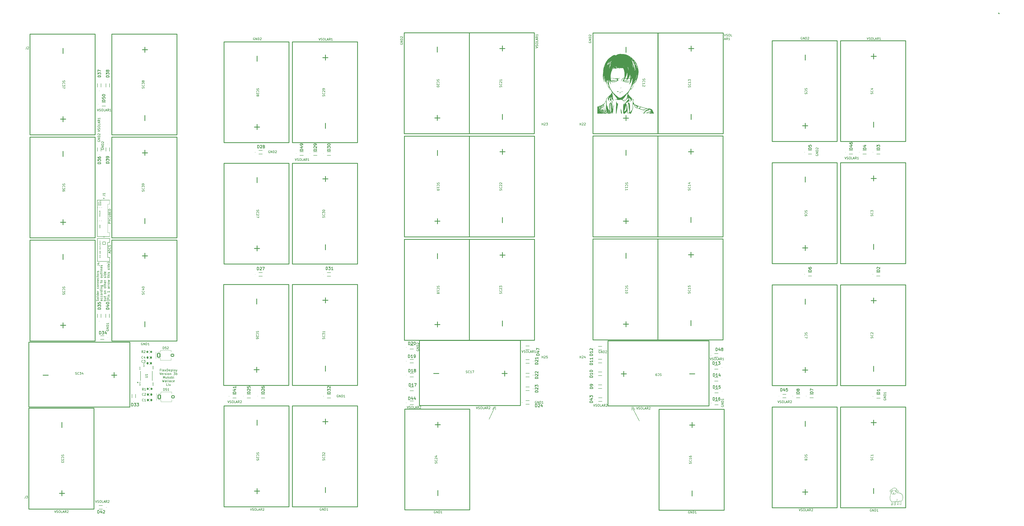
<source format=gbr>
%TF.GenerationSoftware,KiCad,Pcbnew,9.0.1*%
%TF.CreationDate,2025-04-05T22:38:14-07:00*%
%TF.ProjectId,FlexDeploySidePanels,466c6578-4465-4706-9c6f-795369646550,3.2*%
%TF.SameCoordinates,Original*%
%TF.FileFunction,Legend,Top*%
%TF.FilePolarity,Positive*%
%FSLAX46Y46*%
G04 Gerber Fmt 4.6, Leading zero omitted, Abs format (unit mm)*
G04 Created by KiCad (PCBNEW 9.0.1) date 2025-04-05 22:38:14*
%MOMM*%
%LPD*%
G01*
G04 APERTURE LIST*
G04 Aperture macros list*
%AMRoundRect*
0 Rectangle with rounded corners*
0 $1 Rounding radius*
0 $2 $3 $4 $5 $6 $7 $8 $9 X,Y pos of 4 corners*
0 Add a 4 corners polygon primitive as box body*
4,1,4,$2,$3,$4,$5,$6,$7,$8,$9,$2,$3,0*
0 Add four circle primitives for the rounded corners*
1,1,$1+$1,$2,$3*
1,1,$1+$1,$4,$5*
1,1,$1+$1,$6,$7*
1,1,$1+$1,$8,$9*
0 Add four rect primitives between the rounded corners*
20,1,$1+$1,$2,$3,$4,$5,0*
20,1,$1+$1,$4,$5,$6,$7,0*
20,1,$1+$1,$6,$7,$8,$9,0*
20,1,$1+$1,$8,$9,$2,$3,0*%
G04 Aperture macros list end*
%ADD10C,0.200000*%
%ADD11C,0.150000*%
%ADD12C,0.000000*%
%ADD13C,0.100000*%
%ADD14C,0.125000*%
%ADD15C,0.254000*%
%ADD16C,0.300000*%
%ADD17C,0.120000*%
%ADD18C,0.152400*%
%ADD19C,0.273607*%
%ADD20C,0.127000*%
%ADD21R,0.850000X1.200000*%
%ADD22C,3.000000*%
%ADD23RoundRect,0.200000X0.200000X0.275000X-0.200000X0.275000X-0.200000X-0.275000X0.200000X-0.275000X0*%
%ADD24RoundRect,0.225000X0.225000X0.250000X-0.225000X0.250000X-0.225000X-0.250000X0.225000X-0.250000X0*%
%ADD25R,1.150000X1.150000*%
%ADD26C,1.150000*%
%ADD27C,2.600000*%
%ADD28C,3.800000*%
%ADD29R,1.200000X0.850000*%
%ADD30RoundRect,0.187500X0.562500X0.862500X-0.562500X0.862500X-0.562500X-0.862500X0.562500X-0.862500X0*%
%ADD31RoundRect,0.162500X0.587500X0.487500X-0.587500X0.487500X-0.587500X-0.487500X0.587500X-0.487500X0*%
%ADD32RoundRect,0.175000X0.525000X0.825000X-0.525000X0.825000X-0.525000X-0.825000X0.525000X-0.825000X0*%
%ADD33RoundRect,0.150000X0.550000X0.450000X-0.550000X0.450000X-0.550000X-0.450000X0.550000X-0.450000X0*%
%ADD34R,0.533400X1.460500*%
%ADD35RoundRect,0.076200X-0.575000X0.575000X-0.575000X-0.575000X0.575000X-0.575000X0.575000X0.575000X0*%
%ADD36C,1.302400*%
%ADD37C,2.100000*%
G04 APERTURE END LIST*
D10*
X126250000Y-177400000D02*
X126290000Y-177400000D01*
X127090000Y-177400000D02*
X127130000Y-177400000D01*
X127930000Y-177400000D02*
X127970000Y-177400000D01*
D11*
X300700000Y-271925000D02*
X303225000Y-266525000D01*
D12*
G36*
X527904943Y-90389774D02*
G01*
X527915454Y-90390999D01*
X527937535Y-90395839D01*
X527960856Y-90403780D01*
X527985212Y-90414717D01*
X528010394Y-90428548D01*
X528036197Y-90445170D01*
X528062414Y-90464479D01*
X528088837Y-90486372D01*
X528115261Y-90510745D01*
X528141478Y-90537496D01*
X528167282Y-90566521D01*
X528192466Y-90597716D01*
X528216823Y-90630979D01*
X528240146Y-90666206D01*
X528262230Y-90703294D01*
X528282866Y-90742139D01*
X528292272Y-90758670D01*
X528300658Y-90775169D01*
X528308036Y-90791603D01*
X528314420Y-90807941D01*
X528319822Y-90824149D01*
X528324255Y-90840196D01*
X528327733Y-90856048D01*
X528330267Y-90871675D01*
X528331872Y-90887043D01*
X528332559Y-90902121D01*
X528332342Y-90916876D01*
X528331234Y-90931275D01*
X528329248Y-90945287D01*
X528326396Y-90958879D01*
X528322691Y-90972018D01*
X528318146Y-90984673D01*
X528312775Y-90996812D01*
X528306590Y-91008401D01*
X528299604Y-91019409D01*
X528291830Y-91029803D01*
X528283281Y-91039552D01*
X528273969Y-91048622D01*
X528263908Y-91056981D01*
X528253111Y-91064598D01*
X528241590Y-91071440D01*
X528229358Y-91077474D01*
X528216429Y-91082668D01*
X528202815Y-91086991D01*
X528188529Y-91090409D01*
X528173584Y-91092890D01*
X528157993Y-91094403D01*
X528141768Y-91094914D01*
X528122030Y-91094403D01*
X528102525Y-91092890D01*
X528083279Y-91090409D01*
X528064316Y-91086991D01*
X528045664Y-91082668D01*
X528027348Y-91077474D01*
X528009393Y-91071440D01*
X527991826Y-91064598D01*
X527974673Y-91056981D01*
X527957959Y-91048622D01*
X527941710Y-91039552D01*
X527925953Y-91029803D01*
X527910712Y-91019409D01*
X527896013Y-91008401D01*
X527881883Y-90996812D01*
X527868348Y-90984673D01*
X527855433Y-90972018D01*
X527843163Y-90958879D01*
X527831566Y-90945287D01*
X527820666Y-90931275D01*
X527810490Y-90916876D01*
X527801063Y-90902121D01*
X527792411Y-90887043D01*
X527784560Y-90871675D01*
X527777536Y-90856048D01*
X527771365Y-90840196D01*
X527766072Y-90824149D01*
X527761684Y-90807941D01*
X527758226Y-90791603D01*
X527755724Y-90775169D01*
X527754204Y-90758670D01*
X527753691Y-90742139D01*
X527753896Y-90722503D01*
X527754501Y-90703294D01*
X527755494Y-90684524D01*
X527756861Y-90666206D01*
X527758590Y-90648353D01*
X527760668Y-90630979D01*
X527763082Y-90614096D01*
X527765819Y-90597716D01*
X527768865Y-90581853D01*
X527772210Y-90566521D01*
X527775838Y-90551731D01*
X527779738Y-90537496D01*
X527783896Y-90523830D01*
X527788299Y-90510745D01*
X527792935Y-90498255D01*
X527797791Y-90486372D01*
X527802854Y-90475109D01*
X527808110Y-90464479D01*
X527813548Y-90454495D01*
X527819153Y-90445170D01*
X527824913Y-90436517D01*
X527830816Y-90428548D01*
X527836848Y-90421278D01*
X527842996Y-90414717D01*
X527849248Y-90408880D01*
X527855590Y-90403780D01*
X527862010Y-90399428D01*
X527868494Y-90395839D01*
X527875030Y-90393025D01*
X527881605Y-90390999D01*
X527888206Y-90389774D01*
X527894820Y-90389363D01*
X527904943Y-90389774D01*
G37*
D13*
X152146000Y-241808000D02*
X152146000Y-244856000D01*
D11*
X367650000Y-272700000D02*
X364625000Y-266850000D01*
D13*
X152400000Y-260350000D02*
X152400000Y-263398000D01*
D10*
X126175000Y-183350000D02*
X126215000Y-183350000D01*
X127015000Y-183350000D02*
X127055000Y-183350000D01*
X127855000Y-183350000D02*
X127895000Y-183350000D01*
D11*
X399193922Y-244494819D02*
X399527255Y-245494819D01*
X399527255Y-245494819D02*
X399860588Y-244494819D01*
X400146303Y-245447200D02*
X400289160Y-245494819D01*
X400289160Y-245494819D02*
X400527255Y-245494819D01*
X400527255Y-245494819D02*
X400622493Y-245447200D01*
X400622493Y-245447200D02*
X400670112Y-245399580D01*
X400670112Y-245399580D02*
X400717731Y-245304342D01*
X400717731Y-245304342D02*
X400717731Y-245209104D01*
X400717731Y-245209104D02*
X400670112Y-245113866D01*
X400670112Y-245113866D02*
X400622493Y-245066247D01*
X400622493Y-245066247D02*
X400527255Y-245018628D01*
X400527255Y-245018628D02*
X400336779Y-244971009D01*
X400336779Y-244971009D02*
X400241541Y-244923390D01*
X400241541Y-244923390D02*
X400193922Y-244875771D01*
X400193922Y-244875771D02*
X400146303Y-244780533D01*
X400146303Y-244780533D02*
X400146303Y-244685295D01*
X400146303Y-244685295D02*
X400193922Y-244590057D01*
X400193922Y-244590057D02*
X400241541Y-244542438D01*
X400241541Y-244542438D02*
X400336779Y-244494819D01*
X400336779Y-244494819D02*
X400574874Y-244494819D01*
X400574874Y-244494819D02*
X400717731Y-244542438D01*
X401336779Y-244494819D02*
X401527255Y-244494819D01*
X401527255Y-244494819D02*
X401622493Y-244542438D01*
X401622493Y-244542438D02*
X401717731Y-244637676D01*
X401717731Y-244637676D02*
X401765350Y-244828152D01*
X401765350Y-244828152D02*
X401765350Y-245161485D01*
X401765350Y-245161485D02*
X401717731Y-245351961D01*
X401717731Y-245351961D02*
X401622493Y-245447200D01*
X401622493Y-245447200D02*
X401527255Y-245494819D01*
X401527255Y-245494819D02*
X401336779Y-245494819D01*
X401336779Y-245494819D02*
X401241541Y-245447200D01*
X401241541Y-245447200D02*
X401146303Y-245351961D01*
X401146303Y-245351961D02*
X401098684Y-245161485D01*
X401098684Y-245161485D02*
X401098684Y-244828152D01*
X401098684Y-244828152D02*
X401146303Y-244637676D01*
X401146303Y-244637676D02*
X401241541Y-244542438D01*
X401241541Y-244542438D02*
X401336779Y-244494819D01*
X402670112Y-245494819D02*
X402193922Y-245494819D01*
X402193922Y-245494819D02*
X402193922Y-244494819D01*
X402955827Y-245209104D02*
X403432017Y-245209104D01*
X402860589Y-245494819D02*
X403193922Y-244494819D01*
X403193922Y-244494819D02*
X403527255Y-245494819D01*
X404432017Y-245494819D02*
X404098684Y-245018628D01*
X403860589Y-245494819D02*
X403860589Y-244494819D01*
X403860589Y-244494819D02*
X404241541Y-244494819D01*
X404241541Y-244494819D02*
X404336779Y-244542438D01*
X404336779Y-244542438D02*
X404384398Y-244590057D01*
X404384398Y-244590057D02*
X404432017Y-244685295D01*
X404432017Y-244685295D02*
X404432017Y-244828152D01*
X404432017Y-244828152D02*
X404384398Y-244923390D01*
X404384398Y-244923390D02*
X404336779Y-244971009D01*
X404336779Y-244971009D02*
X404241541Y-245018628D01*
X404241541Y-245018628D02*
X403860589Y-245018628D01*
X405384398Y-245494819D02*
X404812970Y-245494819D01*
X405098684Y-245494819D02*
X405098684Y-244494819D01*
X405098684Y-244494819D02*
X405003446Y-244637676D01*
X405003446Y-244637676D02*
X404908208Y-244732914D01*
X404908208Y-244732914D02*
X404812970Y-244780533D01*
X404292438Y-265789411D02*
X404244819Y-265884649D01*
X404244819Y-265884649D02*
X404244819Y-266027506D01*
X404244819Y-266027506D02*
X404292438Y-266170363D01*
X404292438Y-266170363D02*
X404387676Y-266265601D01*
X404387676Y-266265601D02*
X404482914Y-266313220D01*
X404482914Y-266313220D02*
X404673390Y-266360839D01*
X404673390Y-266360839D02*
X404816247Y-266360839D01*
X404816247Y-266360839D02*
X405006723Y-266313220D01*
X405006723Y-266313220D02*
X405101961Y-266265601D01*
X405101961Y-266265601D02*
X405197200Y-266170363D01*
X405197200Y-266170363D02*
X405244819Y-266027506D01*
X405244819Y-266027506D02*
X405244819Y-265932268D01*
X405244819Y-265932268D02*
X405197200Y-265789411D01*
X405197200Y-265789411D02*
X405149580Y-265741792D01*
X405149580Y-265741792D02*
X404816247Y-265741792D01*
X404816247Y-265741792D02*
X404816247Y-265932268D01*
X405244819Y-265313220D02*
X404244819Y-265313220D01*
X404244819Y-265313220D02*
X405244819Y-264741792D01*
X405244819Y-264741792D02*
X404244819Y-264741792D01*
X405244819Y-264265601D02*
X404244819Y-264265601D01*
X404244819Y-264265601D02*
X404244819Y-264027506D01*
X404244819Y-264027506D02*
X404292438Y-263884649D01*
X404292438Y-263884649D02*
X404387676Y-263789411D01*
X404387676Y-263789411D02*
X404482914Y-263741792D01*
X404482914Y-263741792D02*
X404673390Y-263694173D01*
X404673390Y-263694173D02*
X404816247Y-263694173D01*
X404816247Y-263694173D02*
X405006723Y-263741792D01*
X405006723Y-263741792D02*
X405101961Y-263789411D01*
X405101961Y-263789411D02*
X405197200Y-263884649D01*
X405197200Y-263884649D02*
X405244819Y-264027506D01*
X405244819Y-264027506D02*
X405244819Y-264265601D01*
X405244819Y-262741792D02*
X405244819Y-263313220D01*
X405244819Y-263027506D02*
X404244819Y-263027506D01*
X404244819Y-263027506D02*
X404387676Y-263122744D01*
X404387676Y-263122744D02*
X404482914Y-263217982D01*
X404482914Y-263217982D02*
X404530533Y-263313220D01*
X469168922Y-101519819D02*
X469502255Y-102519819D01*
X469502255Y-102519819D02*
X469835588Y-101519819D01*
X470121303Y-102472200D02*
X470264160Y-102519819D01*
X470264160Y-102519819D02*
X470502255Y-102519819D01*
X470502255Y-102519819D02*
X470597493Y-102472200D01*
X470597493Y-102472200D02*
X470645112Y-102424580D01*
X470645112Y-102424580D02*
X470692731Y-102329342D01*
X470692731Y-102329342D02*
X470692731Y-102234104D01*
X470692731Y-102234104D02*
X470645112Y-102138866D01*
X470645112Y-102138866D02*
X470597493Y-102091247D01*
X470597493Y-102091247D02*
X470502255Y-102043628D01*
X470502255Y-102043628D02*
X470311779Y-101996009D01*
X470311779Y-101996009D02*
X470216541Y-101948390D01*
X470216541Y-101948390D02*
X470168922Y-101900771D01*
X470168922Y-101900771D02*
X470121303Y-101805533D01*
X470121303Y-101805533D02*
X470121303Y-101710295D01*
X470121303Y-101710295D02*
X470168922Y-101615057D01*
X470168922Y-101615057D02*
X470216541Y-101567438D01*
X470216541Y-101567438D02*
X470311779Y-101519819D01*
X470311779Y-101519819D02*
X470549874Y-101519819D01*
X470549874Y-101519819D02*
X470692731Y-101567438D01*
X471311779Y-101519819D02*
X471502255Y-101519819D01*
X471502255Y-101519819D02*
X471597493Y-101567438D01*
X471597493Y-101567438D02*
X471692731Y-101662676D01*
X471692731Y-101662676D02*
X471740350Y-101853152D01*
X471740350Y-101853152D02*
X471740350Y-102186485D01*
X471740350Y-102186485D02*
X471692731Y-102376961D01*
X471692731Y-102376961D02*
X471597493Y-102472200D01*
X471597493Y-102472200D02*
X471502255Y-102519819D01*
X471502255Y-102519819D02*
X471311779Y-102519819D01*
X471311779Y-102519819D02*
X471216541Y-102472200D01*
X471216541Y-102472200D02*
X471121303Y-102376961D01*
X471121303Y-102376961D02*
X471073684Y-102186485D01*
X471073684Y-102186485D02*
X471073684Y-101853152D01*
X471073684Y-101853152D02*
X471121303Y-101662676D01*
X471121303Y-101662676D02*
X471216541Y-101567438D01*
X471216541Y-101567438D02*
X471311779Y-101519819D01*
X472645112Y-102519819D02*
X472168922Y-102519819D01*
X472168922Y-102519819D02*
X472168922Y-101519819D01*
X472930827Y-102234104D02*
X473407017Y-102234104D01*
X472835589Y-102519819D02*
X473168922Y-101519819D01*
X473168922Y-101519819D02*
X473502255Y-102519819D01*
X474407017Y-102519819D02*
X474073684Y-102043628D01*
X473835589Y-102519819D02*
X473835589Y-101519819D01*
X473835589Y-101519819D02*
X474216541Y-101519819D01*
X474216541Y-101519819D02*
X474311779Y-101567438D01*
X474311779Y-101567438D02*
X474359398Y-101615057D01*
X474359398Y-101615057D02*
X474407017Y-101710295D01*
X474407017Y-101710295D02*
X474407017Y-101853152D01*
X474407017Y-101853152D02*
X474359398Y-101948390D01*
X474359398Y-101948390D02*
X474311779Y-101996009D01*
X474311779Y-101996009D02*
X474216541Y-102043628D01*
X474216541Y-102043628D02*
X473835589Y-102043628D01*
X475359398Y-102519819D02*
X474787970Y-102519819D01*
X475073684Y-102519819D02*
X475073684Y-101519819D01*
X475073684Y-101519819D02*
X474978446Y-101662676D01*
X474978446Y-101662676D02*
X474883208Y-101757914D01*
X474883208Y-101757914D02*
X474787970Y-101805533D01*
X130117438Y-231964411D02*
X130069819Y-232059649D01*
X130069819Y-232059649D02*
X130069819Y-232202506D01*
X130069819Y-232202506D02*
X130117438Y-232345363D01*
X130117438Y-232345363D02*
X130212676Y-232440601D01*
X130212676Y-232440601D02*
X130307914Y-232488220D01*
X130307914Y-232488220D02*
X130498390Y-232535839D01*
X130498390Y-232535839D02*
X130641247Y-232535839D01*
X130641247Y-232535839D02*
X130831723Y-232488220D01*
X130831723Y-232488220D02*
X130926961Y-232440601D01*
X130926961Y-232440601D02*
X131022200Y-232345363D01*
X131022200Y-232345363D02*
X131069819Y-232202506D01*
X131069819Y-232202506D02*
X131069819Y-232107268D01*
X131069819Y-232107268D02*
X131022200Y-231964411D01*
X131022200Y-231964411D02*
X130974580Y-231916792D01*
X130974580Y-231916792D02*
X130641247Y-231916792D01*
X130641247Y-231916792D02*
X130641247Y-232107268D01*
X131069819Y-231488220D02*
X130069819Y-231488220D01*
X130069819Y-231488220D02*
X131069819Y-230916792D01*
X131069819Y-230916792D02*
X130069819Y-230916792D01*
X131069819Y-230440601D02*
X130069819Y-230440601D01*
X130069819Y-230440601D02*
X130069819Y-230202506D01*
X130069819Y-230202506D02*
X130117438Y-230059649D01*
X130117438Y-230059649D02*
X130212676Y-229964411D01*
X130212676Y-229964411D02*
X130307914Y-229916792D01*
X130307914Y-229916792D02*
X130498390Y-229869173D01*
X130498390Y-229869173D02*
X130641247Y-229869173D01*
X130641247Y-229869173D02*
X130831723Y-229916792D01*
X130831723Y-229916792D02*
X130926961Y-229964411D01*
X130926961Y-229964411D02*
X131022200Y-230059649D01*
X131022200Y-230059649D02*
X131069819Y-230202506D01*
X131069819Y-230202506D02*
X131069819Y-230440601D01*
X131069819Y-228916792D02*
X131069819Y-229488220D01*
X131069819Y-229202506D02*
X130069819Y-229202506D01*
X130069819Y-229202506D02*
X130212676Y-229297744D01*
X130212676Y-229297744D02*
X130307914Y-229392982D01*
X130307914Y-229392982D02*
X130355533Y-229488220D01*
D14*
X144720309Y-249782335D02*
X144720309Y-249472811D01*
X144720309Y-249472811D02*
X144910785Y-249639478D01*
X144910785Y-249639478D02*
X144910785Y-249568049D01*
X144910785Y-249568049D02*
X144934595Y-249520430D01*
X144934595Y-249520430D02*
X144958404Y-249496621D01*
X144958404Y-249496621D02*
X145006023Y-249472811D01*
X145006023Y-249472811D02*
X145125071Y-249472811D01*
X145125071Y-249472811D02*
X145172690Y-249496621D01*
X145172690Y-249496621D02*
X145196500Y-249520430D01*
X145196500Y-249520430D02*
X145220309Y-249568049D01*
X145220309Y-249568049D02*
X145220309Y-249710906D01*
X145220309Y-249710906D02*
X145196500Y-249758525D01*
X145196500Y-249758525D02*
X145172690Y-249782335D01*
X144720309Y-249329954D02*
X145220309Y-249163288D01*
X145220309Y-249163288D02*
X144720309Y-248996621D01*
X144720309Y-248877574D02*
X144720309Y-248568050D01*
X144720309Y-248568050D02*
X144910785Y-248734717D01*
X144910785Y-248734717D02*
X144910785Y-248663288D01*
X144910785Y-248663288D02*
X144934595Y-248615669D01*
X144934595Y-248615669D02*
X144958404Y-248591860D01*
X144958404Y-248591860D02*
X145006023Y-248568050D01*
X145006023Y-248568050D02*
X145125071Y-248568050D01*
X145125071Y-248568050D02*
X145172690Y-248591860D01*
X145172690Y-248591860D02*
X145196500Y-248615669D01*
X145196500Y-248615669D02*
X145220309Y-248663288D01*
X145220309Y-248663288D02*
X145220309Y-248806145D01*
X145220309Y-248806145D02*
X145196500Y-248853764D01*
X145196500Y-248853764D02*
X145172690Y-248877574D01*
D11*
X345267438Y-103339411D02*
X345219819Y-103434649D01*
X345219819Y-103434649D02*
X345219819Y-103577506D01*
X345219819Y-103577506D02*
X345267438Y-103720363D01*
X345267438Y-103720363D02*
X345362676Y-103815601D01*
X345362676Y-103815601D02*
X345457914Y-103863220D01*
X345457914Y-103863220D02*
X345648390Y-103910839D01*
X345648390Y-103910839D02*
X345791247Y-103910839D01*
X345791247Y-103910839D02*
X345981723Y-103863220D01*
X345981723Y-103863220D02*
X346076961Y-103815601D01*
X346076961Y-103815601D02*
X346172200Y-103720363D01*
X346172200Y-103720363D02*
X346219819Y-103577506D01*
X346219819Y-103577506D02*
X346219819Y-103482268D01*
X346219819Y-103482268D02*
X346172200Y-103339411D01*
X346172200Y-103339411D02*
X346124580Y-103291792D01*
X346124580Y-103291792D02*
X345791247Y-103291792D01*
X345791247Y-103291792D02*
X345791247Y-103482268D01*
X346219819Y-102863220D02*
X345219819Y-102863220D01*
X345219819Y-102863220D02*
X346219819Y-102291792D01*
X346219819Y-102291792D02*
X345219819Y-102291792D01*
X346219819Y-101815601D02*
X345219819Y-101815601D01*
X345219819Y-101815601D02*
X345219819Y-101577506D01*
X345219819Y-101577506D02*
X345267438Y-101434649D01*
X345267438Y-101434649D02*
X345362676Y-101339411D01*
X345362676Y-101339411D02*
X345457914Y-101291792D01*
X345457914Y-101291792D02*
X345648390Y-101244173D01*
X345648390Y-101244173D02*
X345791247Y-101244173D01*
X345791247Y-101244173D02*
X345981723Y-101291792D01*
X345981723Y-101291792D02*
X346076961Y-101339411D01*
X346076961Y-101339411D02*
X346172200Y-101434649D01*
X346172200Y-101434649D02*
X346219819Y-101577506D01*
X346219819Y-101577506D02*
X346219819Y-101815601D01*
X345315057Y-100863220D02*
X345267438Y-100815601D01*
X345267438Y-100815601D02*
X345219819Y-100720363D01*
X345219819Y-100720363D02*
X345219819Y-100482268D01*
X345219819Y-100482268D02*
X345267438Y-100387030D01*
X345267438Y-100387030D02*
X345315057Y-100339411D01*
X345315057Y-100339411D02*
X345410295Y-100291792D01*
X345410295Y-100291792D02*
X345505533Y-100291792D01*
X345505533Y-100291792D02*
X345648390Y-100339411D01*
X345648390Y-100339411D02*
X346219819Y-100910839D01*
X346219819Y-100910839D02*
X346219819Y-100291792D01*
X126267438Y-147464411D02*
X126219819Y-147559649D01*
X126219819Y-147559649D02*
X126219819Y-147702506D01*
X126219819Y-147702506D02*
X126267438Y-147845363D01*
X126267438Y-147845363D02*
X126362676Y-147940601D01*
X126362676Y-147940601D02*
X126457914Y-147988220D01*
X126457914Y-147988220D02*
X126648390Y-148035839D01*
X126648390Y-148035839D02*
X126791247Y-148035839D01*
X126791247Y-148035839D02*
X126981723Y-147988220D01*
X126981723Y-147988220D02*
X127076961Y-147940601D01*
X127076961Y-147940601D02*
X127172200Y-147845363D01*
X127172200Y-147845363D02*
X127219819Y-147702506D01*
X127219819Y-147702506D02*
X127219819Y-147607268D01*
X127219819Y-147607268D02*
X127172200Y-147464411D01*
X127172200Y-147464411D02*
X127124580Y-147416792D01*
X127124580Y-147416792D02*
X126791247Y-147416792D01*
X126791247Y-147416792D02*
X126791247Y-147607268D01*
X127219819Y-146988220D02*
X126219819Y-146988220D01*
X126219819Y-146988220D02*
X127219819Y-146416792D01*
X127219819Y-146416792D02*
X126219819Y-146416792D01*
X127219819Y-145940601D02*
X126219819Y-145940601D01*
X126219819Y-145940601D02*
X126219819Y-145702506D01*
X126219819Y-145702506D02*
X126267438Y-145559649D01*
X126267438Y-145559649D02*
X126362676Y-145464411D01*
X126362676Y-145464411D02*
X126457914Y-145416792D01*
X126457914Y-145416792D02*
X126648390Y-145369173D01*
X126648390Y-145369173D02*
X126791247Y-145369173D01*
X126791247Y-145369173D02*
X126981723Y-145416792D01*
X126981723Y-145416792D02*
X127076961Y-145464411D01*
X127076961Y-145464411D02*
X127172200Y-145559649D01*
X127172200Y-145559649D02*
X127219819Y-145702506D01*
X127219819Y-145702506D02*
X127219819Y-145940601D01*
X126315057Y-144988220D02*
X126267438Y-144940601D01*
X126267438Y-144940601D02*
X126219819Y-144845363D01*
X126219819Y-144845363D02*
X126219819Y-144607268D01*
X126219819Y-144607268D02*
X126267438Y-144512030D01*
X126267438Y-144512030D02*
X126315057Y-144464411D01*
X126315057Y-144464411D02*
X126410295Y-144416792D01*
X126410295Y-144416792D02*
X126505533Y-144416792D01*
X126505533Y-144416792D02*
X126648390Y-144464411D01*
X126648390Y-144464411D02*
X127219819Y-145035839D01*
X127219819Y-145035839D02*
X127219819Y-144416792D01*
X476742438Y-262864411D02*
X476694819Y-262959649D01*
X476694819Y-262959649D02*
X476694819Y-263102506D01*
X476694819Y-263102506D02*
X476742438Y-263245363D01*
X476742438Y-263245363D02*
X476837676Y-263340601D01*
X476837676Y-263340601D02*
X476932914Y-263388220D01*
X476932914Y-263388220D02*
X477123390Y-263435839D01*
X477123390Y-263435839D02*
X477266247Y-263435839D01*
X477266247Y-263435839D02*
X477456723Y-263388220D01*
X477456723Y-263388220D02*
X477551961Y-263340601D01*
X477551961Y-263340601D02*
X477647200Y-263245363D01*
X477647200Y-263245363D02*
X477694819Y-263102506D01*
X477694819Y-263102506D02*
X477694819Y-263007268D01*
X477694819Y-263007268D02*
X477647200Y-262864411D01*
X477647200Y-262864411D02*
X477599580Y-262816792D01*
X477599580Y-262816792D02*
X477266247Y-262816792D01*
X477266247Y-262816792D02*
X477266247Y-263007268D01*
X477694819Y-262388220D02*
X476694819Y-262388220D01*
X476694819Y-262388220D02*
X477694819Y-261816792D01*
X477694819Y-261816792D02*
X476694819Y-261816792D01*
X477694819Y-261340601D02*
X476694819Y-261340601D01*
X476694819Y-261340601D02*
X476694819Y-261102506D01*
X476694819Y-261102506D02*
X476742438Y-260959649D01*
X476742438Y-260959649D02*
X476837676Y-260864411D01*
X476837676Y-260864411D02*
X476932914Y-260816792D01*
X476932914Y-260816792D02*
X477123390Y-260769173D01*
X477123390Y-260769173D02*
X477266247Y-260769173D01*
X477266247Y-260769173D02*
X477456723Y-260816792D01*
X477456723Y-260816792D02*
X477551961Y-260864411D01*
X477551961Y-260864411D02*
X477647200Y-260959649D01*
X477647200Y-260959649D02*
X477694819Y-261102506D01*
X477694819Y-261102506D02*
X477694819Y-261340601D01*
X477694819Y-259816792D02*
X477694819Y-260388220D01*
X477694819Y-260102506D02*
X476694819Y-260102506D01*
X476694819Y-260102506D02*
X476837676Y-260197744D01*
X476837676Y-260197744D02*
X476932914Y-260292982D01*
X476932914Y-260292982D02*
X476980533Y-260388220D01*
X233385588Y-261092438D02*
X233290350Y-261044819D01*
X233290350Y-261044819D02*
X233147493Y-261044819D01*
X233147493Y-261044819D02*
X233004636Y-261092438D01*
X233004636Y-261092438D02*
X232909398Y-261187676D01*
X232909398Y-261187676D02*
X232861779Y-261282914D01*
X232861779Y-261282914D02*
X232814160Y-261473390D01*
X232814160Y-261473390D02*
X232814160Y-261616247D01*
X232814160Y-261616247D02*
X232861779Y-261806723D01*
X232861779Y-261806723D02*
X232909398Y-261901961D01*
X232909398Y-261901961D02*
X233004636Y-261997200D01*
X233004636Y-261997200D02*
X233147493Y-262044819D01*
X233147493Y-262044819D02*
X233242731Y-262044819D01*
X233242731Y-262044819D02*
X233385588Y-261997200D01*
X233385588Y-261997200D02*
X233433207Y-261949580D01*
X233433207Y-261949580D02*
X233433207Y-261616247D01*
X233433207Y-261616247D02*
X233242731Y-261616247D01*
X233861779Y-262044819D02*
X233861779Y-261044819D01*
X233861779Y-261044819D02*
X234433207Y-262044819D01*
X234433207Y-262044819D02*
X234433207Y-261044819D01*
X234909398Y-262044819D02*
X234909398Y-261044819D01*
X234909398Y-261044819D02*
X235147493Y-261044819D01*
X235147493Y-261044819D02*
X235290350Y-261092438D01*
X235290350Y-261092438D02*
X235385588Y-261187676D01*
X235385588Y-261187676D02*
X235433207Y-261282914D01*
X235433207Y-261282914D02*
X235480826Y-261473390D01*
X235480826Y-261473390D02*
X235480826Y-261616247D01*
X235480826Y-261616247D02*
X235433207Y-261806723D01*
X235433207Y-261806723D02*
X235385588Y-261901961D01*
X235385588Y-261901961D02*
X235290350Y-261997200D01*
X235290350Y-261997200D02*
X235147493Y-262044819D01*
X235147493Y-262044819D02*
X234909398Y-262044819D01*
X236433207Y-262044819D02*
X235861779Y-262044819D01*
X236147493Y-262044819D02*
X236147493Y-261044819D01*
X236147493Y-261044819D02*
X236052255Y-261187676D01*
X236052255Y-261187676D02*
X235957017Y-261282914D01*
X235957017Y-261282914D02*
X235861779Y-261330533D01*
X194193922Y-311669819D02*
X194527255Y-312669819D01*
X194527255Y-312669819D02*
X194860588Y-311669819D01*
X195146303Y-312622200D02*
X195289160Y-312669819D01*
X195289160Y-312669819D02*
X195527255Y-312669819D01*
X195527255Y-312669819D02*
X195622493Y-312622200D01*
X195622493Y-312622200D02*
X195670112Y-312574580D01*
X195670112Y-312574580D02*
X195717731Y-312479342D01*
X195717731Y-312479342D02*
X195717731Y-312384104D01*
X195717731Y-312384104D02*
X195670112Y-312288866D01*
X195670112Y-312288866D02*
X195622493Y-312241247D01*
X195622493Y-312241247D02*
X195527255Y-312193628D01*
X195527255Y-312193628D02*
X195336779Y-312146009D01*
X195336779Y-312146009D02*
X195241541Y-312098390D01*
X195241541Y-312098390D02*
X195193922Y-312050771D01*
X195193922Y-312050771D02*
X195146303Y-311955533D01*
X195146303Y-311955533D02*
X195146303Y-311860295D01*
X195146303Y-311860295D02*
X195193922Y-311765057D01*
X195193922Y-311765057D02*
X195241541Y-311717438D01*
X195241541Y-311717438D02*
X195336779Y-311669819D01*
X195336779Y-311669819D02*
X195574874Y-311669819D01*
X195574874Y-311669819D02*
X195717731Y-311717438D01*
X196336779Y-311669819D02*
X196527255Y-311669819D01*
X196527255Y-311669819D02*
X196622493Y-311717438D01*
X196622493Y-311717438D02*
X196717731Y-311812676D01*
X196717731Y-311812676D02*
X196765350Y-312003152D01*
X196765350Y-312003152D02*
X196765350Y-312336485D01*
X196765350Y-312336485D02*
X196717731Y-312526961D01*
X196717731Y-312526961D02*
X196622493Y-312622200D01*
X196622493Y-312622200D02*
X196527255Y-312669819D01*
X196527255Y-312669819D02*
X196336779Y-312669819D01*
X196336779Y-312669819D02*
X196241541Y-312622200D01*
X196241541Y-312622200D02*
X196146303Y-312526961D01*
X196146303Y-312526961D02*
X196098684Y-312336485D01*
X196098684Y-312336485D02*
X196098684Y-312003152D01*
X196098684Y-312003152D02*
X196146303Y-311812676D01*
X196146303Y-311812676D02*
X196241541Y-311717438D01*
X196241541Y-311717438D02*
X196336779Y-311669819D01*
X197670112Y-312669819D02*
X197193922Y-312669819D01*
X197193922Y-312669819D02*
X197193922Y-311669819D01*
X197955827Y-312384104D02*
X198432017Y-312384104D01*
X197860589Y-312669819D02*
X198193922Y-311669819D01*
X198193922Y-311669819D02*
X198527255Y-312669819D01*
X199432017Y-312669819D02*
X199098684Y-312193628D01*
X198860589Y-312669819D02*
X198860589Y-311669819D01*
X198860589Y-311669819D02*
X199241541Y-311669819D01*
X199241541Y-311669819D02*
X199336779Y-311717438D01*
X199336779Y-311717438D02*
X199384398Y-311765057D01*
X199384398Y-311765057D02*
X199432017Y-311860295D01*
X199432017Y-311860295D02*
X199432017Y-312003152D01*
X199432017Y-312003152D02*
X199384398Y-312098390D01*
X199384398Y-312098390D02*
X199336779Y-312146009D01*
X199336779Y-312146009D02*
X199241541Y-312193628D01*
X199241541Y-312193628D02*
X198860589Y-312193628D01*
X199812970Y-311765057D02*
X199860589Y-311717438D01*
X199860589Y-311717438D02*
X199955827Y-311669819D01*
X199955827Y-311669819D02*
X200193922Y-311669819D01*
X200193922Y-311669819D02*
X200289160Y-311717438D01*
X200289160Y-311717438D02*
X200336779Y-311765057D01*
X200336779Y-311765057D02*
X200384398Y-311860295D01*
X200384398Y-311860295D02*
X200384398Y-311955533D01*
X200384398Y-311955533D02*
X200336779Y-312098390D01*
X200336779Y-312098390D02*
X199765351Y-312669819D01*
X199765351Y-312669819D02*
X200384398Y-312669819D01*
D14*
X126964119Y-197790811D02*
X126940309Y-197838430D01*
X126940309Y-197838430D02*
X126940309Y-197909859D01*
X126940309Y-197909859D02*
X126964119Y-197981287D01*
X126964119Y-197981287D02*
X127011738Y-198028906D01*
X127011738Y-198028906D02*
X127059357Y-198052716D01*
X127059357Y-198052716D02*
X127154595Y-198076525D01*
X127154595Y-198076525D02*
X127226023Y-198076525D01*
X127226023Y-198076525D02*
X127321261Y-198052716D01*
X127321261Y-198052716D02*
X127368880Y-198028906D01*
X127368880Y-198028906D02*
X127416500Y-197981287D01*
X127416500Y-197981287D02*
X127440309Y-197909859D01*
X127440309Y-197909859D02*
X127440309Y-197862240D01*
X127440309Y-197862240D02*
X127416500Y-197790811D01*
X127416500Y-197790811D02*
X127392690Y-197767002D01*
X127392690Y-197767002D02*
X127226023Y-197767002D01*
X127226023Y-197767002D02*
X127226023Y-197862240D01*
X127440309Y-197552716D02*
X126940309Y-197552716D01*
X126940309Y-197552716D02*
X127440309Y-197267002D01*
X127440309Y-197267002D02*
X126940309Y-197267002D01*
X127440309Y-197028906D02*
X126940309Y-197028906D01*
X126940309Y-197028906D02*
X126940309Y-196909858D01*
X126940309Y-196909858D02*
X126964119Y-196838430D01*
X126964119Y-196838430D02*
X127011738Y-196790811D01*
X127011738Y-196790811D02*
X127059357Y-196767001D01*
X127059357Y-196767001D02*
X127154595Y-196743192D01*
X127154595Y-196743192D02*
X127226023Y-196743192D01*
X127226023Y-196743192D02*
X127321261Y-196767001D01*
X127321261Y-196767001D02*
X127368880Y-196790811D01*
X127368880Y-196790811D02*
X127416500Y-196838430D01*
X127416500Y-196838430D02*
X127440309Y-196909858D01*
X127440309Y-196909858D02*
X127440309Y-197028906D01*
D11*
X321810588Y-263892438D02*
X321715350Y-263844819D01*
X321715350Y-263844819D02*
X321572493Y-263844819D01*
X321572493Y-263844819D02*
X321429636Y-263892438D01*
X321429636Y-263892438D02*
X321334398Y-263987676D01*
X321334398Y-263987676D02*
X321286779Y-264082914D01*
X321286779Y-264082914D02*
X321239160Y-264273390D01*
X321239160Y-264273390D02*
X321239160Y-264416247D01*
X321239160Y-264416247D02*
X321286779Y-264606723D01*
X321286779Y-264606723D02*
X321334398Y-264701961D01*
X321334398Y-264701961D02*
X321429636Y-264797200D01*
X321429636Y-264797200D02*
X321572493Y-264844819D01*
X321572493Y-264844819D02*
X321667731Y-264844819D01*
X321667731Y-264844819D02*
X321810588Y-264797200D01*
X321810588Y-264797200D02*
X321858207Y-264749580D01*
X321858207Y-264749580D02*
X321858207Y-264416247D01*
X321858207Y-264416247D02*
X321667731Y-264416247D01*
X322286779Y-264844819D02*
X322286779Y-263844819D01*
X322286779Y-263844819D02*
X322858207Y-264844819D01*
X322858207Y-264844819D02*
X322858207Y-263844819D01*
X323334398Y-264844819D02*
X323334398Y-263844819D01*
X323334398Y-263844819D02*
X323572493Y-263844819D01*
X323572493Y-263844819D02*
X323715350Y-263892438D01*
X323715350Y-263892438D02*
X323810588Y-263987676D01*
X323810588Y-263987676D02*
X323858207Y-264082914D01*
X323858207Y-264082914D02*
X323905826Y-264273390D01*
X323905826Y-264273390D02*
X323905826Y-264416247D01*
X323905826Y-264416247D02*
X323858207Y-264606723D01*
X323858207Y-264606723D02*
X323810588Y-264701961D01*
X323810588Y-264701961D02*
X323715350Y-264797200D01*
X323715350Y-264797200D02*
X323572493Y-264844819D01*
X323572493Y-264844819D02*
X323334398Y-264844819D01*
X324858207Y-264844819D02*
X324286779Y-264844819D01*
X324572493Y-264844819D02*
X324572493Y-263844819D01*
X324572493Y-263844819D02*
X324477255Y-263987676D01*
X324477255Y-263987676D02*
X324382017Y-264082914D01*
X324382017Y-264082914D02*
X324286779Y-264130533D01*
D14*
X126881119Y-186211811D02*
X126857309Y-186259430D01*
X126857309Y-186259430D02*
X126857309Y-186330859D01*
X126857309Y-186330859D02*
X126881119Y-186402287D01*
X126881119Y-186402287D02*
X126928738Y-186449906D01*
X126928738Y-186449906D02*
X126976357Y-186473716D01*
X126976357Y-186473716D02*
X127071595Y-186497525D01*
X127071595Y-186497525D02*
X127143023Y-186497525D01*
X127143023Y-186497525D02*
X127238261Y-186473716D01*
X127238261Y-186473716D02*
X127285880Y-186449906D01*
X127285880Y-186449906D02*
X127333500Y-186402287D01*
X127333500Y-186402287D02*
X127357309Y-186330859D01*
X127357309Y-186330859D02*
X127357309Y-186283240D01*
X127357309Y-186283240D02*
X127333500Y-186211811D01*
X127333500Y-186211811D02*
X127309690Y-186188002D01*
X127309690Y-186188002D02*
X127143023Y-186188002D01*
X127143023Y-186188002D02*
X127143023Y-186283240D01*
X127357309Y-185973716D02*
X126857309Y-185973716D01*
X126857309Y-185973716D02*
X127357309Y-185688002D01*
X127357309Y-185688002D02*
X126857309Y-185688002D01*
X127357309Y-185449906D02*
X126857309Y-185449906D01*
X126857309Y-185449906D02*
X126857309Y-185330858D01*
X126857309Y-185330858D02*
X126881119Y-185259430D01*
X126881119Y-185259430D02*
X126928738Y-185211811D01*
X126928738Y-185211811D02*
X126976357Y-185188001D01*
X126976357Y-185188001D02*
X127071595Y-185164192D01*
X127071595Y-185164192D02*
X127143023Y-185164192D01*
X127143023Y-185164192D02*
X127238261Y-185188001D01*
X127238261Y-185188001D02*
X127285880Y-185211811D01*
X127285880Y-185211811D02*
X127333500Y-185259430D01*
X127333500Y-185259430D02*
X127357309Y-185330858D01*
X127357309Y-185330858D02*
X127357309Y-185449906D01*
D11*
X438868922Y-311894819D02*
X439202255Y-312894819D01*
X439202255Y-312894819D02*
X439535588Y-311894819D01*
X439821303Y-312847200D02*
X439964160Y-312894819D01*
X439964160Y-312894819D02*
X440202255Y-312894819D01*
X440202255Y-312894819D02*
X440297493Y-312847200D01*
X440297493Y-312847200D02*
X440345112Y-312799580D01*
X440345112Y-312799580D02*
X440392731Y-312704342D01*
X440392731Y-312704342D02*
X440392731Y-312609104D01*
X440392731Y-312609104D02*
X440345112Y-312513866D01*
X440345112Y-312513866D02*
X440297493Y-312466247D01*
X440297493Y-312466247D02*
X440202255Y-312418628D01*
X440202255Y-312418628D02*
X440011779Y-312371009D01*
X440011779Y-312371009D02*
X439916541Y-312323390D01*
X439916541Y-312323390D02*
X439868922Y-312275771D01*
X439868922Y-312275771D02*
X439821303Y-312180533D01*
X439821303Y-312180533D02*
X439821303Y-312085295D01*
X439821303Y-312085295D02*
X439868922Y-311990057D01*
X439868922Y-311990057D02*
X439916541Y-311942438D01*
X439916541Y-311942438D02*
X440011779Y-311894819D01*
X440011779Y-311894819D02*
X440249874Y-311894819D01*
X440249874Y-311894819D02*
X440392731Y-311942438D01*
X441011779Y-311894819D02*
X441202255Y-311894819D01*
X441202255Y-311894819D02*
X441297493Y-311942438D01*
X441297493Y-311942438D02*
X441392731Y-312037676D01*
X441392731Y-312037676D02*
X441440350Y-312228152D01*
X441440350Y-312228152D02*
X441440350Y-312561485D01*
X441440350Y-312561485D02*
X441392731Y-312751961D01*
X441392731Y-312751961D02*
X441297493Y-312847200D01*
X441297493Y-312847200D02*
X441202255Y-312894819D01*
X441202255Y-312894819D02*
X441011779Y-312894819D01*
X441011779Y-312894819D02*
X440916541Y-312847200D01*
X440916541Y-312847200D02*
X440821303Y-312751961D01*
X440821303Y-312751961D02*
X440773684Y-312561485D01*
X440773684Y-312561485D02*
X440773684Y-312228152D01*
X440773684Y-312228152D02*
X440821303Y-312037676D01*
X440821303Y-312037676D02*
X440916541Y-311942438D01*
X440916541Y-311942438D02*
X441011779Y-311894819D01*
X442345112Y-312894819D02*
X441868922Y-312894819D01*
X441868922Y-312894819D02*
X441868922Y-311894819D01*
X442630827Y-312609104D02*
X443107017Y-312609104D01*
X442535589Y-312894819D02*
X442868922Y-311894819D01*
X442868922Y-311894819D02*
X443202255Y-312894819D01*
X444107017Y-312894819D02*
X443773684Y-312418628D01*
X443535589Y-312894819D02*
X443535589Y-311894819D01*
X443535589Y-311894819D02*
X443916541Y-311894819D01*
X443916541Y-311894819D02*
X444011779Y-311942438D01*
X444011779Y-311942438D02*
X444059398Y-311990057D01*
X444059398Y-311990057D02*
X444107017Y-312085295D01*
X444107017Y-312085295D02*
X444107017Y-312228152D01*
X444107017Y-312228152D02*
X444059398Y-312323390D01*
X444059398Y-312323390D02*
X444011779Y-312371009D01*
X444011779Y-312371009D02*
X443916541Y-312418628D01*
X443916541Y-312418628D02*
X443535589Y-312418628D01*
X444487970Y-311990057D02*
X444535589Y-311942438D01*
X444535589Y-311942438D02*
X444630827Y-311894819D01*
X444630827Y-311894819D02*
X444868922Y-311894819D01*
X444868922Y-311894819D02*
X444964160Y-311942438D01*
X444964160Y-311942438D02*
X445011779Y-311990057D01*
X445011779Y-311990057D02*
X445059398Y-312085295D01*
X445059398Y-312085295D02*
X445059398Y-312180533D01*
X445059398Y-312180533D02*
X445011779Y-312323390D01*
X445011779Y-312323390D02*
X444440351Y-312894819D01*
X444440351Y-312894819D02*
X445059398Y-312894819D01*
X264118922Y-266069819D02*
X264452255Y-267069819D01*
X264452255Y-267069819D02*
X264785588Y-266069819D01*
X265071303Y-267022200D02*
X265214160Y-267069819D01*
X265214160Y-267069819D02*
X265452255Y-267069819D01*
X265452255Y-267069819D02*
X265547493Y-267022200D01*
X265547493Y-267022200D02*
X265595112Y-266974580D01*
X265595112Y-266974580D02*
X265642731Y-266879342D01*
X265642731Y-266879342D02*
X265642731Y-266784104D01*
X265642731Y-266784104D02*
X265595112Y-266688866D01*
X265595112Y-266688866D02*
X265547493Y-266641247D01*
X265547493Y-266641247D02*
X265452255Y-266593628D01*
X265452255Y-266593628D02*
X265261779Y-266546009D01*
X265261779Y-266546009D02*
X265166541Y-266498390D01*
X265166541Y-266498390D02*
X265118922Y-266450771D01*
X265118922Y-266450771D02*
X265071303Y-266355533D01*
X265071303Y-266355533D02*
X265071303Y-266260295D01*
X265071303Y-266260295D02*
X265118922Y-266165057D01*
X265118922Y-266165057D02*
X265166541Y-266117438D01*
X265166541Y-266117438D02*
X265261779Y-266069819D01*
X265261779Y-266069819D02*
X265499874Y-266069819D01*
X265499874Y-266069819D02*
X265642731Y-266117438D01*
X266261779Y-266069819D02*
X266452255Y-266069819D01*
X266452255Y-266069819D02*
X266547493Y-266117438D01*
X266547493Y-266117438D02*
X266642731Y-266212676D01*
X266642731Y-266212676D02*
X266690350Y-266403152D01*
X266690350Y-266403152D02*
X266690350Y-266736485D01*
X266690350Y-266736485D02*
X266642731Y-266926961D01*
X266642731Y-266926961D02*
X266547493Y-267022200D01*
X266547493Y-267022200D02*
X266452255Y-267069819D01*
X266452255Y-267069819D02*
X266261779Y-267069819D01*
X266261779Y-267069819D02*
X266166541Y-267022200D01*
X266166541Y-267022200D02*
X266071303Y-266926961D01*
X266071303Y-266926961D02*
X266023684Y-266736485D01*
X266023684Y-266736485D02*
X266023684Y-266403152D01*
X266023684Y-266403152D02*
X266071303Y-266212676D01*
X266071303Y-266212676D02*
X266166541Y-266117438D01*
X266166541Y-266117438D02*
X266261779Y-266069819D01*
X267595112Y-267069819D02*
X267118922Y-267069819D01*
X267118922Y-267069819D02*
X267118922Y-266069819D01*
X267880827Y-266784104D02*
X268357017Y-266784104D01*
X267785589Y-267069819D02*
X268118922Y-266069819D01*
X268118922Y-266069819D02*
X268452255Y-267069819D01*
X269357017Y-267069819D02*
X269023684Y-266593628D01*
X268785589Y-267069819D02*
X268785589Y-266069819D01*
X268785589Y-266069819D02*
X269166541Y-266069819D01*
X269166541Y-266069819D02*
X269261779Y-266117438D01*
X269261779Y-266117438D02*
X269309398Y-266165057D01*
X269309398Y-266165057D02*
X269357017Y-266260295D01*
X269357017Y-266260295D02*
X269357017Y-266403152D01*
X269357017Y-266403152D02*
X269309398Y-266498390D01*
X269309398Y-266498390D02*
X269261779Y-266546009D01*
X269261779Y-266546009D02*
X269166541Y-266593628D01*
X269166541Y-266593628D02*
X268785589Y-266593628D01*
X269737970Y-266165057D02*
X269785589Y-266117438D01*
X269785589Y-266117438D02*
X269880827Y-266069819D01*
X269880827Y-266069819D02*
X270118922Y-266069819D01*
X270118922Y-266069819D02*
X270214160Y-266117438D01*
X270214160Y-266117438D02*
X270261779Y-266165057D01*
X270261779Y-266165057D02*
X270309398Y-266260295D01*
X270309398Y-266260295D02*
X270309398Y-266355533D01*
X270309398Y-266355533D02*
X270261779Y-266498390D01*
X270261779Y-266498390D02*
X269690351Y-267069819D01*
X269690351Y-267069819D02*
X270309398Y-267069819D01*
D14*
X126940309Y-193893478D02*
X126940309Y-193798240D01*
X126940309Y-193798240D02*
X126964119Y-193750621D01*
X126964119Y-193750621D02*
X127011738Y-193703002D01*
X127011738Y-193703002D02*
X127106976Y-193679192D01*
X127106976Y-193679192D02*
X127273642Y-193679192D01*
X127273642Y-193679192D02*
X127368880Y-193703002D01*
X127368880Y-193703002D02*
X127416500Y-193750621D01*
X127416500Y-193750621D02*
X127440309Y-193798240D01*
X127440309Y-193798240D02*
X127440309Y-193893478D01*
X127440309Y-193893478D02*
X127416500Y-193941097D01*
X127416500Y-193941097D02*
X127368880Y-193988716D01*
X127368880Y-193988716D02*
X127273642Y-194012525D01*
X127273642Y-194012525D02*
X127106976Y-194012525D01*
X127106976Y-194012525D02*
X127011738Y-193988716D01*
X127011738Y-193988716D02*
X126964119Y-193941097D01*
X126964119Y-193941097D02*
X126940309Y-193893478D01*
X126940309Y-193464906D02*
X127345071Y-193464906D01*
X127345071Y-193464906D02*
X127392690Y-193441096D01*
X127392690Y-193441096D02*
X127416500Y-193417287D01*
X127416500Y-193417287D02*
X127440309Y-193369668D01*
X127440309Y-193369668D02*
X127440309Y-193274430D01*
X127440309Y-193274430D02*
X127416500Y-193226811D01*
X127416500Y-193226811D02*
X127392690Y-193203001D01*
X127392690Y-193203001D02*
X127345071Y-193179192D01*
X127345071Y-193179192D02*
X126940309Y-193179192D01*
X126940309Y-193012524D02*
X126940309Y-192726810D01*
X127440309Y-192869667D02*
X126940309Y-192869667D01*
X126987928Y-192583953D02*
X126964119Y-192560144D01*
X126964119Y-192560144D02*
X126940309Y-192512525D01*
X126940309Y-192512525D02*
X126940309Y-192393477D01*
X126940309Y-192393477D02*
X126964119Y-192345858D01*
X126964119Y-192345858D02*
X126987928Y-192322049D01*
X126987928Y-192322049D02*
X127035547Y-192298239D01*
X127035547Y-192298239D02*
X127083166Y-192298239D01*
X127083166Y-192298239D02*
X127154595Y-192322049D01*
X127154595Y-192322049D02*
X127440309Y-192607763D01*
X127440309Y-192607763D02*
X127440309Y-192298239D01*
D11*
X390085588Y-312942438D02*
X389990350Y-312894819D01*
X389990350Y-312894819D02*
X389847493Y-312894819D01*
X389847493Y-312894819D02*
X389704636Y-312942438D01*
X389704636Y-312942438D02*
X389609398Y-313037676D01*
X389609398Y-313037676D02*
X389561779Y-313132914D01*
X389561779Y-313132914D02*
X389514160Y-313323390D01*
X389514160Y-313323390D02*
X389514160Y-313466247D01*
X389514160Y-313466247D02*
X389561779Y-313656723D01*
X389561779Y-313656723D02*
X389609398Y-313751961D01*
X389609398Y-313751961D02*
X389704636Y-313847200D01*
X389704636Y-313847200D02*
X389847493Y-313894819D01*
X389847493Y-313894819D02*
X389942731Y-313894819D01*
X389942731Y-313894819D02*
X390085588Y-313847200D01*
X390085588Y-313847200D02*
X390133207Y-313799580D01*
X390133207Y-313799580D02*
X390133207Y-313466247D01*
X390133207Y-313466247D02*
X389942731Y-313466247D01*
X390561779Y-313894819D02*
X390561779Y-312894819D01*
X390561779Y-312894819D02*
X391133207Y-313894819D01*
X391133207Y-313894819D02*
X391133207Y-312894819D01*
X391609398Y-313894819D02*
X391609398Y-312894819D01*
X391609398Y-312894819D02*
X391847493Y-312894819D01*
X391847493Y-312894819D02*
X391990350Y-312942438D01*
X391990350Y-312942438D02*
X392085588Y-313037676D01*
X392085588Y-313037676D02*
X392133207Y-313132914D01*
X392133207Y-313132914D02*
X392180826Y-313323390D01*
X392180826Y-313323390D02*
X392180826Y-313466247D01*
X392180826Y-313466247D02*
X392133207Y-313656723D01*
X392133207Y-313656723D02*
X392085588Y-313751961D01*
X392085588Y-313751961D02*
X391990350Y-313847200D01*
X391990350Y-313847200D02*
X391847493Y-313894819D01*
X391847493Y-313894819D02*
X391609398Y-313894819D01*
X393133207Y-313894819D02*
X392561779Y-313894819D01*
X392847493Y-313894819D02*
X392847493Y-312894819D01*
X392847493Y-312894819D02*
X392752255Y-313037676D01*
X392752255Y-313037676D02*
X392657017Y-313132914D01*
X392657017Y-313132914D02*
X392561779Y-313180533D01*
X321494819Y-106306077D02*
X322494819Y-105972744D01*
X322494819Y-105972744D02*
X321494819Y-105639411D01*
X322447200Y-105353696D02*
X322494819Y-105210839D01*
X322494819Y-105210839D02*
X322494819Y-104972744D01*
X322494819Y-104972744D02*
X322447200Y-104877506D01*
X322447200Y-104877506D02*
X322399580Y-104829887D01*
X322399580Y-104829887D02*
X322304342Y-104782268D01*
X322304342Y-104782268D02*
X322209104Y-104782268D01*
X322209104Y-104782268D02*
X322113866Y-104829887D01*
X322113866Y-104829887D02*
X322066247Y-104877506D01*
X322066247Y-104877506D02*
X322018628Y-104972744D01*
X322018628Y-104972744D02*
X321971009Y-105163220D01*
X321971009Y-105163220D02*
X321923390Y-105258458D01*
X321923390Y-105258458D02*
X321875771Y-105306077D01*
X321875771Y-105306077D02*
X321780533Y-105353696D01*
X321780533Y-105353696D02*
X321685295Y-105353696D01*
X321685295Y-105353696D02*
X321590057Y-105306077D01*
X321590057Y-105306077D02*
X321542438Y-105258458D01*
X321542438Y-105258458D02*
X321494819Y-105163220D01*
X321494819Y-105163220D02*
X321494819Y-104925125D01*
X321494819Y-104925125D02*
X321542438Y-104782268D01*
X321494819Y-104163220D02*
X321494819Y-103972744D01*
X321494819Y-103972744D02*
X321542438Y-103877506D01*
X321542438Y-103877506D02*
X321637676Y-103782268D01*
X321637676Y-103782268D02*
X321828152Y-103734649D01*
X321828152Y-103734649D02*
X322161485Y-103734649D01*
X322161485Y-103734649D02*
X322351961Y-103782268D01*
X322351961Y-103782268D02*
X322447200Y-103877506D01*
X322447200Y-103877506D02*
X322494819Y-103972744D01*
X322494819Y-103972744D02*
X322494819Y-104163220D01*
X322494819Y-104163220D02*
X322447200Y-104258458D01*
X322447200Y-104258458D02*
X322351961Y-104353696D01*
X322351961Y-104353696D02*
X322161485Y-104401315D01*
X322161485Y-104401315D02*
X321828152Y-104401315D01*
X321828152Y-104401315D02*
X321637676Y-104353696D01*
X321637676Y-104353696D02*
X321542438Y-104258458D01*
X321542438Y-104258458D02*
X321494819Y-104163220D01*
X322494819Y-102829887D02*
X322494819Y-103306077D01*
X322494819Y-103306077D02*
X321494819Y-103306077D01*
X322209104Y-102544172D02*
X322209104Y-102067982D01*
X322494819Y-102639410D02*
X321494819Y-102306077D01*
X321494819Y-102306077D02*
X322494819Y-101972744D01*
X322494819Y-101067982D02*
X322018628Y-101401315D01*
X322494819Y-101639410D02*
X321494819Y-101639410D01*
X321494819Y-101639410D02*
X321494819Y-101258458D01*
X321494819Y-101258458D02*
X321542438Y-101163220D01*
X321542438Y-101163220D02*
X321590057Y-101115601D01*
X321590057Y-101115601D02*
X321685295Y-101067982D01*
X321685295Y-101067982D02*
X321828152Y-101067982D01*
X321828152Y-101067982D02*
X321923390Y-101115601D01*
X321923390Y-101115601D02*
X321971009Y-101163220D01*
X321971009Y-101163220D02*
X322018628Y-101258458D01*
X322018628Y-101258458D02*
X322018628Y-101639410D01*
X322494819Y-100115601D02*
X322494819Y-100687029D01*
X322494819Y-100401315D02*
X321494819Y-100401315D01*
X321494819Y-100401315D02*
X321637676Y-100496553D01*
X321637676Y-100496553D02*
X321732914Y-100591791D01*
X321732914Y-100591791D02*
X321780533Y-100687029D01*
D14*
X126940309Y-195925478D02*
X126940309Y-195830240D01*
X126940309Y-195830240D02*
X126964119Y-195782621D01*
X126964119Y-195782621D02*
X127011738Y-195735002D01*
X127011738Y-195735002D02*
X127106976Y-195711192D01*
X127106976Y-195711192D02*
X127273642Y-195711192D01*
X127273642Y-195711192D02*
X127368880Y-195735002D01*
X127368880Y-195735002D02*
X127416500Y-195782621D01*
X127416500Y-195782621D02*
X127440309Y-195830240D01*
X127440309Y-195830240D02*
X127440309Y-195925478D01*
X127440309Y-195925478D02*
X127416500Y-195973097D01*
X127416500Y-195973097D02*
X127368880Y-196020716D01*
X127368880Y-196020716D02*
X127273642Y-196044525D01*
X127273642Y-196044525D02*
X127106976Y-196044525D01*
X127106976Y-196044525D02*
X127011738Y-196020716D01*
X127011738Y-196020716D02*
X126964119Y-195973097D01*
X126964119Y-195973097D02*
X126940309Y-195925478D01*
X126940309Y-195496906D02*
X127345071Y-195496906D01*
X127345071Y-195496906D02*
X127392690Y-195473096D01*
X127392690Y-195473096D02*
X127416500Y-195449287D01*
X127416500Y-195449287D02*
X127440309Y-195401668D01*
X127440309Y-195401668D02*
X127440309Y-195306430D01*
X127440309Y-195306430D02*
X127416500Y-195258811D01*
X127416500Y-195258811D02*
X127392690Y-195235001D01*
X127392690Y-195235001D02*
X127345071Y-195211192D01*
X127345071Y-195211192D02*
X126940309Y-195211192D01*
X126940309Y-195044524D02*
X126940309Y-194758810D01*
X127440309Y-194901667D02*
X126940309Y-194901667D01*
X127440309Y-194330239D02*
X127440309Y-194615953D01*
X127440309Y-194473096D02*
X126940309Y-194473096D01*
X126940309Y-194473096D02*
X127011738Y-194520715D01*
X127011738Y-194520715D02*
X127059357Y-194568334D01*
X127059357Y-194568334D02*
X127083166Y-194615953D01*
D11*
X440285588Y-101417438D02*
X440190350Y-101369819D01*
X440190350Y-101369819D02*
X440047493Y-101369819D01*
X440047493Y-101369819D02*
X439904636Y-101417438D01*
X439904636Y-101417438D02*
X439809398Y-101512676D01*
X439809398Y-101512676D02*
X439761779Y-101607914D01*
X439761779Y-101607914D02*
X439714160Y-101798390D01*
X439714160Y-101798390D02*
X439714160Y-101941247D01*
X439714160Y-101941247D02*
X439761779Y-102131723D01*
X439761779Y-102131723D02*
X439809398Y-102226961D01*
X439809398Y-102226961D02*
X439904636Y-102322200D01*
X439904636Y-102322200D02*
X440047493Y-102369819D01*
X440047493Y-102369819D02*
X440142731Y-102369819D01*
X440142731Y-102369819D02*
X440285588Y-102322200D01*
X440285588Y-102322200D02*
X440333207Y-102274580D01*
X440333207Y-102274580D02*
X440333207Y-101941247D01*
X440333207Y-101941247D02*
X440142731Y-101941247D01*
X440761779Y-102369819D02*
X440761779Y-101369819D01*
X440761779Y-101369819D02*
X441333207Y-102369819D01*
X441333207Y-102369819D02*
X441333207Y-101369819D01*
X441809398Y-102369819D02*
X441809398Y-101369819D01*
X441809398Y-101369819D02*
X442047493Y-101369819D01*
X442047493Y-101369819D02*
X442190350Y-101417438D01*
X442190350Y-101417438D02*
X442285588Y-101512676D01*
X442285588Y-101512676D02*
X442333207Y-101607914D01*
X442333207Y-101607914D02*
X442380826Y-101798390D01*
X442380826Y-101798390D02*
X442380826Y-101941247D01*
X442380826Y-101941247D02*
X442333207Y-102131723D01*
X442333207Y-102131723D02*
X442285588Y-102226961D01*
X442285588Y-102226961D02*
X442190350Y-102322200D01*
X442190350Y-102322200D02*
X442047493Y-102369819D01*
X442047493Y-102369819D02*
X441809398Y-102369819D01*
X442761779Y-101465057D02*
X442809398Y-101417438D01*
X442809398Y-101417438D02*
X442904636Y-101369819D01*
X442904636Y-101369819D02*
X443142731Y-101369819D01*
X443142731Y-101369819D02*
X443237969Y-101417438D01*
X443237969Y-101417438D02*
X443285588Y-101465057D01*
X443285588Y-101465057D02*
X443333207Y-101560295D01*
X443333207Y-101560295D02*
X443333207Y-101655533D01*
X443333207Y-101655533D02*
X443285588Y-101798390D01*
X443285588Y-101798390D02*
X442714160Y-102369819D01*
X442714160Y-102369819D02*
X443333207Y-102369819D01*
X146135588Y-237842438D02*
X146040350Y-237794819D01*
X146040350Y-237794819D02*
X145897493Y-237794819D01*
X145897493Y-237794819D02*
X145754636Y-237842438D01*
X145754636Y-237842438D02*
X145659398Y-237937676D01*
X145659398Y-237937676D02*
X145611779Y-238032914D01*
X145611779Y-238032914D02*
X145564160Y-238223390D01*
X145564160Y-238223390D02*
X145564160Y-238366247D01*
X145564160Y-238366247D02*
X145611779Y-238556723D01*
X145611779Y-238556723D02*
X145659398Y-238651961D01*
X145659398Y-238651961D02*
X145754636Y-238747200D01*
X145754636Y-238747200D02*
X145897493Y-238794819D01*
X145897493Y-238794819D02*
X145992731Y-238794819D01*
X145992731Y-238794819D02*
X146135588Y-238747200D01*
X146135588Y-238747200D02*
X146183207Y-238699580D01*
X146183207Y-238699580D02*
X146183207Y-238366247D01*
X146183207Y-238366247D02*
X145992731Y-238366247D01*
X146611779Y-238794819D02*
X146611779Y-237794819D01*
X146611779Y-237794819D02*
X147183207Y-238794819D01*
X147183207Y-238794819D02*
X147183207Y-237794819D01*
X147659398Y-238794819D02*
X147659398Y-237794819D01*
X147659398Y-237794819D02*
X147897493Y-237794819D01*
X147897493Y-237794819D02*
X148040350Y-237842438D01*
X148040350Y-237842438D02*
X148135588Y-237937676D01*
X148135588Y-237937676D02*
X148183207Y-238032914D01*
X148183207Y-238032914D02*
X148230826Y-238223390D01*
X148230826Y-238223390D02*
X148230826Y-238366247D01*
X148230826Y-238366247D02*
X148183207Y-238556723D01*
X148183207Y-238556723D02*
X148135588Y-238651961D01*
X148135588Y-238651961D02*
X148040350Y-238747200D01*
X148040350Y-238747200D02*
X147897493Y-238794819D01*
X147897493Y-238794819D02*
X147659398Y-238794819D01*
X149183207Y-238794819D02*
X148611779Y-238794819D01*
X148897493Y-238794819D02*
X148897493Y-237794819D01*
X148897493Y-237794819D02*
X148802255Y-237937676D01*
X148802255Y-237937676D02*
X148707017Y-238032914D01*
X148707017Y-238032914D02*
X148611779Y-238080533D01*
X429418922Y-263644819D02*
X429752255Y-264644819D01*
X429752255Y-264644819D02*
X430085588Y-263644819D01*
X430371303Y-264597200D02*
X430514160Y-264644819D01*
X430514160Y-264644819D02*
X430752255Y-264644819D01*
X430752255Y-264644819D02*
X430847493Y-264597200D01*
X430847493Y-264597200D02*
X430895112Y-264549580D01*
X430895112Y-264549580D02*
X430942731Y-264454342D01*
X430942731Y-264454342D02*
X430942731Y-264359104D01*
X430942731Y-264359104D02*
X430895112Y-264263866D01*
X430895112Y-264263866D02*
X430847493Y-264216247D01*
X430847493Y-264216247D02*
X430752255Y-264168628D01*
X430752255Y-264168628D02*
X430561779Y-264121009D01*
X430561779Y-264121009D02*
X430466541Y-264073390D01*
X430466541Y-264073390D02*
X430418922Y-264025771D01*
X430418922Y-264025771D02*
X430371303Y-263930533D01*
X430371303Y-263930533D02*
X430371303Y-263835295D01*
X430371303Y-263835295D02*
X430418922Y-263740057D01*
X430418922Y-263740057D02*
X430466541Y-263692438D01*
X430466541Y-263692438D02*
X430561779Y-263644819D01*
X430561779Y-263644819D02*
X430799874Y-263644819D01*
X430799874Y-263644819D02*
X430942731Y-263692438D01*
X431561779Y-263644819D02*
X431752255Y-263644819D01*
X431752255Y-263644819D02*
X431847493Y-263692438D01*
X431847493Y-263692438D02*
X431942731Y-263787676D01*
X431942731Y-263787676D02*
X431990350Y-263978152D01*
X431990350Y-263978152D02*
X431990350Y-264311485D01*
X431990350Y-264311485D02*
X431942731Y-264501961D01*
X431942731Y-264501961D02*
X431847493Y-264597200D01*
X431847493Y-264597200D02*
X431752255Y-264644819D01*
X431752255Y-264644819D02*
X431561779Y-264644819D01*
X431561779Y-264644819D02*
X431466541Y-264597200D01*
X431466541Y-264597200D02*
X431371303Y-264501961D01*
X431371303Y-264501961D02*
X431323684Y-264311485D01*
X431323684Y-264311485D02*
X431323684Y-263978152D01*
X431323684Y-263978152D02*
X431371303Y-263787676D01*
X431371303Y-263787676D02*
X431466541Y-263692438D01*
X431466541Y-263692438D02*
X431561779Y-263644819D01*
X432895112Y-264644819D02*
X432418922Y-264644819D01*
X432418922Y-264644819D02*
X432418922Y-263644819D01*
X433180827Y-264359104D02*
X433657017Y-264359104D01*
X433085589Y-264644819D02*
X433418922Y-263644819D01*
X433418922Y-263644819D02*
X433752255Y-264644819D01*
X434657017Y-264644819D02*
X434323684Y-264168628D01*
X434085589Y-264644819D02*
X434085589Y-263644819D01*
X434085589Y-263644819D02*
X434466541Y-263644819D01*
X434466541Y-263644819D02*
X434561779Y-263692438D01*
X434561779Y-263692438D02*
X434609398Y-263740057D01*
X434609398Y-263740057D02*
X434657017Y-263835295D01*
X434657017Y-263835295D02*
X434657017Y-263978152D01*
X434657017Y-263978152D02*
X434609398Y-264073390D01*
X434609398Y-264073390D02*
X434561779Y-264121009D01*
X434561779Y-264121009D02*
X434466541Y-264168628D01*
X434466541Y-264168628D02*
X434085589Y-264168628D01*
X435037970Y-263740057D02*
X435085589Y-263692438D01*
X435085589Y-263692438D02*
X435180827Y-263644819D01*
X435180827Y-263644819D02*
X435418922Y-263644819D01*
X435418922Y-263644819D02*
X435514160Y-263692438D01*
X435514160Y-263692438D02*
X435561779Y-263740057D01*
X435561779Y-263740057D02*
X435609398Y-263835295D01*
X435609398Y-263835295D02*
X435609398Y-263930533D01*
X435609398Y-263930533D02*
X435561779Y-264073390D01*
X435561779Y-264073390D02*
X434990351Y-264644819D01*
X434990351Y-264644819D02*
X435609398Y-264644819D01*
D14*
X144720309Y-256751478D02*
X144720309Y-256656240D01*
X144720309Y-256656240D02*
X144744119Y-256608621D01*
X144744119Y-256608621D02*
X144791738Y-256561002D01*
X144791738Y-256561002D02*
X144886976Y-256537192D01*
X144886976Y-256537192D02*
X145053642Y-256537192D01*
X145053642Y-256537192D02*
X145148880Y-256561002D01*
X145148880Y-256561002D02*
X145196500Y-256608621D01*
X145196500Y-256608621D02*
X145220309Y-256656240D01*
X145220309Y-256656240D02*
X145220309Y-256751478D01*
X145220309Y-256751478D02*
X145196500Y-256799097D01*
X145196500Y-256799097D02*
X145148880Y-256846716D01*
X145148880Y-256846716D02*
X145053642Y-256870525D01*
X145053642Y-256870525D02*
X144886976Y-256870525D01*
X144886976Y-256870525D02*
X144791738Y-256846716D01*
X144791738Y-256846716D02*
X144744119Y-256799097D01*
X144744119Y-256799097D02*
X144720309Y-256751478D01*
X144720309Y-256322906D02*
X145125071Y-256322906D01*
X145125071Y-256322906D02*
X145172690Y-256299096D01*
X145172690Y-256299096D02*
X145196500Y-256275287D01*
X145196500Y-256275287D02*
X145220309Y-256227668D01*
X145220309Y-256227668D02*
X145220309Y-256132430D01*
X145220309Y-256132430D02*
X145196500Y-256084811D01*
X145196500Y-256084811D02*
X145172690Y-256061001D01*
X145172690Y-256061001D02*
X145125071Y-256037192D01*
X145125071Y-256037192D02*
X144720309Y-256037192D01*
X144720309Y-255870524D02*
X144720309Y-255584810D01*
X145220309Y-255727667D02*
X144720309Y-255727667D01*
X145220309Y-255156239D02*
X145220309Y-255441953D01*
X145220309Y-255299096D02*
X144720309Y-255299096D01*
X144720309Y-255299096D02*
X144791738Y-255346715D01*
X144791738Y-255346715D02*
X144839357Y-255394334D01*
X144839357Y-255394334D02*
X144863166Y-255441953D01*
D11*
X446467438Y-153764411D02*
X446419819Y-153859649D01*
X446419819Y-153859649D02*
X446419819Y-154002506D01*
X446419819Y-154002506D02*
X446467438Y-154145363D01*
X446467438Y-154145363D02*
X446562676Y-154240601D01*
X446562676Y-154240601D02*
X446657914Y-154288220D01*
X446657914Y-154288220D02*
X446848390Y-154335839D01*
X446848390Y-154335839D02*
X446991247Y-154335839D01*
X446991247Y-154335839D02*
X447181723Y-154288220D01*
X447181723Y-154288220D02*
X447276961Y-154240601D01*
X447276961Y-154240601D02*
X447372200Y-154145363D01*
X447372200Y-154145363D02*
X447419819Y-154002506D01*
X447419819Y-154002506D02*
X447419819Y-153907268D01*
X447419819Y-153907268D02*
X447372200Y-153764411D01*
X447372200Y-153764411D02*
X447324580Y-153716792D01*
X447324580Y-153716792D02*
X446991247Y-153716792D01*
X446991247Y-153716792D02*
X446991247Y-153907268D01*
X447419819Y-153288220D02*
X446419819Y-153288220D01*
X446419819Y-153288220D02*
X447419819Y-152716792D01*
X447419819Y-152716792D02*
X446419819Y-152716792D01*
X447419819Y-152240601D02*
X446419819Y-152240601D01*
X446419819Y-152240601D02*
X446419819Y-152002506D01*
X446419819Y-152002506D02*
X446467438Y-151859649D01*
X446467438Y-151859649D02*
X446562676Y-151764411D01*
X446562676Y-151764411D02*
X446657914Y-151716792D01*
X446657914Y-151716792D02*
X446848390Y-151669173D01*
X446848390Y-151669173D02*
X446991247Y-151669173D01*
X446991247Y-151669173D02*
X447181723Y-151716792D01*
X447181723Y-151716792D02*
X447276961Y-151764411D01*
X447276961Y-151764411D02*
X447372200Y-151859649D01*
X447372200Y-151859649D02*
X447419819Y-152002506D01*
X447419819Y-152002506D02*
X447419819Y-152240601D01*
X446515057Y-151288220D02*
X446467438Y-151240601D01*
X446467438Y-151240601D02*
X446419819Y-151145363D01*
X446419819Y-151145363D02*
X446419819Y-150907268D01*
X446419819Y-150907268D02*
X446467438Y-150812030D01*
X446467438Y-150812030D02*
X446515057Y-150764411D01*
X446515057Y-150764411D02*
X446610295Y-150716792D01*
X446610295Y-150716792D02*
X446705533Y-150716792D01*
X446705533Y-150716792D02*
X446848390Y-150764411D01*
X446848390Y-150764411D02*
X447419819Y-151335839D01*
X447419819Y-151335839D02*
X447419819Y-150716792D01*
D14*
X126940309Y-199878335D02*
X126940309Y-199568811D01*
X126940309Y-199568811D02*
X127130785Y-199735478D01*
X127130785Y-199735478D02*
X127130785Y-199664049D01*
X127130785Y-199664049D02*
X127154595Y-199616430D01*
X127154595Y-199616430D02*
X127178404Y-199592621D01*
X127178404Y-199592621D02*
X127226023Y-199568811D01*
X127226023Y-199568811D02*
X127345071Y-199568811D01*
X127345071Y-199568811D02*
X127392690Y-199592621D01*
X127392690Y-199592621D02*
X127416500Y-199616430D01*
X127416500Y-199616430D02*
X127440309Y-199664049D01*
X127440309Y-199664049D02*
X127440309Y-199806906D01*
X127440309Y-199806906D02*
X127416500Y-199854525D01*
X127416500Y-199854525D02*
X127392690Y-199878335D01*
X126940309Y-199425954D02*
X127440309Y-199259288D01*
X127440309Y-199259288D02*
X126940309Y-199092621D01*
X126940309Y-198973574D02*
X126940309Y-198664050D01*
X126940309Y-198664050D02*
X127130785Y-198830717D01*
X127130785Y-198830717D02*
X127130785Y-198759288D01*
X127130785Y-198759288D02*
X127154595Y-198711669D01*
X127154595Y-198711669D02*
X127178404Y-198687860D01*
X127178404Y-198687860D02*
X127226023Y-198664050D01*
X127226023Y-198664050D02*
X127345071Y-198664050D01*
X127345071Y-198664050D02*
X127392690Y-198687860D01*
X127392690Y-198687860D02*
X127416500Y-198711669D01*
X127416500Y-198711669D02*
X127440309Y-198759288D01*
X127440309Y-198759288D02*
X127440309Y-198902145D01*
X127440309Y-198902145D02*
X127416500Y-198949764D01*
X127416500Y-198949764D02*
X127392690Y-198973574D01*
D11*
X225810588Y-311642438D02*
X225715350Y-311594819D01*
X225715350Y-311594819D02*
X225572493Y-311594819D01*
X225572493Y-311594819D02*
X225429636Y-311642438D01*
X225429636Y-311642438D02*
X225334398Y-311737676D01*
X225334398Y-311737676D02*
X225286779Y-311832914D01*
X225286779Y-311832914D02*
X225239160Y-312023390D01*
X225239160Y-312023390D02*
X225239160Y-312166247D01*
X225239160Y-312166247D02*
X225286779Y-312356723D01*
X225286779Y-312356723D02*
X225334398Y-312451961D01*
X225334398Y-312451961D02*
X225429636Y-312547200D01*
X225429636Y-312547200D02*
X225572493Y-312594819D01*
X225572493Y-312594819D02*
X225667731Y-312594819D01*
X225667731Y-312594819D02*
X225810588Y-312547200D01*
X225810588Y-312547200D02*
X225858207Y-312499580D01*
X225858207Y-312499580D02*
X225858207Y-312166247D01*
X225858207Y-312166247D02*
X225667731Y-312166247D01*
X226286779Y-312594819D02*
X226286779Y-311594819D01*
X226286779Y-311594819D02*
X226858207Y-312594819D01*
X226858207Y-312594819D02*
X226858207Y-311594819D01*
X227334398Y-312594819D02*
X227334398Y-311594819D01*
X227334398Y-311594819D02*
X227572493Y-311594819D01*
X227572493Y-311594819D02*
X227715350Y-311642438D01*
X227715350Y-311642438D02*
X227810588Y-311737676D01*
X227810588Y-311737676D02*
X227858207Y-311832914D01*
X227858207Y-311832914D02*
X227905826Y-312023390D01*
X227905826Y-312023390D02*
X227905826Y-312166247D01*
X227905826Y-312166247D02*
X227858207Y-312356723D01*
X227858207Y-312356723D02*
X227810588Y-312451961D01*
X227810588Y-312451961D02*
X227715350Y-312547200D01*
X227715350Y-312547200D02*
X227572493Y-312594819D01*
X227572493Y-312594819D02*
X227334398Y-312594819D01*
X228858207Y-312594819D02*
X228286779Y-312594819D01*
X228572493Y-312594819D02*
X228572493Y-311594819D01*
X228572493Y-311594819D02*
X228477255Y-311737676D01*
X228477255Y-311737676D02*
X228382017Y-311832914D01*
X228382017Y-311832914D02*
X228286779Y-311880533D01*
X125968922Y-133394819D02*
X126302255Y-134394819D01*
X126302255Y-134394819D02*
X126635588Y-133394819D01*
X126921303Y-134347200D02*
X127064160Y-134394819D01*
X127064160Y-134394819D02*
X127302255Y-134394819D01*
X127302255Y-134394819D02*
X127397493Y-134347200D01*
X127397493Y-134347200D02*
X127445112Y-134299580D01*
X127445112Y-134299580D02*
X127492731Y-134204342D01*
X127492731Y-134204342D02*
X127492731Y-134109104D01*
X127492731Y-134109104D02*
X127445112Y-134013866D01*
X127445112Y-134013866D02*
X127397493Y-133966247D01*
X127397493Y-133966247D02*
X127302255Y-133918628D01*
X127302255Y-133918628D02*
X127111779Y-133871009D01*
X127111779Y-133871009D02*
X127016541Y-133823390D01*
X127016541Y-133823390D02*
X126968922Y-133775771D01*
X126968922Y-133775771D02*
X126921303Y-133680533D01*
X126921303Y-133680533D02*
X126921303Y-133585295D01*
X126921303Y-133585295D02*
X126968922Y-133490057D01*
X126968922Y-133490057D02*
X127016541Y-133442438D01*
X127016541Y-133442438D02*
X127111779Y-133394819D01*
X127111779Y-133394819D02*
X127349874Y-133394819D01*
X127349874Y-133394819D02*
X127492731Y-133442438D01*
X128111779Y-133394819D02*
X128302255Y-133394819D01*
X128302255Y-133394819D02*
X128397493Y-133442438D01*
X128397493Y-133442438D02*
X128492731Y-133537676D01*
X128492731Y-133537676D02*
X128540350Y-133728152D01*
X128540350Y-133728152D02*
X128540350Y-134061485D01*
X128540350Y-134061485D02*
X128492731Y-134251961D01*
X128492731Y-134251961D02*
X128397493Y-134347200D01*
X128397493Y-134347200D02*
X128302255Y-134394819D01*
X128302255Y-134394819D02*
X128111779Y-134394819D01*
X128111779Y-134394819D02*
X128016541Y-134347200D01*
X128016541Y-134347200D02*
X127921303Y-134251961D01*
X127921303Y-134251961D02*
X127873684Y-134061485D01*
X127873684Y-134061485D02*
X127873684Y-133728152D01*
X127873684Y-133728152D02*
X127921303Y-133537676D01*
X127921303Y-133537676D02*
X128016541Y-133442438D01*
X128016541Y-133442438D02*
X128111779Y-133394819D01*
X129445112Y-134394819D02*
X128968922Y-134394819D01*
X128968922Y-134394819D02*
X128968922Y-133394819D01*
X129730827Y-134109104D02*
X130207017Y-134109104D01*
X129635589Y-134394819D02*
X129968922Y-133394819D01*
X129968922Y-133394819D02*
X130302255Y-134394819D01*
X131207017Y-134394819D02*
X130873684Y-133918628D01*
X130635589Y-134394819D02*
X130635589Y-133394819D01*
X130635589Y-133394819D02*
X131016541Y-133394819D01*
X131016541Y-133394819D02*
X131111779Y-133442438D01*
X131111779Y-133442438D02*
X131159398Y-133490057D01*
X131159398Y-133490057D02*
X131207017Y-133585295D01*
X131207017Y-133585295D02*
X131207017Y-133728152D01*
X131207017Y-133728152D02*
X131159398Y-133823390D01*
X131159398Y-133823390D02*
X131111779Y-133871009D01*
X131111779Y-133871009D02*
X131016541Y-133918628D01*
X131016541Y-133918628D02*
X130635589Y-133918628D01*
X132159398Y-134394819D02*
X131587970Y-134394819D01*
X131873684Y-134394819D02*
X131873684Y-133394819D01*
X131873684Y-133394819D02*
X131778446Y-133537676D01*
X131778446Y-133537676D02*
X131683208Y-133632914D01*
X131683208Y-133632914D02*
X131587970Y-133680533D01*
X405553922Y-99999875D02*
X405887255Y-100999875D01*
X405887255Y-100999875D02*
X406220588Y-99999875D01*
X406506303Y-100952256D02*
X406649160Y-100999875D01*
X406649160Y-100999875D02*
X406887255Y-100999875D01*
X406887255Y-100999875D02*
X406982493Y-100952256D01*
X406982493Y-100952256D02*
X407030112Y-100904636D01*
X407030112Y-100904636D02*
X407077731Y-100809398D01*
X407077731Y-100809398D02*
X407077731Y-100714160D01*
X407077731Y-100714160D02*
X407030112Y-100618922D01*
X407030112Y-100618922D02*
X406982493Y-100571303D01*
X406982493Y-100571303D02*
X406887255Y-100523684D01*
X406887255Y-100523684D02*
X406696779Y-100476065D01*
X406696779Y-100476065D02*
X406601541Y-100428446D01*
X406601541Y-100428446D02*
X406553922Y-100380827D01*
X406553922Y-100380827D02*
X406506303Y-100285589D01*
X406506303Y-100285589D02*
X406506303Y-100190351D01*
X406506303Y-100190351D02*
X406553922Y-100095113D01*
X406553922Y-100095113D02*
X406601541Y-100047494D01*
X406601541Y-100047494D02*
X406696779Y-99999875D01*
X406696779Y-99999875D02*
X406934874Y-99999875D01*
X406934874Y-99999875D02*
X407077731Y-100047494D01*
X407696779Y-99999875D02*
X407887255Y-99999875D01*
X407887255Y-99999875D02*
X407982493Y-100047494D01*
X407982493Y-100047494D02*
X408077731Y-100142732D01*
X408077731Y-100142732D02*
X408125350Y-100333208D01*
X408125350Y-100333208D02*
X408125350Y-100666541D01*
X408125350Y-100666541D02*
X408077731Y-100857017D01*
X408077731Y-100857017D02*
X407982493Y-100952256D01*
X407982493Y-100952256D02*
X407887255Y-100999875D01*
X407887255Y-100999875D02*
X407696779Y-100999875D01*
X407696779Y-100999875D02*
X407601541Y-100952256D01*
X407601541Y-100952256D02*
X407506303Y-100857017D01*
X407506303Y-100857017D02*
X407458684Y-100666541D01*
X407458684Y-100666541D02*
X407458684Y-100333208D01*
X407458684Y-100333208D02*
X407506303Y-100142732D01*
X407506303Y-100142732D02*
X407601541Y-100047494D01*
X407601541Y-100047494D02*
X407696779Y-99999875D01*
X409030112Y-100999875D02*
X408553922Y-100999875D01*
X408553922Y-100999875D02*
X408553922Y-99999875D01*
X405649160Y-102324104D02*
X406125350Y-102324104D01*
X405553922Y-102609819D02*
X405887255Y-101609819D01*
X405887255Y-101609819D02*
X406220588Y-102609819D01*
X407125350Y-102609819D02*
X406792017Y-102133628D01*
X406553922Y-102609819D02*
X406553922Y-101609819D01*
X406553922Y-101609819D02*
X406934874Y-101609819D01*
X406934874Y-101609819D02*
X407030112Y-101657438D01*
X407030112Y-101657438D02*
X407077731Y-101705057D01*
X407077731Y-101705057D02*
X407125350Y-101800295D01*
X407125350Y-101800295D02*
X407125350Y-101943152D01*
X407125350Y-101943152D02*
X407077731Y-102038390D01*
X407077731Y-102038390D02*
X407030112Y-102086009D01*
X407030112Y-102086009D02*
X406934874Y-102133628D01*
X406934874Y-102133628D02*
X406553922Y-102133628D01*
X408077731Y-102609819D02*
X407506303Y-102609819D01*
X407792017Y-102609819D02*
X407792017Y-101609819D01*
X407792017Y-101609819D02*
X407696779Y-101752676D01*
X407696779Y-101752676D02*
X407601541Y-101847914D01*
X407601541Y-101847914D02*
X407506303Y-101895533D01*
X106893922Y-312619819D02*
X107227255Y-313619819D01*
X107227255Y-313619819D02*
X107560588Y-312619819D01*
X107846303Y-313572200D02*
X107989160Y-313619819D01*
X107989160Y-313619819D02*
X108227255Y-313619819D01*
X108227255Y-313619819D02*
X108322493Y-313572200D01*
X108322493Y-313572200D02*
X108370112Y-313524580D01*
X108370112Y-313524580D02*
X108417731Y-313429342D01*
X108417731Y-313429342D02*
X108417731Y-313334104D01*
X108417731Y-313334104D02*
X108370112Y-313238866D01*
X108370112Y-313238866D02*
X108322493Y-313191247D01*
X108322493Y-313191247D02*
X108227255Y-313143628D01*
X108227255Y-313143628D02*
X108036779Y-313096009D01*
X108036779Y-313096009D02*
X107941541Y-313048390D01*
X107941541Y-313048390D02*
X107893922Y-313000771D01*
X107893922Y-313000771D02*
X107846303Y-312905533D01*
X107846303Y-312905533D02*
X107846303Y-312810295D01*
X107846303Y-312810295D02*
X107893922Y-312715057D01*
X107893922Y-312715057D02*
X107941541Y-312667438D01*
X107941541Y-312667438D02*
X108036779Y-312619819D01*
X108036779Y-312619819D02*
X108274874Y-312619819D01*
X108274874Y-312619819D02*
X108417731Y-312667438D01*
X109036779Y-312619819D02*
X109227255Y-312619819D01*
X109227255Y-312619819D02*
X109322493Y-312667438D01*
X109322493Y-312667438D02*
X109417731Y-312762676D01*
X109417731Y-312762676D02*
X109465350Y-312953152D01*
X109465350Y-312953152D02*
X109465350Y-313286485D01*
X109465350Y-313286485D02*
X109417731Y-313476961D01*
X109417731Y-313476961D02*
X109322493Y-313572200D01*
X109322493Y-313572200D02*
X109227255Y-313619819D01*
X109227255Y-313619819D02*
X109036779Y-313619819D01*
X109036779Y-313619819D02*
X108941541Y-313572200D01*
X108941541Y-313572200D02*
X108846303Y-313476961D01*
X108846303Y-313476961D02*
X108798684Y-313286485D01*
X108798684Y-313286485D02*
X108798684Y-312953152D01*
X108798684Y-312953152D02*
X108846303Y-312762676D01*
X108846303Y-312762676D02*
X108941541Y-312667438D01*
X108941541Y-312667438D02*
X109036779Y-312619819D01*
X110370112Y-313619819D02*
X109893922Y-313619819D01*
X109893922Y-313619819D02*
X109893922Y-312619819D01*
X110655827Y-313334104D02*
X111132017Y-313334104D01*
X110560589Y-313619819D02*
X110893922Y-312619819D01*
X110893922Y-312619819D02*
X111227255Y-313619819D01*
X112132017Y-313619819D02*
X111798684Y-313143628D01*
X111560589Y-313619819D02*
X111560589Y-312619819D01*
X111560589Y-312619819D02*
X111941541Y-312619819D01*
X111941541Y-312619819D02*
X112036779Y-312667438D01*
X112036779Y-312667438D02*
X112084398Y-312715057D01*
X112084398Y-312715057D02*
X112132017Y-312810295D01*
X112132017Y-312810295D02*
X112132017Y-312953152D01*
X112132017Y-312953152D02*
X112084398Y-313048390D01*
X112084398Y-313048390D02*
X112036779Y-313096009D01*
X112036779Y-313096009D02*
X111941541Y-313143628D01*
X111941541Y-313143628D02*
X111560589Y-313143628D01*
X112512970Y-312715057D02*
X112560589Y-312667438D01*
X112560589Y-312667438D02*
X112655827Y-312619819D01*
X112655827Y-312619819D02*
X112893922Y-312619819D01*
X112893922Y-312619819D02*
X112989160Y-312667438D01*
X112989160Y-312667438D02*
X113036779Y-312715057D01*
X113036779Y-312715057D02*
X113084398Y-312810295D01*
X113084398Y-312810295D02*
X113084398Y-312905533D01*
X113084398Y-312905533D02*
X113036779Y-313048390D01*
X113036779Y-313048390D02*
X112465351Y-313619819D01*
X112465351Y-313619819D02*
X113084398Y-313619819D01*
D14*
X150586119Y-256584811D02*
X150562309Y-256632430D01*
X150562309Y-256632430D02*
X150562309Y-256703859D01*
X150562309Y-256703859D02*
X150586119Y-256775287D01*
X150586119Y-256775287D02*
X150633738Y-256822906D01*
X150633738Y-256822906D02*
X150681357Y-256846716D01*
X150681357Y-256846716D02*
X150776595Y-256870525D01*
X150776595Y-256870525D02*
X150848023Y-256870525D01*
X150848023Y-256870525D02*
X150943261Y-256846716D01*
X150943261Y-256846716D02*
X150990880Y-256822906D01*
X150990880Y-256822906D02*
X151038500Y-256775287D01*
X151038500Y-256775287D02*
X151062309Y-256703859D01*
X151062309Y-256703859D02*
X151062309Y-256656240D01*
X151062309Y-256656240D02*
X151038500Y-256584811D01*
X151038500Y-256584811D02*
X151014690Y-256561002D01*
X151014690Y-256561002D02*
X150848023Y-256561002D01*
X150848023Y-256561002D02*
X150848023Y-256656240D01*
X151062309Y-256346716D02*
X150562309Y-256346716D01*
X150562309Y-256346716D02*
X151062309Y-256061002D01*
X151062309Y-256061002D02*
X150562309Y-256061002D01*
X151062309Y-255822906D02*
X150562309Y-255822906D01*
X150562309Y-255822906D02*
X150562309Y-255703858D01*
X150562309Y-255703858D02*
X150586119Y-255632430D01*
X150586119Y-255632430D02*
X150633738Y-255584811D01*
X150633738Y-255584811D02*
X150681357Y-255561001D01*
X150681357Y-255561001D02*
X150776595Y-255537192D01*
X150776595Y-255537192D02*
X150848023Y-255537192D01*
X150848023Y-255537192D02*
X150943261Y-255561001D01*
X150943261Y-255561001D02*
X150990880Y-255584811D01*
X150990880Y-255584811D02*
X151038500Y-255632430D01*
X151038500Y-255632430D02*
X151062309Y-255703858D01*
X151062309Y-255703858D02*
X151062309Y-255822906D01*
X126832309Y-181445144D02*
X127332309Y-181278478D01*
X127332309Y-181278478D02*
X126832309Y-181111811D01*
X127308500Y-180968954D02*
X127332309Y-180897526D01*
X127332309Y-180897526D02*
X127332309Y-180778478D01*
X127332309Y-180778478D02*
X127308500Y-180730859D01*
X127308500Y-180730859D02*
X127284690Y-180707050D01*
X127284690Y-180707050D02*
X127237071Y-180683240D01*
X127237071Y-180683240D02*
X127189452Y-180683240D01*
X127189452Y-180683240D02*
X127141833Y-180707050D01*
X127141833Y-180707050D02*
X127118023Y-180730859D01*
X127118023Y-180730859D02*
X127094214Y-180778478D01*
X127094214Y-180778478D02*
X127070404Y-180873716D01*
X127070404Y-180873716D02*
X127046595Y-180921335D01*
X127046595Y-180921335D02*
X127022785Y-180945145D01*
X127022785Y-180945145D02*
X126975166Y-180968954D01*
X126975166Y-180968954D02*
X126927547Y-180968954D01*
X126927547Y-180968954D02*
X126879928Y-180945145D01*
X126879928Y-180945145D02*
X126856119Y-180921335D01*
X126856119Y-180921335D02*
X126832309Y-180873716D01*
X126832309Y-180873716D02*
X126832309Y-180754669D01*
X126832309Y-180754669D02*
X126856119Y-180683240D01*
X126832309Y-180373717D02*
X126832309Y-180278479D01*
X126832309Y-180278479D02*
X126856119Y-180230860D01*
X126856119Y-180230860D02*
X126903738Y-180183241D01*
X126903738Y-180183241D02*
X126998976Y-180159431D01*
X126998976Y-180159431D02*
X127165642Y-180159431D01*
X127165642Y-180159431D02*
X127260880Y-180183241D01*
X127260880Y-180183241D02*
X127308500Y-180230860D01*
X127308500Y-180230860D02*
X127332309Y-180278479D01*
X127332309Y-180278479D02*
X127332309Y-180373717D01*
X127332309Y-180373717D02*
X127308500Y-180421336D01*
X127308500Y-180421336D02*
X127260880Y-180468955D01*
X127260880Y-180468955D02*
X127165642Y-180492764D01*
X127165642Y-180492764D02*
X126998976Y-180492764D01*
X126998976Y-180492764D02*
X126903738Y-180468955D01*
X126903738Y-180468955D02*
X126856119Y-180421336D01*
X126856119Y-180421336D02*
X126832309Y-180373717D01*
X127332309Y-179707050D02*
X127332309Y-179945145D01*
X127332309Y-179945145D02*
X126832309Y-179945145D01*
X127189452Y-179564192D02*
X127189452Y-179326097D01*
X127332309Y-179611811D02*
X126832309Y-179445145D01*
X126832309Y-179445145D02*
X127332309Y-179278478D01*
X127332309Y-178826098D02*
X127094214Y-178992764D01*
X127332309Y-179111812D02*
X126832309Y-179111812D01*
X126832309Y-179111812D02*
X126832309Y-178921336D01*
X126832309Y-178921336D02*
X126856119Y-178873717D01*
X126856119Y-178873717D02*
X126879928Y-178849907D01*
X126879928Y-178849907D02*
X126927547Y-178826098D01*
X126927547Y-178826098D02*
X126998976Y-178826098D01*
X126998976Y-178826098D02*
X127046595Y-178849907D01*
X127046595Y-178849907D02*
X127070404Y-178873717D01*
X127070404Y-178873717D02*
X127094214Y-178921336D01*
X127094214Y-178921336D02*
X127094214Y-179111812D01*
D11*
X202885588Y-152092438D02*
X202790350Y-152044819D01*
X202790350Y-152044819D02*
X202647493Y-152044819D01*
X202647493Y-152044819D02*
X202504636Y-152092438D01*
X202504636Y-152092438D02*
X202409398Y-152187676D01*
X202409398Y-152187676D02*
X202361779Y-152282914D01*
X202361779Y-152282914D02*
X202314160Y-152473390D01*
X202314160Y-152473390D02*
X202314160Y-152616247D01*
X202314160Y-152616247D02*
X202361779Y-152806723D01*
X202361779Y-152806723D02*
X202409398Y-152901961D01*
X202409398Y-152901961D02*
X202504636Y-152997200D01*
X202504636Y-152997200D02*
X202647493Y-153044819D01*
X202647493Y-153044819D02*
X202742731Y-153044819D01*
X202742731Y-153044819D02*
X202885588Y-152997200D01*
X202885588Y-152997200D02*
X202933207Y-152949580D01*
X202933207Y-152949580D02*
X202933207Y-152616247D01*
X202933207Y-152616247D02*
X202742731Y-152616247D01*
X203361779Y-153044819D02*
X203361779Y-152044819D01*
X203361779Y-152044819D02*
X203933207Y-153044819D01*
X203933207Y-153044819D02*
X203933207Y-152044819D01*
X204409398Y-153044819D02*
X204409398Y-152044819D01*
X204409398Y-152044819D02*
X204647493Y-152044819D01*
X204647493Y-152044819D02*
X204790350Y-152092438D01*
X204790350Y-152092438D02*
X204885588Y-152187676D01*
X204885588Y-152187676D02*
X204933207Y-152282914D01*
X204933207Y-152282914D02*
X204980826Y-152473390D01*
X204980826Y-152473390D02*
X204980826Y-152616247D01*
X204980826Y-152616247D02*
X204933207Y-152806723D01*
X204933207Y-152806723D02*
X204885588Y-152901961D01*
X204885588Y-152901961D02*
X204790350Y-152997200D01*
X204790350Y-152997200D02*
X204647493Y-153044819D01*
X204647493Y-153044819D02*
X204409398Y-153044819D01*
X205361779Y-152140057D02*
X205409398Y-152092438D01*
X205409398Y-152092438D02*
X205504636Y-152044819D01*
X205504636Y-152044819D02*
X205742731Y-152044819D01*
X205742731Y-152044819D02*
X205837969Y-152092438D01*
X205837969Y-152092438D02*
X205885588Y-152140057D01*
X205885588Y-152140057D02*
X205933207Y-152235295D01*
X205933207Y-152235295D02*
X205933207Y-152330533D01*
X205933207Y-152330533D02*
X205885588Y-152473390D01*
X205885588Y-152473390D02*
X205314160Y-153044819D01*
X205314160Y-153044819D02*
X205933207Y-153044819D01*
X125143922Y-308119819D02*
X125477255Y-309119819D01*
X125477255Y-309119819D02*
X125810588Y-308119819D01*
X126096303Y-309072200D02*
X126239160Y-309119819D01*
X126239160Y-309119819D02*
X126477255Y-309119819D01*
X126477255Y-309119819D02*
X126572493Y-309072200D01*
X126572493Y-309072200D02*
X126620112Y-309024580D01*
X126620112Y-309024580D02*
X126667731Y-308929342D01*
X126667731Y-308929342D02*
X126667731Y-308834104D01*
X126667731Y-308834104D02*
X126620112Y-308738866D01*
X126620112Y-308738866D02*
X126572493Y-308691247D01*
X126572493Y-308691247D02*
X126477255Y-308643628D01*
X126477255Y-308643628D02*
X126286779Y-308596009D01*
X126286779Y-308596009D02*
X126191541Y-308548390D01*
X126191541Y-308548390D02*
X126143922Y-308500771D01*
X126143922Y-308500771D02*
X126096303Y-308405533D01*
X126096303Y-308405533D02*
X126096303Y-308310295D01*
X126096303Y-308310295D02*
X126143922Y-308215057D01*
X126143922Y-308215057D02*
X126191541Y-308167438D01*
X126191541Y-308167438D02*
X126286779Y-308119819D01*
X126286779Y-308119819D02*
X126524874Y-308119819D01*
X126524874Y-308119819D02*
X126667731Y-308167438D01*
X127286779Y-308119819D02*
X127477255Y-308119819D01*
X127477255Y-308119819D02*
X127572493Y-308167438D01*
X127572493Y-308167438D02*
X127667731Y-308262676D01*
X127667731Y-308262676D02*
X127715350Y-308453152D01*
X127715350Y-308453152D02*
X127715350Y-308786485D01*
X127715350Y-308786485D02*
X127667731Y-308976961D01*
X127667731Y-308976961D02*
X127572493Y-309072200D01*
X127572493Y-309072200D02*
X127477255Y-309119819D01*
X127477255Y-309119819D02*
X127286779Y-309119819D01*
X127286779Y-309119819D02*
X127191541Y-309072200D01*
X127191541Y-309072200D02*
X127096303Y-308976961D01*
X127096303Y-308976961D02*
X127048684Y-308786485D01*
X127048684Y-308786485D02*
X127048684Y-308453152D01*
X127048684Y-308453152D02*
X127096303Y-308262676D01*
X127096303Y-308262676D02*
X127191541Y-308167438D01*
X127191541Y-308167438D02*
X127286779Y-308119819D01*
X128620112Y-309119819D02*
X128143922Y-309119819D01*
X128143922Y-309119819D02*
X128143922Y-308119819D01*
X128905827Y-308834104D02*
X129382017Y-308834104D01*
X128810589Y-309119819D02*
X129143922Y-308119819D01*
X129143922Y-308119819D02*
X129477255Y-309119819D01*
X130382017Y-309119819D02*
X130048684Y-308643628D01*
X129810589Y-309119819D02*
X129810589Y-308119819D01*
X129810589Y-308119819D02*
X130191541Y-308119819D01*
X130191541Y-308119819D02*
X130286779Y-308167438D01*
X130286779Y-308167438D02*
X130334398Y-308215057D01*
X130334398Y-308215057D02*
X130382017Y-308310295D01*
X130382017Y-308310295D02*
X130382017Y-308453152D01*
X130382017Y-308453152D02*
X130334398Y-308548390D01*
X130334398Y-308548390D02*
X130286779Y-308596009D01*
X130286779Y-308596009D02*
X130191541Y-308643628D01*
X130191541Y-308643628D02*
X129810589Y-308643628D01*
X130762970Y-308215057D02*
X130810589Y-308167438D01*
X130810589Y-308167438D02*
X130905827Y-308119819D01*
X130905827Y-308119819D02*
X131143922Y-308119819D01*
X131143922Y-308119819D02*
X131239160Y-308167438D01*
X131239160Y-308167438D02*
X131286779Y-308215057D01*
X131286779Y-308215057D02*
X131334398Y-308310295D01*
X131334398Y-308310295D02*
X131334398Y-308405533D01*
X131334398Y-308405533D02*
X131286779Y-308548390D01*
X131286779Y-308548390D02*
X130715351Y-309119819D01*
X130715351Y-309119819D02*
X131334398Y-309119819D01*
X224743922Y-101819819D02*
X225077255Y-102819819D01*
X225077255Y-102819819D02*
X225410588Y-101819819D01*
X225696303Y-102772200D02*
X225839160Y-102819819D01*
X225839160Y-102819819D02*
X226077255Y-102819819D01*
X226077255Y-102819819D02*
X226172493Y-102772200D01*
X226172493Y-102772200D02*
X226220112Y-102724580D01*
X226220112Y-102724580D02*
X226267731Y-102629342D01*
X226267731Y-102629342D02*
X226267731Y-102534104D01*
X226267731Y-102534104D02*
X226220112Y-102438866D01*
X226220112Y-102438866D02*
X226172493Y-102391247D01*
X226172493Y-102391247D02*
X226077255Y-102343628D01*
X226077255Y-102343628D02*
X225886779Y-102296009D01*
X225886779Y-102296009D02*
X225791541Y-102248390D01*
X225791541Y-102248390D02*
X225743922Y-102200771D01*
X225743922Y-102200771D02*
X225696303Y-102105533D01*
X225696303Y-102105533D02*
X225696303Y-102010295D01*
X225696303Y-102010295D02*
X225743922Y-101915057D01*
X225743922Y-101915057D02*
X225791541Y-101867438D01*
X225791541Y-101867438D02*
X225886779Y-101819819D01*
X225886779Y-101819819D02*
X226124874Y-101819819D01*
X226124874Y-101819819D02*
X226267731Y-101867438D01*
X226886779Y-101819819D02*
X227077255Y-101819819D01*
X227077255Y-101819819D02*
X227172493Y-101867438D01*
X227172493Y-101867438D02*
X227267731Y-101962676D01*
X227267731Y-101962676D02*
X227315350Y-102153152D01*
X227315350Y-102153152D02*
X227315350Y-102486485D01*
X227315350Y-102486485D02*
X227267731Y-102676961D01*
X227267731Y-102676961D02*
X227172493Y-102772200D01*
X227172493Y-102772200D02*
X227077255Y-102819819D01*
X227077255Y-102819819D02*
X226886779Y-102819819D01*
X226886779Y-102819819D02*
X226791541Y-102772200D01*
X226791541Y-102772200D02*
X226696303Y-102676961D01*
X226696303Y-102676961D02*
X226648684Y-102486485D01*
X226648684Y-102486485D02*
X226648684Y-102153152D01*
X226648684Y-102153152D02*
X226696303Y-101962676D01*
X226696303Y-101962676D02*
X226791541Y-101867438D01*
X226791541Y-101867438D02*
X226886779Y-101819819D01*
X228220112Y-102819819D02*
X227743922Y-102819819D01*
X227743922Y-102819819D02*
X227743922Y-101819819D01*
X228505827Y-102534104D02*
X228982017Y-102534104D01*
X228410589Y-102819819D02*
X228743922Y-101819819D01*
X228743922Y-101819819D02*
X229077255Y-102819819D01*
X229982017Y-102819819D02*
X229648684Y-102343628D01*
X229410589Y-102819819D02*
X229410589Y-101819819D01*
X229410589Y-101819819D02*
X229791541Y-101819819D01*
X229791541Y-101819819D02*
X229886779Y-101867438D01*
X229886779Y-101867438D02*
X229934398Y-101915057D01*
X229934398Y-101915057D02*
X229982017Y-102010295D01*
X229982017Y-102010295D02*
X229982017Y-102153152D01*
X229982017Y-102153152D02*
X229934398Y-102248390D01*
X229934398Y-102248390D02*
X229886779Y-102296009D01*
X229886779Y-102296009D02*
X229791541Y-102343628D01*
X229791541Y-102343628D02*
X229410589Y-102343628D01*
X230934398Y-102819819D02*
X230362970Y-102819819D01*
X230648684Y-102819819D02*
X230648684Y-101819819D01*
X230648684Y-101819819D02*
X230553446Y-101962676D01*
X230553446Y-101962676D02*
X230458208Y-102057914D01*
X230458208Y-102057914D02*
X230362970Y-102105533D01*
X131969819Y-184488220D02*
X130969819Y-184488220D01*
X130969819Y-184488220D02*
X130969819Y-184107268D01*
X130969819Y-184107268D02*
X131017438Y-184012030D01*
X131017438Y-184012030D02*
X131065057Y-183964411D01*
X131065057Y-183964411D02*
X131160295Y-183916792D01*
X131160295Y-183916792D02*
X131303152Y-183916792D01*
X131303152Y-183916792D02*
X131398390Y-183964411D01*
X131398390Y-183964411D02*
X131446009Y-184012030D01*
X131446009Y-184012030D02*
X131493628Y-184107268D01*
X131493628Y-184107268D02*
X131493628Y-184488220D01*
X131493628Y-183297744D02*
X131969819Y-183297744D01*
X130969819Y-183631077D02*
X131493628Y-183297744D01*
X131493628Y-183297744D02*
X130969819Y-182964411D01*
X131874580Y-182059649D02*
X131922200Y-182107268D01*
X131922200Y-182107268D02*
X131969819Y-182250125D01*
X131969819Y-182250125D02*
X131969819Y-182345363D01*
X131969819Y-182345363D02*
X131922200Y-182488220D01*
X131922200Y-182488220D02*
X131826961Y-182583458D01*
X131826961Y-182583458D02*
X131731723Y-182631077D01*
X131731723Y-182631077D02*
X131541247Y-182678696D01*
X131541247Y-182678696D02*
X131398390Y-182678696D01*
X131398390Y-182678696D02*
X131207914Y-182631077D01*
X131207914Y-182631077D02*
X131112676Y-182583458D01*
X131112676Y-182583458D02*
X131017438Y-182488220D01*
X131017438Y-182488220D02*
X130969819Y-182345363D01*
X130969819Y-182345363D02*
X130969819Y-182250125D01*
X130969819Y-182250125D02*
X131017438Y-182107268D01*
X131017438Y-182107268D02*
X131065057Y-182059649D01*
X130969819Y-181631077D02*
X131779342Y-181631077D01*
X131779342Y-181631077D02*
X131874580Y-181583458D01*
X131874580Y-181583458D02*
X131922200Y-181535839D01*
X131922200Y-181535839D02*
X131969819Y-181440601D01*
X131969819Y-181440601D02*
X131969819Y-181250125D01*
X131969819Y-181250125D02*
X131922200Y-181154887D01*
X131922200Y-181154887D02*
X131874580Y-181107268D01*
X131874580Y-181107268D02*
X131779342Y-181059649D01*
X131779342Y-181059649D02*
X130969819Y-181059649D01*
X131446009Y-180250125D02*
X131493628Y-180107268D01*
X131493628Y-180107268D02*
X131541247Y-180059649D01*
X131541247Y-180059649D02*
X131636485Y-180012030D01*
X131636485Y-180012030D02*
X131779342Y-180012030D01*
X131779342Y-180012030D02*
X131874580Y-180059649D01*
X131874580Y-180059649D02*
X131922200Y-180107268D01*
X131922200Y-180107268D02*
X131969819Y-180202506D01*
X131969819Y-180202506D02*
X131969819Y-180583458D01*
X131969819Y-180583458D02*
X130969819Y-180583458D01*
X130969819Y-180583458D02*
X130969819Y-180250125D01*
X130969819Y-180250125D02*
X131017438Y-180154887D01*
X131017438Y-180154887D02*
X131065057Y-180107268D01*
X131065057Y-180107268D02*
X131160295Y-180059649D01*
X131160295Y-180059649D02*
X131255533Y-180059649D01*
X131255533Y-180059649D02*
X131350771Y-180107268D01*
X131350771Y-180107268D02*
X131398390Y-180154887D01*
X131398390Y-180154887D02*
X131446009Y-180250125D01*
X131446009Y-180250125D02*
X131446009Y-180583458D01*
X131446009Y-179583458D02*
X131446009Y-179250125D01*
X131969819Y-179107268D02*
X131969819Y-179583458D01*
X131969819Y-179583458D02*
X130969819Y-179583458D01*
X130969819Y-179583458D02*
X130969819Y-179107268D01*
X131969819Y-178678696D02*
X130969819Y-178678696D01*
X130969819Y-178678696D02*
X130969819Y-178440601D01*
X130969819Y-178440601D02*
X131017438Y-178297744D01*
X131017438Y-178297744D02*
X131112676Y-178202506D01*
X131112676Y-178202506D02*
X131207914Y-178154887D01*
X131207914Y-178154887D02*
X131398390Y-178107268D01*
X131398390Y-178107268D02*
X131541247Y-178107268D01*
X131541247Y-178107268D02*
X131731723Y-178154887D01*
X131731723Y-178154887D02*
X131826961Y-178202506D01*
X131826961Y-178202506D02*
X131922200Y-178297744D01*
X131922200Y-178297744D02*
X131969819Y-178440601D01*
X131969819Y-178440601D02*
X131969819Y-178678696D01*
X127927438Y-151049411D02*
X127879819Y-151144649D01*
X127879819Y-151144649D02*
X127879819Y-151287506D01*
X127879819Y-151287506D02*
X127927438Y-151430363D01*
X127927438Y-151430363D02*
X128022676Y-151525601D01*
X128022676Y-151525601D02*
X128117914Y-151573220D01*
X128117914Y-151573220D02*
X128308390Y-151620839D01*
X128308390Y-151620839D02*
X128451247Y-151620839D01*
X128451247Y-151620839D02*
X128641723Y-151573220D01*
X128641723Y-151573220D02*
X128736961Y-151525601D01*
X128736961Y-151525601D02*
X128832200Y-151430363D01*
X128832200Y-151430363D02*
X128879819Y-151287506D01*
X128879819Y-151287506D02*
X128879819Y-151192268D01*
X128879819Y-151192268D02*
X128832200Y-151049411D01*
X128832200Y-151049411D02*
X128784580Y-151001792D01*
X128784580Y-151001792D02*
X128451247Y-151001792D01*
X128451247Y-151001792D02*
X128451247Y-151192268D01*
X128879819Y-150573220D02*
X127879819Y-150573220D01*
X127879819Y-150573220D02*
X128879819Y-150001792D01*
X128879819Y-150001792D02*
X127879819Y-150001792D01*
X128879819Y-149525601D02*
X127879819Y-149525601D01*
X127879819Y-149525601D02*
X127879819Y-149287506D01*
X127879819Y-149287506D02*
X127927438Y-149144649D01*
X127927438Y-149144649D02*
X128022676Y-149049411D01*
X128022676Y-149049411D02*
X128117914Y-149001792D01*
X128117914Y-149001792D02*
X128308390Y-148954173D01*
X128308390Y-148954173D02*
X128451247Y-148954173D01*
X128451247Y-148954173D02*
X128641723Y-149001792D01*
X128641723Y-149001792D02*
X128736961Y-149049411D01*
X128736961Y-149049411D02*
X128832200Y-149144649D01*
X128832200Y-149144649D02*
X128879819Y-149287506D01*
X128879819Y-149287506D02*
X128879819Y-149525601D01*
X127975057Y-148573220D02*
X127927438Y-148525601D01*
X127927438Y-148525601D02*
X127879819Y-148430363D01*
X127879819Y-148430363D02*
X127879819Y-148192268D01*
X127879819Y-148192268D02*
X127927438Y-148097030D01*
X127927438Y-148097030D02*
X127975057Y-148049411D01*
X127975057Y-148049411D02*
X128070295Y-148001792D01*
X128070295Y-148001792D02*
X128165533Y-148001792D01*
X128165533Y-148001792D02*
X128308390Y-148049411D01*
X128308390Y-148049411D02*
X128879819Y-148620839D01*
X128879819Y-148620839D02*
X128879819Y-148001792D01*
X131659104Y-197685839D02*
X131659104Y-197209649D01*
X131944819Y-197781077D02*
X130944819Y-197447744D01*
X130944819Y-197447744D02*
X131944819Y-197114411D01*
X131944819Y-196781077D02*
X130944819Y-196781077D01*
X130944819Y-196781077D02*
X130944819Y-196542982D01*
X130944819Y-196542982D02*
X130992438Y-196400125D01*
X130992438Y-196400125D02*
X131087676Y-196304887D01*
X131087676Y-196304887D02*
X131182914Y-196257268D01*
X131182914Y-196257268D02*
X131373390Y-196209649D01*
X131373390Y-196209649D02*
X131516247Y-196209649D01*
X131516247Y-196209649D02*
X131706723Y-196257268D01*
X131706723Y-196257268D02*
X131801961Y-196304887D01*
X131801961Y-196304887D02*
X131897200Y-196400125D01*
X131897200Y-196400125D02*
X131944819Y-196542982D01*
X131944819Y-196542982D02*
X131944819Y-196781077D01*
X131849580Y-195209649D02*
X131897200Y-195257268D01*
X131897200Y-195257268D02*
X131944819Y-195400125D01*
X131944819Y-195400125D02*
X131944819Y-195495363D01*
X131944819Y-195495363D02*
X131897200Y-195638220D01*
X131897200Y-195638220D02*
X131801961Y-195733458D01*
X131801961Y-195733458D02*
X131706723Y-195781077D01*
X131706723Y-195781077D02*
X131516247Y-195828696D01*
X131516247Y-195828696D02*
X131373390Y-195828696D01*
X131373390Y-195828696D02*
X131182914Y-195781077D01*
X131182914Y-195781077D02*
X131087676Y-195733458D01*
X131087676Y-195733458D02*
X130992438Y-195638220D01*
X130992438Y-195638220D02*
X130944819Y-195495363D01*
X130944819Y-195495363D02*
X130944819Y-195400125D01*
X130944819Y-195400125D02*
X130992438Y-195257268D01*
X130992438Y-195257268D02*
X131040057Y-195209649D01*
X131897200Y-194828696D02*
X131944819Y-194685839D01*
X131944819Y-194685839D02*
X131944819Y-194447744D01*
X131944819Y-194447744D02*
X131897200Y-194352506D01*
X131897200Y-194352506D02*
X131849580Y-194304887D01*
X131849580Y-194304887D02*
X131754342Y-194257268D01*
X131754342Y-194257268D02*
X131659104Y-194257268D01*
X131659104Y-194257268D02*
X131563866Y-194304887D01*
X131563866Y-194304887D02*
X131516247Y-194352506D01*
X131516247Y-194352506D02*
X131468628Y-194447744D01*
X131468628Y-194447744D02*
X131421009Y-194638220D01*
X131421009Y-194638220D02*
X131373390Y-194733458D01*
X131373390Y-194733458D02*
X131325771Y-194781077D01*
X131325771Y-194781077D02*
X131230533Y-194828696D01*
X131230533Y-194828696D02*
X131135295Y-194828696D01*
X131135295Y-194828696D02*
X131040057Y-194781077D01*
X131040057Y-194781077D02*
X130992438Y-194733458D01*
X130992438Y-194733458D02*
X130944819Y-194638220D01*
X130944819Y-194638220D02*
X130944819Y-194400125D01*
X130944819Y-194400125D02*
X130992438Y-194257268D01*
X276710588Y-312892438D02*
X276615350Y-312844819D01*
X276615350Y-312844819D02*
X276472493Y-312844819D01*
X276472493Y-312844819D02*
X276329636Y-312892438D01*
X276329636Y-312892438D02*
X276234398Y-312987676D01*
X276234398Y-312987676D02*
X276186779Y-313082914D01*
X276186779Y-313082914D02*
X276139160Y-313273390D01*
X276139160Y-313273390D02*
X276139160Y-313416247D01*
X276139160Y-313416247D02*
X276186779Y-313606723D01*
X276186779Y-313606723D02*
X276234398Y-313701961D01*
X276234398Y-313701961D02*
X276329636Y-313797200D01*
X276329636Y-313797200D02*
X276472493Y-313844819D01*
X276472493Y-313844819D02*
X276567731Y-313844819D01*
X276567731Y-313844819D02*
X276710588Y-313797200D01*
X276710588Y-313797200D02*
X276758207Y-313749580D01*
X276758207Y-313749580D02*
X276758207Y-313416247D01*
X276758207Y-313416247D02*
X276567731Y-313416247D01*
X277186779Y-313844819D02*
X277186779Y-312844819D01*
X277186779Y-312844819D02*
X277758207Y-313844819D01*
X277758207Y-313844819D02*
X277758207Y-312844819D01*
X278234398Y-313844819D02*
X278234398Y-312844819D01*
X278234398Y-312844819D02*
X278472493Y-312844819D01*
X278472493Y-312844819D02*
X278615350Y-312892438D01*
X278615350Y-312892438D02*
X278710588Y-312987676D01*
X278710588Y-312987676D02*
X278758207Y-313082914D01*
X278758207Y-313082914D02*
X278805826Y-313273390D01*
X278805826Y-313273390D02*
X278805826Y-313416247D01*
X278805826Y-313416247D02*
X278758207Y-313606723D01*
X278758207Y-313606723D02*
X278710588Y-313701961D01*
X278710588Y-313701961D02*
X278615350Y-313797200D01*
X278615350Y-313797200D02*
X278472493Y-313844819D01*
X278472493Y-313844819D02*
X278234398Y-313844819D01*
X279758207Y-313844819D02*
X279186779Y-313844819D01*
X279472493Y-313844819D02*
X279472493Y-312844819D01*
X279472493Y-312844819D02*
X279377255Y-312987676D01*
X279377255Y-312987676D02*
X279282017Y-313082914D01*
X279282017Y-313082914D02*
X279186779Y-313130533D01*
X154305427Y-249954233D02*
X153972094Y-249954233D01*
X153972094Y-250478043D02*
X153972094Y-249478043D01*
X153972094Y-249478043D02*
X154448284Y-249478043D01*
X154972094Y-250478043D02*
X154876856Y-250430424D01*
X154876856Y-250430424D02*
X154829237Y-250335185D01*
X154829237Y-250335185D02*
X154829237Y-249478043D01*
X155733999Y-250430424D02*
X155638761Y-250478043D01*
X155638761Y-250478043D02*
X155448285Y-250478043D01*
X155448285Y-250478043D02*
X155353047Y-250430424D01*
X155353047Y-250430424D02*
X155305428Y-250335185D01*
X155305428Y-250335185D02*
X155305428Y-249954233D01*
X155305428Y-249954233D02*
X155353047Y-249858995D01*
X155353047Y-249858995D02*
X155448285Y-249811376D01*
X155448285Y-249811376D02*
X155638761Y-249811376D01*
X155638761Y-249811376D02*
X155733999Y-249858995D01*
X155733999Y-249858995D02*
X155781618Y-249954233D01*
X155781618Y-249954233D02*
X155781618Y-250049471D01*
X155781618Y-250049471D02*
X155305428Y-250144709D01*
X156114952Y-250478043D02*
X156638761Y-249811376D01*
X156114952Y-249811376D02*
X156638761Y-250478043D01*
X157019714Y-250478043D02*
X157019714Y-249478043D01*
X157019714Y-249478043D02*
X157257809Y-249478043D01*
X157257809Y-249478043D02*
X157400666Y-249525662D01*
X157400666Y-249525662D02*
X157495904Y-249620900D01*
X157495904Y-249620900D02*
X157543523Y-249716138D01*
X157543523Y-249716138D02*
X157591142Y-249906614D01*
X157591142Y-249906614D02*
X157591142Y-250049471D01*
X157591142Y-250049471D02*
X157543523Y-250239947D01*
X157543523Y-250239947D02*
X157495904Y-250335185D01*
X157495904Y-250335185D02*
X157400666Y-250430424D01*
X157400666Y-250430424D02*
X157257809Y-250478043D01*
X157257809Y-250478043D02*
X157019714Y-250478043D01*
X158400666Y-250430424D02*
X158305428Y-250478043D01*
X158305428Y-250478043D02*
X158114952Y-250478043D01*
X158114952Y-250478043D02*
X158019714Y-250430424D01*
X158019714Y-250430424D02*
X157972095Y-250335185D01*
X157972095Y-250335185D02*
X157972095Y-249954233D01*
X157972095Y-249954233D02*
X158019714Y-249858995D01*
X158019714Y-249858995D02*
X158114952Y-249811376D01*
X158114952Y-249811376D02*
X158305428Y-249811376D01*
X158305428Y-249811376D02*
X158400666Y-249858995D01*
X158400666Y-249858995D02*
X158448285Y-249954233D01*
X158448285Y-249954233D02*
X158448285Y-250049471D01*
X158448285Y-250049471D02*
X157972095Y-250144709D01*
X158876857Y-249811376D02*
X158876857Y-250811376D01*
X158876857Y-249858995D02*
X158972095Y-249811376D01*
X158972095Y-249811376D02*
X159162571Y-249811376D01*
X159162571Y-249811376D02*
X159257809Y-249858995D01*
X159257809Y-249858995D02*
X159305428Y-249906614D01*
X159305428Y-249906614D02*
X159353047Y-250001852D01*
X159353047Y-250001852D02*
X159353047Y-250287566D01*
X159353047Y-250287566D02*
X159305428Y-250382804D01*
X159305428Y-250382804D02*
X159257809Y-250430424D01*
X159257809Y-250430424D02*
X159162571Y-250478043D01*
X159162571Y-250478043D02*
X158972095Y-250478043D01*
X158972095Y-250478043D02*
X158876857Y-250430424D01*
X159924476Y-250478043D02*
X159829238Y-250430424D01*
X159829238Y-250430424D02*
X159781619Y-250335185D01*
X159781619Y-250335185D02*
X159781619Y-249478043D01*
X160448286Y-250478043D02*
X160353048Y-250430424D01*
X160353048Y-250430424D02*
X160305429Y-250382804D01*
X160305429Y-250382804D02*
X160257810Y-250287566D01*
X160257810Y-250287566D02*
X160257810Y-250001852D01*
X160257810Y-250001852D02*
X160305429Y-249906614D01*
X160305429Y-249906614D02*
X160353048Y-249858995D01*
X160353048Y-249858995D02*
X160448286Y-249811376D01*
X160448286Y-249811376D02*
X160591143Y-249811376D01*
X160591143Y-249811376D02*
X160686381Y-249858995D01*
X160686381Y-249858995D02*
X160734000Y-249906614D01*
X160734000Y-249906614D02*
X160781619Y-250001852D01*
X160781619Y-250001852D02*
X160781619Y-250287566D01*
X160781619Y-250287566D02*
X160734000Y-250382804D01*
X160734000Y-250382804D02*
X160686381Y-250430424D01*
X160686381Y-250430424D02*
X160591143Y-250478043D01*
X160591143Y-250478043D02*
X160448286Y-250478043D01*
X161114953Y-249811376D02*
X161353048Y-250478043D01*
X161591143Y-249811376D02*
X161353048Y-250478043D01*
X161353048Y-250478043D02*
X161257810Y-250716138D01*
X161257810Y-250716138D02*
X161210191Y-250763757D01*
X161210191Y-250763757D02*
X161114953Y-250811376D01*
X153805428Y-251087987D02*
X154138761Y-252087987D01*
X154138761Y-252087987D02*
X154472094Y-251087987D01*
X155186380Y-252040368D02*
X155091142Y-252087987D01*
X155091142Y-252087987D02*
X154900666Y-252087987D01*
X154900666Y-252087987D02*
X154805428Y-252040368D01*
X154805428Y-252040368D02*
X154757809Y-251945129D01*
X154757809Y-251945129D02*
X154757809Y-251564177D01*
X154757809Y-251564177D02*
X154805428Y-251468939D01*
X154805428Y-251468939D02*
X154900666Y-251421320D01*
X154900666Y-251421320D02*
X155091142Y-251421320D01*
X155091142Y-251421320D02*
X155186380Y-251468939D01*
X155186380Y-251468939D02*
X155233999Y-251564177D01*
X155233999Y-251564177D02*
X155233999Y-251659415D01*
X155233999Y-251659415D02*
X154757809Y-251754653D01*
X155662571Y-252087987D02*
X155662571Y-251421320D01*
X155662571Y-251611796D02*
X155710190Y-251516558D01*
X155710190Y-251516558D02*
X155757809Y-251468939D01*
X155757809Y-251468939D02*
X155853047Y-251421320D01*
X155853047Y-251421320D02*
X155948285Y-251421320D01*
X156234000Y-252040368D02*
X156329238Y-252087987D01*
X156329238Y-252087987D02*
X156519714Y-252087987D01*
X156519714Y-252087987D02*
X156614952Y-252040368D01*
X156614952Y-252040368D02*
X156662571Y-251945129D01*
X156662571Y-251945129D02*
X156662571Y-251897510D01*
X156662571Y-251897510D02*
X156614952Y-251802272D01*
X156614952Y-251802272D02*
X156519714Y-251754653D01*
X156519714Y-251754653D02*
X156376857Y-251754653D01*
X156376857Y-251754653D02*
X156281619Y-251707034D01*
X156281619Y-251707034D02*
X156234000Y-251611796D01*
X156234000Y-251611796D02*
X156234000Y-251564177D01*
X156234000Y-251564177D02*
X156281619Y-251468939D01*
X156281619Y-251468939D02*
X156376857Y-251421320D01*
X156376857Y-251421320D02*
X156519714Y-251421320D01*
X156519714Y-251421320D02*
X156614952Y-251468939D01*
X157091143Y-252087987D02*
X157091143Y-251421320D01*
X157091143Y-251087987D02*
X157043524Y-251135606D01*
X157043524Y-251135606D02*
X157091143Y-251183225D01*
X157091143Y-251183225D02*
X157138762Y-251135606D01*
X157138762Y-251135606D02*
X157091143Y-251087987D01*
X157091143Y-251087987D02*
X157091143Y-251183225D01*
X157710190Y-252087987D02*
X157614952Y-252040368D01*
X157614952Y-252040368D02*
X157567333Y-251992748D01*
X157567333Y-251992748D02*
X157519714Y-251897510D01*
X157519714Y-251897510D02*
X157519714Y-251611796D01*
X157519714Y-251611796D02*
X157567333Y-251516558D01*
X157567333Y-251516558D02*
X157614952Y-251468939D01*
X157614952Y-251468939D02*
X157710190Y-251421320D01*
X157710190Y-251421320D02*
X157853047Y-251421320D01*
X157853047Y-251421320D02*
X157948285Y-251468939D01*
X157948285Y-251468939D02*
X157995904Y-251516558D01*
X157995904Y-251516558D02*
X158043523Y-251611796D01*
X158043523Y-251611796D02*
X158043523Y-251897510D01*
X158043523Y-251897510D02*
X157995904Y-251992748D01*
X157995904Y-251992748D02*
X157948285Y-252040368D01*
X157948285Y-252040368D02*
X157853047Y-252087987D01*
X157853047Y-252087987D02*
X157710190Y-252087987D01*
X158472095Y-251421320D02*
X158472095Y-252087987D01*
X158472095Y-251516558D02*
X158519714Y-251468939D01*
X158519714Y-251468939D02*
X158614952Y-251421320D01*
X158614952Y-251421320D02*
X158757809Y-251421320D01*
X158757809Y-251421320D02*
X158853047Y-251468939D01*
X158853047Y-251468939D02*
X158900666Y-251564177D01*
X158900666Y-251564177D02*
X158900666Y-252087987D01*
X160043524Y-251087987D02*
X160662571Y-251087987D01*
X160662571Y-251087987D02*
X160329238Y-251468939D01*
X160329238Y-251468939D02*
X160472095Y-251468939D01*
X160472095Y-251468939D02*
X160567333Y-251516558D01*
X160567333Y-251516558D02*
X160614952Y-251564177D01*
X160614952Y-251564177D02*
X160662571Y-251659415D01*
X160662571Y-251659415D02*
X160662571Y-251897510D01*
X160662571Y-251897510D02*
X160614952Y-251992748D01*
X160614952Y-251992748D02*
X160567333Y-252040368D01*
X160567333Y-252040368D02*
X160472095Y-252087987D01*
X160472095Y-252087987D02*
X160186381Y-252087987D01*
X160186381Y-252087987D02*
X160091143Y-252040368D01*
X160091143Y-252040368D02*
X160043524Y-251992748D01*
X161091143Y-252087987D02*
X161091143Y-251087987D01*
X161091143Y-251468939D02*
X161186381Y-251421320D01*
X161186381Y-251421320D02*
X161376857Y-251421320D01*
X161376857Y-251421320D02*
X161472095Y-251468939D01*
X161472095Y-251468939D02*
X161519714Y-251516558D01*
X161519714Y-251516558D02*
X161567333Y-251611796D01*
X161567333Y-251611796D02*
X161567333Y-251897510D01*
X161567333Y-251897510D02*
X161519714Y-251992748D01*
X161519714Y-251992748D02*
X161472095Y-252040368D01*
X161472095Y-252040368D02*
X161376857Y-252087987D01*
X161376857Y-252087987D02*
X161186381Y-252087987D01*
X161186381Y-252087987D02*
X161091143Y-252040368D01*
X155400667Y-253697931D02*
X155400667Y-252697931D01*
X155400667Y-252697931D02*
X155734000Y-253412216D01*
X155734000Y-253412216D02*
X156067333Y-252697931D01*
X156067333Y-252697931D02*
X156067333Y-253697931D01*
X156972095Y-253031264D02*
X156972095Y-253697931D01*
X156543524Y-253031264D02*
X156543524Y-253555073D01*
X156543524Y-253555073D02*
X156591143Y-253650312D01*
X156591143Y-253650312D02*
X156686381Y-253697931D01*
X156686381Y-253697931D02*
X156829238Y-253697931D01*
X156829238Y-253697931D02*
X156924476Y-253650312D01*
X156924476Y-253650312D02*
X156972095Y-253602692D01*
X157448286Y-253697931D02*
X157448286Y-252697931D01*
X157543524Y-253316978D02*
X157829238Y-253697931D01*
X157829238Y-253031264D02*
X157448286Y-253412216D01*
X158400667Y-253697931D02*
X158305429Y-253650312D01*
X158305429Y-253650312D02*
X158257810Y-253602692D01*
X158257810Y-253602692D02*
X158210191Y-253507454D01*
X158210191Y-253507454D02*
X158210191Y-253221740D01*
X158210191Y-253221740D02*
X158257810Y-253126502D01*
X158257810Y-253126502D02*
X158305429Y-253078883D01*
X158305429Y-253078883D02*
X158400667Y-253031264D01*
X158400667Y-253031264D02*
X158543524Y-253031264D01*
X158543524Y-253031264D02*
X158638762Y-253078883D01*
X158638762Y-253078883D02*
X158686381Y-253126502D01*
X158686381Y-253126502D02*
X158734000Y-253221740D01*
X158734000Y-253221740D02*
X158734000Y-253507454D01*
X158734000Y-253507454D02*
X158686381Y-253602692D01*
X158686381Y-253602692D02*
X158638762Y-253650312D01*
X158638762Y-253650312D02*
X158543524Y-253697931D01*
X158543524Y-253697931D02*
X158400667Y-253697931D01*
X159162572Y-253697931D02*
X159162572Y-252697931D01*
X159162572Y-253078883D02*
X159257810Y-253031264D01*
X159257810Y-253031264D02*
X159448286Y-253031264D01*
X159448286Y-253031264D02*
X159543524Y-253078883D01*
X159543524Y-253078883D02*
X159591143Y-253126502D01*
X159591143Y-253126502D02*
X159638762Y-253221740D01*
X159638762Y-253221740D02*
X159638762Y-253507454D01*
X159638762Y-253507454D02*
X159591143Y-253602692D01*
X159591143Y-253602692D02*
X159543524Y-253650312D01*
X159543524Y-253650312D02*
X159448286Y-253697931D01*
X159448286Y-253697931D02*
X159257810Y-253697931D01*
X159257810Y-253697931D02*
X159162572Y-253650312D01*
X160067334Y-253697931D02*
X160067334Y-253031264D01*
X160067334Y-252697931D02*
X160019715Y-252745550D01*
X160019715Y-252745550D02*
X160067334Y-252793169D01*
X160067334Y-252793169D02*
X160114953Y-252745550D01*
X160114953Y-252745550D02*
X160067334Y-252697931D01*
X160067334Y-252697931D02*
X160067334Y-252793169D01*
X155019714Y-254307875D02*
X155257809Y-255307875D01*
X155257809Y-255307875D02*
X155448285Y-254593589D01*
X155448285Y-254593589D02*
X155638761Y-255307875D01*
X155638761Y-255307875D02*
X155876857Y-254307875D01*
X156686380Y-255307875D02*
X156686380Y-254784065D01*
X156686380Y-254784065D02*
X156638761Y-254688827D01*
X156638761Y-254688827D02*
X156543523Y-254641208D01*
X156543523Y-254641208D02*
X156353047Y-254641208D01*
X156353047Y-254641208D02*
X156257809Y-254688827D01*
X156686380Y-255260256D02*
X156591142Y-255307875D01*
X156591142Y-255307875D02*
X156353047Y-255307875D01*
X156353047Y-255307875D02*
X156257809Y-255260256D01*
X156257809Y-255260256D02*
X156210190Y-255165017D01*
X156210190Y-255165017D02*
X156210190Y-255069779D01*
X156210190Y-255069779D02*
X156257809Y-254974541D01*
X156257809Y-254974541D02*
X156353047Y-254926922D01*
X156353047Y-254926922D02*
X156591142Y-254926922D01*
X156591142Y-254926922D02*
X156686380Y-254879303D01*
X157305428Y-255307875D02*
X157210190Y-255260256D01*
X157210190Y-255260256D02*
X157162571Y-255165017D01*
X157162571Y-255165017D02*
X157162571Y-254307875D01*
X157829238Y-255307875D02*
X157734000Y-255260256D01*
X157734000Y-255260256D02*
X157686381Y-255165017D01*
X157686381Y-255165017D02*
X157686381Y-254307875D01*
X158638762Y-255307875D02*
X158638762Y-254784065D01*
X158638762Y-254784065D02*
X158591143Y-254688827D01*
X158591143Y-254688827D02*
X158495905Y-254641208D01*
X158495905Y-254641208D02*
X158305429Y-254641208D01*
X158305429Y-254641208D02*
X158210191Y-254688827D01*
X158638762Y-255260256D02*
X158543524Y-255307875D01*
X158543524Y-255307875D02*
X158305429Y-255307875D01*
X158305429Y-255307875D02*
X158210191Y-255260256D01*
X158210191Y-255260256D02*
X158162572Y-255165017D01*
X158162572Y-255165017D02*
X158162572Y-255069779D01*
X158162572Y-255069779D02*
X158210191Y-254974541D01*
X158210191Y-254974541D02*
X158305429Y-254926922D01*
X158305429Y-254926922D02*
X158543524Y-254926922D01*
X158543524Y-254926922D02*
X158638762Y-254879303D01*
X159543524Y-255260256D02*
X159448286Y-255307875D01*
X159448286Y-255307875D02*
X159257810Y-255307875D01*
X159257810Y-255307875D02*
X159162572Y-255260256D01*
X159162572Y-255260256D02*
X159114953Y-255212636D01*
X159114953Y-255212636D02*
X159067334Y-255117398D01*
X159067334Y-255117398D02*
X159067334Y-254831684D01*
X159067334Y-254831684D02*
X159114953Y-254736446D01*
X159114953Y-254736446D02*
X159162572Y-254688827D01*
X159162572Y-254688827D02*
X159257810Y-254641208D01*
X159257810Y-254641208D02*
X159448286Y-254641208D01*
X159448286Y-254641208D02*
X159543524Y-254688827D01*
X160353048Y-255260256D02*
X160257810Y-255307875D01*
X160257810Y-255307875D02*
X160067334Y-255307875D01*
X160067334Y-255307875D02*
X159972096Y-255260256D01*
X159972096Y-255260256D02*
X159924477Y-255165017D01*
X159924477Y-255165017D02*
X159924477Y-254784065D01*
X159924477Y-254784065D02*
X159972096Y-254688827D01*
X159972096Y-254688827D02*
X160067334Y-254641208D01*
X160067334Y-254641208D02*
X160257810Y-254641208D01*
X160257810Y-254641208D02*
X160353048Y-254688827D01*
X160353048Y-254688827D02*
X160400667Y-254784065D01*
X160400667Y-254784065D02*
X160400667Y-254879303D01*
X160400667Y-254879303D02*
X159924477Y-254974541D01*
X157353047Y-256917819D02*
X156876857Y-256917819D01*
X156876857Y-256917819D02*
X156876857Y-255917819D01*
X157686381Y-256917819D02*
X157686381Y-256251152D01*
X157686381Y-255917819D02*
X157638762Y-255965438D01*
X157638762Y-255965438D02*
X157686381Y-256013057D01*
X157686381Y-256013057D02*
X157734000Y-255965438D01*
X157734000Y-255965438D02*
X157686381Y-255917819D01*
X157686381Y-255917819D02*
X157686381Y-256013057D01*
X158591142Y-256251152D02*
X158591142Y-256917819D01*
X158162571Y-256251152D02*
X158162571Y-256774961D01*
X158162571Y-256774961D02*
X158210190Y-256870200D01*
X158210190Y-256870200D02*
X158305428Y-256917819D01*
X158305428Y-256917819D02*
X158448285Y-256917819D01*
X158448285Y-256917819D02*
X158543523Y-256870200D01*
X158543523Y-256870200D02*
X158591142Y-256822580D01*
X459293922Y-154844819D02*
X459627255Y-155844819D01*
X459627255Y-155844819D02*
X459960588Y-154844819D01*
X460246303Y-155797200D02*
X460389160Y-155844819D01*
X460389160Y-155844819D02*
X460627255Y-155844819D01*
X460627255Y-155844819D02*
X460722493Y-155797200D01*
X460722493Y-155797200D02*
X460770112Y-155749580D01*
X460770112Y-155749580D02*
X460817731Y-155654342D01*
X460817731Y-155654342D02*
X460817731Y-155559104D01*
X460817731Y-155559104D02*
X460770112Y-155463866D01*
X460770112Y-155463866D02*
X460722493Y-155416247D01*
X460722493Y-155416247D02*
X460627255Y-155368628D01*
X460627255Y-155368628D02*
X460436779Y-155321009D01*
X460436779Y-155321009D02*
X460341541Y-155273390D01*
X460341541Y-155273390D02*
X460293922Y-155225771D01*
X460293922Y-155225771D02*
X460246303Y-155130533D01*
X460246303Y-155130533D02*
X460246303Y-155035295D01*
X460246303Y-155035295D02*
X460293922Y-154940057D01*
X460293922Y-154940057D02*
X460341541Y-154892438D01*
X460341541Y-154892438D02*
X460436779Y-154844819D01*
X460436779Y-154844819D02*
X460674874Y-154844819D01*
X460674874Y-154844819D02*
X460817731Y-154892438D01*
X461436779Y-154844819D02*
X461627255Y-154844819D01*
X461627255Y-154844819D02*
X461722493Y-154892438D01*
X461722493Y-154892438D02*
X461817731Y-154987676D01*
X461817731Y-154987676D02*
X461865350Y-155178152D01*
X461865350Y-155178152D02*
X461865350Y-155511485D01*
X461865350Y-155511485D02*
X461817731Y-155701961D01*
X461817731Y-155701961D02*
X461722493Y-155797200D01*
X461722493Y-155797200D02*
X461627255Y-155844819D01*
X461627255Y-155844819D02*
X461436779Y-155844819D01*
X461436779Y-155844819D02*
X461341541Y-155797200D01*
X461341541Y-155797200D02*
X461246303Y-155701961D01*
X461246303Y-155701961D02*
X461198684Y-155511485D01*
X461198684Y-155511485D02*
X461198684Y-155178152D01*
X461198684Y-155178152D02*
X461246303Y-154987676D01*
X461246303Y-154987676D02*
X461341541Y-154892438D01*
X461341541Y-154892438D02*
X461436779Y-154844819D01*
X462770112Y-155844819D02*
X462293922Y-155844819D01*
X462293922Y-155844819D02*
X462293922Y-154844819D01*
X463055827Y-155559104D02*
X463532017Y-155559104D01*
X462960589Y-155844819D02*
X463293922Y-154844819D01*
X463293922Y-154844819D02*
X463627255Y-155844819D01*
X464532017Y-155844819D02*
X464198684Y-155368628D01*
X463960589Y-155844819D02*
X463960589Y-154844819D01*
X463960589Y-154844819D02*
X464341541Y-154844819D01*
X464341541Y-154844819D02*
X464436779Y-154892438D01*
X464436779Y-154892438D02*
X464484398Y-154940057D01*
X464484398Y-154940057D02*
X464532017Y-155035295D01*
X464532017Y-155035295D02*
X464532017Y-155178152D01*
X464532017Y-155178152D02*
X464484398Y-155273390D01*
X464484398Y-155273390D02*
X464436779Y-155321009D01*
X464436779Y-155321009D02*
X464341541Y-155368628D01*
X464341541Y-155368628D02*
X463960589Y-155368628D01*
X465484398Y-155844819D02*
X464912970Y-155844819D01*
X465198684Y-155844819D02*
X465198684Y-154844819D01*
X465198684Y-154844819D02*
X465103446Y-154987676D01*
X465103446Y-154987676D02*
X465008208Y-155082914D01*
X465008208Y-155082914D02*
X464912970Y-155130533D01*
X471135588Y-312067438D02*
X471040350Y-312019819D01*
X471040350Y-312019819D02*
X470897493Y-312019819D01*
X470897493Y-312019819D02*
X470754636Y-312067438D01*
X470754636Y-312067438D02*
X470659398Y-312162676D01*
X470659398Y-312162676D02*
X470611779Y-312257914D01*
X470611779Y-312257914D02*
X470564160Y-312448390D01*
X470564160Y-312448390D02*
X470564160Y-312591247D01*
X470564160Y-312591247D02*
X470611779Y-312781723D01*
X470611779Y-312781723D02*
X470659398Y-312876961D01*
X470659398Y-312876961D02*
X470754636Y-312972200D01*
X470754636Y-312972200D02*
X470897493Y-313019819D01*
X470897493Y-313019819D02*
X470992731Y-313019819D01*
X470992731Y-313019819D02*
X471135588Y-312972200D01*
X471135588Y-312972200D02*
X471183207Y-312924580D01*
X471183207Y-312924580D02*
X471183207Y-312591247D01*
X471183207Y-312591247D02*
X470992731Y-312591247D01*
X471611779Y-313019819D02*
X471611779Y-312019819D01*
X471611779Y-312019819D02*
X472183207Y-313019819D01*
X472183207Y-313019819D02*
X472183207Y-312019819D01*
X472659398Y-313019819D02*
X472659398Y-312019819D01*
X472659398Y-312019819D02*
X472897493Y-312019819D01*
X472897493Y-312019819D02*
X473040350Y-312067438D01*
X473040350Y-312067438D02*
X473135588Y-312162676D01*
X473135588Y-312162676D02*
X473183207Y-312257914D01*
X473183207Y-312257914D02*
X473230826Y-312448390D01*
X473230826Y-312448390D02*
X473230826Y-312591247D01*
X473230826Y-312591247D02*
X473183207Y-312781723D01*
X473183207Y-312781723D02*
X473135588Y-312876961D01*
X473135588Y-312876961D02*
X473040350Y-312972200D01*
X473040350Y-312972200D02*
X472897493Y-313019819D01*
X472897493Y-313019819D02*
X472659398Y-313019819D01*
X474183207Y-313019819D02*
X473611779Y-313019819D01*
X473897493Y-313019819D02*
X473897493Y-312019819D01*
X473897493Y-312019819D02*
X473802255Y-312162676D01*
X473802255Y-312162676D02*
X473707017Y-312257914D01*
X473707017Y-312257914D02*
X473611779Y-312305533D01*
D14*
X126852337Y-176423716D02*
X126352337Y-176423716D01*
X126352337Y-176423716D02*
X126352337Y-176304668D01*
X126352337Y-176304668D02*
X126376147Y-176233240D01*
X126376147Y-176233240D02*
X126423766Y-176185621D01*
X126423766Y-176185621D02*
X126471385Y-176161811D01*
X126471385Y-176161811D02*
X126566623Y-176138002D01*
X126566623Y-176138002D02*
X126638051Y-176138002D01*
X126638051Y-176138002D02*
X126733289Y-176161811D01*
X126733289Y-176161811D02*
X126780908Y-176185621D01*
X126780908Y-176185621D02*
X126828528Y-176233240D01*
X126828528Y-176233240D02*
X126852337Y-176304668D01*
X126852337Y-176304668D02*
X126852337Y-176423716D01*
X126590432Y-175923716D02*
X126590432Y-175757049D01*
X126852337Y-175685621D02*
X126852337Y-175923716D01*
X126852337Y-175923716D02*
X126352337Y-175923716D01*
X126352337Y-175923716D02*
X126352337Y-175685621D01*
X126852337Y-175471335D02*
X126352337Y-175471335D01*
X126352337Y-175471335D02*
X126352337Y-175280859D01*
X126352337Y-175280859D02*
X126376147Y-175233240D01*
X126376147Y-175233240D02*
X126399956Y-175209430D01*
X126399956Y-175209430D02*
X126447575Y-175185621D01*
X126447575Y-175185621D02*
X126519004Y-175185621D01*
X126519004Y-175185621D02*
X126566623Y-175209430D01*
X126566623Y-175209430D02*
X126590432Y-175233240D01*
X126590432Y-175233240D02*
X126614242Y-175280859D01*
X126614242Y-175280859D02*
X126614242Y-175471335D01*
X126852337Y-174733240D02*
X126852337Y-174971335D01*
X126852337Y-174971335D02*
X126352337Y-174971335D01*
X127633500Y-176447525D02*
X127657309Y-176376097D01*
X127657309Y-176376097D02*
X127657309Y-176257049D01*
X127657309Y-176257049D02*
X127633500Y-176209430D01*
X127633500Y-176209430D02*
X127609690Y-176185621D01*
X127609690Y-176185621D02*
X127562071Y-176161811D01*
X127562071Y-176161811D02*
X127514452Y-176161811D01*
X127514452Y-176161811D02*
X127466833Y-176185621D01*
X127466833Y-176185621D02*
X127443023Y-176209430D01*
X127443023Y-176209430D02*
X127419214Y-176257049D01*
X127419214Y-176257049D02*
X127395404Y-176352287D01*
X127395404Y-176352287D02*
X127371595Y-176399906D01*
X127371595Y-176399906D02*
X127347785Y-176423716D01*
X127347785Y-176423716D02*
X127300166Y-176447525D01*
X127300166Y-176447525D02*
X127252547Y-176447525D01*
X127252547Y-176447525D02*
X127204928Y-176423716D01*
X127204928Y-176423716D02*
X127181119Y-176399906D01*
X127181119Y-176399906D02*
X127157309Y-176352287D01*
X127157309Y-176352287D02*
X127157309Y-176233240D01*
X127157309Y-176233240D02*
X127181119Y-176161811D01*
X127395404Y-175947526D02*
X127395404Y-175780859D01*
X127657309Y-175709431D02*
X127657309Y-175947526D01*
X127657309Y-175947526D02*
X127157309Y-175947526D01*
X127157309Y-175947526D02*
X127157309Y-175709431D01*
X127657309Y-175495145D02*
X127157309Y-175495145D01*
X127157309Y-175495145D02*
X127657309Y-175209431D01*
X127657309Y-175209431D02*
X127157309Y-175209431D01*
X127633500Y-174995144D02*
X127657309Y-174923716D01*
X127657309Y-174923716D02*
X127657309Y-174804668D01*
X127657309Y-174804668D02*
X127633500Y-174757049D01*
X127633500Y-174757049D02*
X127609690Y-174733240D01*
X127609690Y-174733240D02*
X127562071Y-174709430D01*
X127562071Y-174709430D02*
X127514452Y-174709430D01*
X127514452Y-174709430D02*
X127466833Y-174733240D01*
X127466833Y-174733240D02*
X127443023Y-174757049D01*
X127443023Y-174757049D02*
X127419214Y-174804668D01*
X127419214Y-174804668D02*
X127395404Y-174899906D01*
X127395404Y-174899906D02*
X127371595Y-174947525D01*
X127371595Y-174947525D02*
X127347785Y-174971335D01*
X127347785Y-174971335D02*
X127300166Y-174995144D01*
X127300166Y-174995144D02*
X127252547Y-174995144D01*
X127252547Y-174995144D02*
X127204928Y-174971335D01*
X127204928Y-174971335D02*
X127181119Y-174947525D01*
X127181119Y-174947525D02*
X127157309Y-174899906D01*
X127157309Y-174899906D02*
X127157309Y-174780859D01*
X127157309Y-174780859D02*
X127181119Y-174709430D01*
X127395404Y-174495145D02*
X127395404Y-174328478D01*
X127657309Y-174257050D02*
X127657309Y-174495145D01*
X127657309Y-174495145D02*
X127157309Y-174495145D01*
X127157309Y-174495145D02*
X127157309Y-174257050D01*
D11*
X347243922Y-265194819D02*
X347577255Y-266194819D01*
X347577255Y-266194819D02*
X347910588Y-265194819D01*
X348196303Y-266147200D02*
X348339160Y-266194819D01*
X348339160Y-266194819D02*
X348577255Y-266194819D01*
X348577255Y-266194819D02*
X348672493Y-266147200D01*
X348672493Y-266147200D02*
X348720112Y-266099580D01*
X348720112Y-266099580D02*
X348767731Y-266004342D01*
X348767731Y-266004342D02*
X348767731Y-265909104D01*
X348767731Y-265909104D02*
X348720112Y-265813866D01*
X348720112Y-265813866D02*
X348672493Y-265766247D01*
X348672493Y-265766247D02*
X348577255Y-265718628D01*
X348577255Y-265718628D02*
X348386779Y-265671009D01*
X348386779Y-265671009D02*
X348291541Y-265623390D01*
X348291541Y-265623390D02*
X348243922Y-265575771D01*
X348243922Y-265575771D02*
X348196303Y-265480533D01*
X348196303Y-265480533D02*
X348196303Y-265385295D01*
X348196303Y-265385295D02*
X348243922Y-265290057D01*
X348243922Y-265290057D02*
X348291541Y-265242438D01*
X348291541Y-265242438D02*
X348386779Y-265194819D01*
X348386779Y-265194819D02*
X348624874Y-265194819D01*
X348624874Y-265194819D02*
X348767731Y-265242438D01*
X349386779Y-265194819D02*
X349577255Y-265194819D01*
X349577255Y-265194819D02*
X349672493Y-265242438D01*
X349672493Y-265242438D02*
X349767731Y-265337676D01*
X349767731Y-265337676D02*
X349815350Y-265528152D01*
X349815350Y-265528152D02*
X349815350Y-265861485D01*
X349815350Y-265861485D02*
X349767731Y-266051961D01*
X349767731Y-266051961D02*
X349672493Y-266147200D01*
X349672493Y-266147200D02*
X349577255Y-266194819D01*
X349577255Y-266194819D02*
X349386779Y-266194819D01*
X349386779Y-266194819D02*
X349291541Y-266147200D01*
X349291541Y-266147200D02*
X349196303Y-266051961D01*
X349196303Y-266051961D02*
X349148684Y-265861485D01*
X349148684Y-265861485D02*
X349148684Y-265528152D01*
X349148684Y-265528152D02*
X349196303Y-265337676D01*
X349196303Y-265337676D02*
X349291541Y-265242438D01*
X349291541Y-265242438D02*
X349386779Y-265194819D01*
X350720112Y-266194819D02*
X350243922Y-266194819D01*
X350243922Y-266194819D02*
X350243922Y-265194819D01*
X351005827Y-265909104D02*
X351482017Y-265909104D01*
X350910589Y-266194819D02*
X351243922Y-265194819D01*
X351243922Y-265194819D02*
X351577255Y-266194819D01*
X352482017Y-266194819D02*
X352148684Y-265718628D01*
X351910589Y-266194819D02*
X351910589Y-265194819D01*
X351910589Y-265194819D02*
X352291541Y-265194819D01*
X352291541Y-265194819D02*
X352386779Y-265242438D01*
X352386779Y-265242438D02*
X352434398Y-265290057D01*
X352434398Y-265290057D02*
X352482017Y-265385295D01*
X352482017Y-265385295D02*
X352482017Y-265528152D01*
X352482017Y-265528152D02*
X352434398Y-265623390D01*
X352434398Y-265623390D02*
X352386779Y-265671009D01*
X352386779Y-265671009D02*
X352291541Y-265718628D01*
X352291541Y-265718628D02*
X351910589Y-265718628D01*
X352862970Y-265290057D02*
X352910589Y-265242438D01*
X352910589Y-265242438D02*
X353005827Y-265194819D01*
X353005827Y-265194819D02*
X353243922Y-265194819D01*
X353243922Y-265194819D02*
X353339160Y-265242438D01*
X353339160Y-265242438D02*
X353386779Y-265290057D01*
X353386779Y-265290057D02*
X353434398Y-265385295D01*
X353434398Y-265385295D02*
X353434398Y-265480533D01*
X353434398Y-265480533D02*
X353386779Y-265623390D01*
X353386779Y-265623390D02*
X352815351Y-266194819D01*
X352815351Y-266194819D02*
X353434398Y-266194819D01*
X214218922Y-155519819D02*
X214552255Y-156519819D01*
X214552255Y-156519819D02*
X214885588Y-155519819D01*
X215171303Y-156472200D02*
X215314160Y-156519819D01*
X215314160Y-156519819D02*
X215552255Y-156519819D01*
X215552255Y-156519819D02*
X215647493Y-156472200D01*
X215647493Y-156472200D02*
X215695112Y-156424580D01*
X215695112Y-156424580D02*
X215742731Y-156329342D01*
X215742731Y-156329342D02*
X215742731Y-156234104D01*
X215742731Y-156234104D02*
X215695112Y-156138866D01*
X215695112Y-156138866D02*
X215647493Y-156091247D01*
X215647493Y-156091247D02*
X215552255Y-156043628D01*
X215552255Y-156043628D02*
X215361779Y-155996009D01*
X215361779Y-155996009D02*
X215266541Y-155948390D01*
X215266541Y-155948390D02*
X215218922Y-155900771D01*
X215218922Y-155900771D02*
X215171303Y-155805533D01*
X215171303Y-155805533D02*
X215171303Y-155710295D01*
X215171303Y-155710295D02*
X215218922Y-155615057D01*
X215218922Y-155615057D02*
X215266541Y-155567438D01*
X215266541Y-155567438D02*
X215361779Y-155519819D01*
X215361779Y-155519819D02*
X215599874Y-155519819D01*
X215599874Y-155519819D02*
X215742731Y-155567438D01*
X216361779Y-155519819D02*
X216552255Y-155519819D01*
X216552255Y-155519819D02*
X216647493Y-155567438D01*
X216647493Y-155567438D02*
X216742731Y-155662676D01*
X216742731Y-155662676D02*
X216790350Y-155853152D01*
X216790350Y-155853152D02*
X216790350Y-156186485D01*
X216790350Y-156186485D02*
X216742731Y-156376961D01*
X216742731Y-156376961D02*
X216647493Y-156472200D01*
X216647493Y-156472200D02*
X216552255Y-156519819D01*
X216552255Y-156519819D02*
X216361779Y-156519819D01*
X216361779Y-156519819D02*
X216266541Y-156472200D01*
X216266541Y-156472200D02*
X216171303Y-156376961D01*
X216171303Y-156376961D02*
X216123684Y-156186485D01*
X216123684Y-156186485D02*
X216123684Y-155853152D01*
X216123684Y-155853152D02*
X216171303Y-155662676D01*
X216171303Y-155662676D02*
X216266541Y-155567438D01*
X216266541Y-155567438D02*
X216361779Y-155519819D01*
X217695112Y-156519819D02*
X217218922Y-156519819D01*
X217218922Y-156519819D02*
X217218922Y-155519819D01*
X217980827Y-156234104D02*
X218457017Y-156234104D01*
X217885589Y-156519819D02*
X218218922Y-155519819D01*
X218218922Y-155519819D02*
X218552255Y-156519819D01*
X219457017Y-156519819D02*
X219123684Y-156043628D01*
X218885589Y-156519819D02*
X218885589Y-155519819D01*
X218885589Y-155519819D02*
X219266541Y-155519819D01*
X219266541Y-155519819D02*
X219361779Y-155567438D01*
X219361779Y-155567438D02*
X219409398Y-155615057D01*
X219409398Y-155615057D02*
X219457017Y-155710295D01*
X219457017Y-155710295D02*
X219457017Y-155853152D01*
X219457017Y-155853152D02*
X219409398Y-155948390D01*
X219409398Y-155948390D02*
X219361779Y-155996009D01*
X219361779Y-155996009D02*
X219266541Y-156043628D01*
X219266541Y-156043628D02*
X218885589Y-156043628D01*
X220409398Y-156519819D02*
X219837970Y-156519819D01*
X220123684Y-156519819D02*
X220123684Y-155519819D01*
X220123684Y-155519819D02*
X220028446Y-155662676D01*
X220028446Y-155662676D02*
X219933208Y-155757914D01*
X219933208Y-155757914D02*
X219837970Y-155805533D01*
X184143922Y-263644819D02*
X184477255Y-264644819D01*
X184477255Y-264644819D02*
X184810588Y-263644819D01*
X185096303Y-264597200D02*
X185239160Y-264644819D01*
X185239160Y-264644819D02*
X185477255Y-264644819D01*
X185477255Y-264644819D02*
X185572493Y-264597200D01*
X185572493Y-264597200D02*
X185620112Y-264549580D01*
X185620112Y-264549580D02*
X185667731Y-264454342D01*
X185667731Y-264454342D02*
X185667731Y-264359104D01*
X185667731Y-264359104D02*
X185620112Y-264263866D01*
X185620112Y-264263866D02*
X185572493Y-264216247D01*
X185572493Y-264216247D02*
X185477255Y-264168628D01*
X185477255Y-264168628D02*
X185286779Y-264121009D01*
X185286779Y-264121009D02*
X185191541Y-264073390D01*
X185191541Y-264073390D02*
X185143922Y-264025771D01*
X185143922Y-264025771D02*
X185096303Y-263930533D01*
X185096303Y-263930533D02*
X185096303Y-263835295D01*
X185096303Y-263835295D02*
X185143922Y-263740057D01*
X185143922Y-263740057D02*
X185191541Y-263692438D01*
X185191541Y-263692438D02*
X185286779Y-263644819D01*
X185286779Y-263644819D02*
X185524874Y-263644819D01*
X185524874Y-263644819D02*
X185667731Y-263692438D01*
X186286779Y-263644819D02*
X186477255Y-263644819D01*
X186477255Y-263644819D02*
X186572493Y-263692438D01*
X186572493Y-263692438D02*
X186667731Y-263787676D01*
X186667731Y-263787676D02*
X186715350Y-263978152D01*
X186715350Y-263978152D02*
X186715350Y-264311485D01*
X186715350Y-264311485D02*
X186667731Y-264501961D01*
X186667731Y-264501961D02*
X186572493Y-264597200D01*
X186572493Y-264597200D02*
X186477255Y-264644819D01*
X186477255Y-264644819D02*
X186286779Y-264644819D01*
X186286779Y-264644819D02*
X186191541Y-264597200D01*
X186191541Y-264597200D02*
X186096303Y-264501961D01*
X186096303Y-264501961D02*
X186048684Y-264311485D01*
X186048684Y-264311485D02*
X186048684Y-263978152D01*
X186048684Y-263978152D02*
X186096303Y-263787676D01*
X186096303Y-263787676D02*
X186191541Y-263692438D01*
X186191541Y-263692438D02*
X186286779Y-263644819D01*
X187620112Y-264644819D02*
X187143922Y-264644819D01*
X187143922Y-264644819D02*
X187143922Y-263644819D01*
X187905827Y-264359104D02*
X188382017Y-264359104D01*
X187810589Y-264644819D02*
X188143922Y-263644819D01*
X188143922Y-263644819D02*
X188477255Y-264644819D01*
X189382017Y-264644819D02*
X189048684Y-264168628D01*
X188810589Y-264644819D02*
X188810589Y-263644819D01*
X188810589Y-263644819D02*
X189191541Y-263644819D01*
X189191541Y-263644819D02*
X189286779Y-263692438D01*
X189286779Y-263692438D02*
X189334398Y-263740057D01*
X189334398Y-263740057D02*
X189382017Y-263835295D01*
X189382017Y-263835295D02*
X189382017Y-263978152D01*
X189382017Y-263978152D02*
X189334398Y-264073390D01*
X189334398Y-264073390D02*
X189286779Y-264121009D01*
X189286779Y-264121009D02*
X189191541Y-264168628D01*
X189191541Y-264168628D02*
X188810589Y-264168628D01*
X189762970Y-263740057D02*
X189810589Y-263692438D01*
X189810589Y-263692438D02*
X189905827Y-263644819D01*
X189905827Y-263644819D02*
X190143922Y-263644819D01*
X190143922Y-263644819D02*
X190239160Y-263692438D01*
X190239160Y-263692438D02*
X190286779Y-263740057D01*
X190286779Y-263740057D02*
X190334398Y-263835295D01*
X190334398Y-263835295D02*
X190334398Y-263930533D01*
X190334398Y-263930533D02*
X190286779Y-264073390D01*
X190286779Y-264073390D02*
X189715351Y-264644819D01*
X189715351Y-264644819D02*
X190334398Y-264644819D01*
X261242438Y-104114411D02*
X261194819Y-104209649D01*
X261194819Y-104209649D02*
X261194819Y-104352506D01*
X261194819Y-104352506D02*
X261242438Y-104495363D01*
X261242438Y-104495363D02*
X261337676Y-104590601D01*
X261337676Y-104590601D02*
X261432914Y-104638220D01*
X261432914Y-104638220D02*
X261623390Y-104685839D01*
X261623390Y-104685839D02*
X261766247Y-104685839D01*
X261766247Y-104685839D02*
X261956723Y-104638220D01*
X261956723Y-104638220D02*
X262051961Y-104590601D01*
X262051961Y-104590601D02*
X262147200Y-104495363D01*
X262147200Y-104495363D02*
X262194819Y-104352506D01*
X262194819Y-104352506D02*
X262194819Y-104257268D01*
X262194819Y-104257268D02*
X262147200Y-104114411D01*
X262147200Y-104114411D02*
X262099580Y-104066792D01*
X262099580Y-104066792D02*
X261766247Y-104066792D01*
X261766247Y-104066792D02*
X261766247Y-104257268D01*
X262194819Y-103638220D02*
X261194819Y-103638220D01*
X261194819Y-103638220D02*
X262194819Y-103066792D01*
X262194819Y-103066792D02*
X261194819Y-103066792D01*
X262194819Y-102590601D02*
X261194819Y-102590601D01*
X261194819Y-102590601D02*
X261194819Y-102352506D01*
X261194819Y-102352506D02*
X261242438Y-102209649D01*
X261242438Y-102209649D02*
X261337676Y-102114411D01*
X261337676Y-102114411D02*
X261432914Y-102066792D01*
X261432914Y-102066792D02*
X261623390Y-102019173D01*
X261623390Y-102019173D02*
X261766247Y-102019173D01*
X261766247Y-102019173D02*
X261956723Y-102066792D01*
X261956723Y-102066792D02*
X262051961Y-102114411D01*
X262051961Y-102114411D02*
X262147200Y-102209649D01*
X262147200Y-102209649D02*
X262194819Y-102352506D01*
X262194819Y-102352506D02*
X262194819Y-102590601D01*
X261290057Y-101638220D02*
X261242438Y-101590601D01*
X261242438Y-101590601D02*
X261194819Y-101495363D01*
X261194819Y-101495363D02*
X261194819Y-101257268D01*
X261194819Y-101257268D02*
X261242438Y-101162030D01*
X261242438Y-101162030D02*
X261290057Y-101114411D01*
X261290057Y-101114411D02*
X261385295Y-101066792D01*
X261385295Y-101066792D02*
X261480533Y-101066792D01*
X261480533Y-101066792D02*
X261623390Y-101114411D01*
X261623390Y-101114411D02*
X262194819Y-101685839D01*
X262194819Y-101685839D02*
X262194819Y-101066792D01*
X294968922Y-266344819D02*
X295302255Y-267344819D01*
X295302255Y-267344819D02*
X295635588Y-266344819D01*
X295921303Y-267297200D02*
X296064160Y-267344819D01*
X296064160Y-267344819D02*
X296302255Y-267344819D01*
X296302255Y-267344819D02*
X296397493Y-267297200D01*
X296397493Y-267297200D02*
X296445112Y-267249580D01*
X296445112Y-267249580D02*
X296492731Y-267154342D01*
X296492731Y-267154342D02*
X296492731Y-267059104D01*
X296492731Y-267059104D02*
X296445112Y-266963866D01*
X296445112Y-266963866D02*
X296397493Y-266916247D01*
X296397493Y-266916247D02*
X296302255Y-266868628D01*
X296302255Y-266868628D02*
X296111779Y-266821009D01*
X296111779Y-266821009D02*
X296016541Y-266773390D01*
X296016541Y-266773390D02*
X295968922Y-266725771D01*
X295968922Y-266725771D02*
X295921303Y-266630533D01*
X295921303Y-266630533D02*
X295921303Y-266535295D01*
X295921303Y-266535295D02*
X295968922Y-266440057D01*
X295968922Y-266440057D02*
X296016541Y-266392438D01*
X296016541Y-266392438D02*
X296111779Y-266344819D01*
X296111779Y-266344819D02*
X296349874Y-266344819D01*
X296349874Y-266344819D02*
X296492731Y-266392438D01*
X297111779Y-266344819D02*
X297302255Y-266344819D01*
X297302255Y-266344819D02*
X297397493Y-266392438D01*
X297397493Y-266392438D02*
X297492731Y-266487676D01*
X297492731Y-266487676D02*
X297540350Y-266678152D01*
X297540350Y-266678152D02*
X297540350Y-267011485D01*
X297540350Y-267011485D02*
X297492731Y-267201961D01*
X297492731Y-267201961D02*
X297397493Y-267297200D01*
X297397493Y-267297200D02*
X297302255Y-267344819D01*
X297302255Y-267344819D02*
X297111779Y-267344819D01*
X297111779Y-267344819D02*
X297016541Y-267297200D01*
X297016541Y-267297200D02*
X296921303Y-267201961D01*
X296921303Y-267201961D02*
X296873684Y-267011485D01*
X296873684Y-267011485D02*
X296873684Y-266678152D01*
X296873684Y-266678152D02*
X296921303Y-266487676D01*
X296921303Y-266487676D02*
X297016541Y-266392438D01*
X297016541Y-266392438D02*
X297111779Y-266344819D01*
X298445112Y-267344819D02*
X297968922Y-267344819D01*
X297968922Y-267344819D02*
X297968922Y-266344819D01*
X298730827Y-267059104D02*
X299207017Y-267059104D01*
X298635589Y-267344819D02*
X298968922Y-266344819D01*
X298968922Y-266344819D02*
X299302255Y-267344819D01*
X300207017Y-267344819D02*
X299873684Y-266868628D01*
X299635589Y-267344819D02*
X299635589Y-266344819D01*
X299635589Y-266344819D02*
X300016541Y-266344819D01*
X300016541Y-266344819D02*
X300111779Y-266392438D01*
X300111779Y-266392438D02*
X300159398Y-266440057D01*
X300159398Y-266440057D02*
X300207017Y-266535295D01*
X300207017Y-266535295D02*
X300207017Y-266678152D01*
X300207017Y-266678152D02*
X300159398Y-266773390D01*
X300159398Y-266773390D02*
X300111779Y-266821009D01*
X300111779Y-266821009D02*
X300016541Y-266868628D01*
X300016541Y-266868628D02*
X299635589Y-266868628D01*
X300587970Y-266440057D02*
X300635589Y-266392438D01*
X300635589Y-266392438D02*
X300730827Y-266344819D01*
X300730827Y-266344819D02*
X300968922Y-266344819D01*
X300968922Y-266344819D02*
X301064160Y-266392438D01*
X301064160Y-266392438D02*
X301111779Y-266440057D01*
X301111779Y-266440057D02*
X301159398Y-266535295D01*
X301159398Y-266535295D02*
X301159398Y-266630533D01*
X301159398Y-266630533D02*
X301111779Y-266773390D01*
X301111779Y-266773390D02*
X300540351Y-267344819D01*
X300540351Y-267344819D02*
X301159398Y-267344819D01*
X303064160Y-266297200D02*
X302207018Y-267582914D01*
X303635589Y-267678152D02*
X303635589Y-266249580D01*
D14*
X146498309Y-248369478D02*
X146498309Y-248274240D01*
X146498309Y-248274240D02*
X146522119Y-248226621D01*
X146522119Y-248226621D02*
X146569738Y-248179002D01*
X146569738Y-248179002D02*
X146664976Y-248155192D01*
X146664976Y-248155192D02*
X146831642Y-248155192D01*
X146831642Y-248155192D02*
X146926880Y-248179002D01*
X146926880Y-248179002D02*
X146974500Y-248226621D01*
X146974500Y-248226621D02*
X146998309Y-248274240D01*
X146998309Y-248274240D02*
X146998309Y-248369478D01*
X146998309Y-248369478D02*
X146974500Y-248417097D01*
X146974500Y-248417097D02*
X146926880Y-248464716D01*
X146926880Y-248464716D02*
X146831642Y-248488525D01*
X146831642Y-248488525D02*
X146664976Y-248488525D01*
X146664976Y-248488525D02*
X146569738Y-248464716D01*
X146569738Y-248464716D02*
X146522119Y-248417097D01*
X146522119Y-248417097D02*
X146498309Y-248369478D01*
X146498309Y-247940906D02*
X146903071Y-247940906D01*
X146903071Y-247940906D02*
X146950690Y-247917096D01*
X146950690Y-247917096D02*
X146974500Y-247893287D01*
X146974500Y-247893287D02*
X146998309Y-247845668D01*
X146998309Y-247845668D02*
X146998309Y-247750430D01*
X146998309Y-247750430D02*
X146974500Y-247702811D01*
X146974500Y-247702811D02*
X146950690Y-247679001D01*
X146950690Y-247679001D02*
X146903071Y-247655192D01*
X146903071Y-247655192D02*
X146498309Y-247655192D01*
X146498309Y-247488524D02*
X146498309Y-247202810D01*
X146998309Y-247345667D02*
X146498309Y-247345667D01*
X146545928Y-247059953D02*
X146522119Y-247036144D01*
X146522119Y-247036144D02*
X146498309Y-246988525D01*
X146498309Y-246988525D02*
X146498309Y-246869477D01*
X146498309Y-246869477D02*
X146522119Y-246821858D01*
X146522119Y-246821858D02*
X146545928Y-246798049D01*
X146545928Y-246798049D02*
X146593547Y-246774239D01*
X146593547Y-246774239D02*
X146641166Y-246774239D01*
X146641166Y-246774239D02*
X146712595Y-246798049D01*
X146712595Y-246798049D02*
X146998309Y-247083763D01*
X146998309Y-247083763D02*
X146998309Y-246774239D01*
D11*
X126219819Y-143531077D02*
X127219819Y-143197744D01*
X127219819Y-143197744D02*
X126219819Y-142864411D01*
X127172200Y-142578696D02*
X127219819Y-142435839D01*
X127219819Y-142435839D02*
X127219819Y-142197744D01*
X127219819Y-142197744D02*
X127172200Y-142102506D01*
X127172200Y-142102506D02*
X127124580Y-142054887D01*
X127124580Y-142054887D02*
X127029342Y-142007268D01*
X127029342Y-142007268D02*
X126934104Y-142007268D01*
X126934104Y-142007268D02*
X126838866Y-142054887D01*
X126838866Y-142054887D02*
X126791247Y-142102506D01*
X126791247Y-142102506D02*
X126743628Y-142197744D01*
X126743628Y-142197744D02*
X126696009Y-142388220D01*
X126696009Y-142388220D02*
X126648390Y-142483458D01*
X126648390Y-142483458D02*
X126600771Y-142531077D01*
X126600771Y-142531077D02*
X126505533Y-142578696D01*
X126505533Y-142578696D02*
X126410295Y-142578696D01*
X126410295Y-142578696D02*
X126315057Y-142531077D01*
X126315057Y-142531077D02*
X126267438Y-142483458D01*
X126267438Y-142483458D02*
X126219819Y-142388220D01*
X126219819Y-142388220D02*
X126219819Y-142150125D01*
X126219819Y-142150125D02*
X126267438Y-142007268D01*
X126219819Y-141388220D02*
X126219819Y-141197744D01*
X126219819Y-141197744D02*
X126267438Y-141102506D01*
X126267438Y-141102506D02*
X126362676Y-141007268D01*
X126362676Y-141007268D02*
X126553152Y-140959649D01*
X126553152Y-140959649D02*
X126886485Y-140959649D01*
X126886485Y-140959649D02*
X127076961Y-141007268D01*
X127076961Y-141007268D02*
X127172200Y-141102506D01*
X127172200Y-141102506D02*
X127219819Y-141197744D01*
X127219819Y-141197744D02*
X127219819Y-141388220D01*
X127219819Y-141388220D02*
X127172200Y-141483458D01*
X127172200Y-141483458D02*
X127076961Y-141578696D01*
X127076961Y-141578696D02*
X126886485Y-141626315D01*
X126886485Y-141626315D02*
X126553152Y-141626315D01*
X126553152Y-141626315D02*
X126362676Y-141578696D01*
X126362676Y-141578696D02*
X126267438Y-141483458D01*
X126267438Y-141483458D02*
X126219819Y-141388220D01*
X127219819Y-140054887D02*
X127219819Y-140531077D01*
X127219819Y-140531077D02*
X126219819Y-140531077D01*
X126934104Y-139769172D02*
X126934104Y-139292982D01*
X127219819Y-139864410D02*
X126219819Y-139531077D01*
X126219819Y-139531077D02*
X127219819Y-139197744D01*
X127219819Y-138292982D02*
X126743628Y-138626315D01*
X127219819Y-138864410D02*
X126219819Y-138864410D01*
X126219819Y-138864410D02*
X126219819Y-138483458D01*
X126219819Y-138483458D02*
X126267438Y-138388220D01*
X126267438Y-138388220D02*
X126315057Y-138340601D01*
X126315057Y-138340601D02*
X126410295Y-138292982D01*
X126410295Y-138292982D02*
X126553152Y-138292982D01*
X126553152Y-138292982D02*
X126648390Y-138340601D01*
X126648390Y-138340601D02*
X126696009Y-138388220D01*
X126696009Y-138388220D02*
X126743628Y-138483458D01*
X126743628Y-138483458D02*
X126743628Y-138864410D01*
X127219819Y-137340601D02*
X127219819Y-137912029D01*
X127219819Y-137626315D02*
X126219819Y-137626315D01*
X126219819Y-137626315D02*
X126362676Y-137721553D01*
X126362676Y-137721553D02*
X126457914Y-137816791D01*
X126457914Y-137816791D02*
X126505533Y-137912029D01*
D14*
X150586119Y-249218811D02*
X150562309Y-249266430D01*
X150562309Y-249266430D02*
X150562309Y-249337859D01*
X150562309Y-249337859D02*
X150586119Y-249409287D01*
X150586119Y-249409287D02*
X150633738Y-249456906D01*
X150633738Y-249456906D02*
X150681357Y-249480716D01*
X150681357Y-249480716D02*
X150776595Y-249504525D01*
X150776595Y-249504525D02*
X150848023Y-249504525D01*
X150848023Y-249504525D02*
X150943261Y-249480716D01*
X150943261Y-249480716D02*
X150990880Y-249456906D01*
X150990880Y-249456906D02*
X151038500Y-249409287D01*
X151038500Y-249409287D02*
X151062309Y-249337859D01*
X151062309Y-249337859D02*
X151062309Y-249290240D01*
X151062309Y-249290240D02*
X151038500Y-249218811D01*
X151038500Y-249218811D02*
X151014690Y-249195002D01*
X151014690Y-249195002D02*
X150848023Y-249195002D01*
X150848023Y-249195002D02*
X150848023Y-249290240D01*
X151062309Y-248980716D02*
X150562309Y-248980716D01*
X150562309Y-248980716D02*
X151062309Y-248695002D01*
X151062309Y-248695002D02*
X150562309Y-248695002D01*
X151062309Y-248456906D02*
X150562309Y-248456906D01*
X150562309Y-248456906D02*
X150562309Y-248337858D01*
X150562309Y-248337858D02*
X150586119Y-248266430D01*
X150586119Y-248266430D02*
X150633738Y-248218811D01*
X150633738Y-248218811D02*
X150681357Y-248195001D01*
X150681357Y-248195001D02*
X150776595Y-248171192D01*
X150776595Y-248171192D02*
X150848023Y-248171192D01*
X150848023Y-248171192D02*
X150943261Y-248195001D01*
X150943261Y-248195001D02*
X150990880Y-248218811D01*
X150990880Y-248218811D02*
X151038500Y-248266430D01*
X151038500Y-248266430D02*
X151062309Y-248337858D01*
X151062309Y-248337858D02*
X151062309Y-248456906D01*
D11*
X364399874Y-267828152D02*
X364399874Y-266399580D01*
X364780826Y-266399580D02*
X365637969Y-267685295D01*
X366399875Y-266494819D02*
X366733208Y-267494819D01*
X366733208Y-267494819D02*
X367066541Y-266494819D01*
X367352256Y-267447200D02*
X367495113Y-267494819D01*
X367495113Y-267494819D02*
X367733208Y-267494819D01*
X367733208Y-267494819D02*
X367828446Y-267447200D01*
X367828446Y-267447200D02*
X367876065Y-267399580D01*
X367876065Y-267399580D02*
X367923684Y-267304342D01*
X367923684Y-267304342D02*
X367923684Y-267209104D01*
X367923684Y-267209104D02*
X367876065Y-267113866D01*
X367876065Y-267113866D02*
X367828446Y-267066247D01*
X367828446Y-267066247D02*
X367733208Y-267018628D01*
X367733208Y-267018628D02*
X367542732Y-266971009D01*
X367542732Y-266971009D02*
X367447494Y-266923390D01*
X367447494Y-266923390D02*
X367399875Y-266875771D01*
X367399875Y-266875771D02*
X367352256Y-266780533D01*
X367352256Y-266780533D02*
X367352256Y-266685295D01*
X367352256Y-266685295D02*
X367399875Y-266590057D01*
X367399875Y-266590057D02*
X367447494Y-266542438D01*
X367447494Y-266542438D02*
X367542732Y-266494819D01*
X367542732Y-266494819D02*
X367780827Y-266494819D01*
X367780827Y-266494819D02*
X367923684Y-266542438D01*
X368542732Y-266494819D02*
X368733208Y-266494819D01*
X368733208Y-266494819D02*
X368828446Y-266542438D01*
X368828446Y-266542438D02*
X368923684Y-266637676D01*
X368923684Y-266637676D02*
X368971303Y-266828152D01*
X368971303Y-266828152D02*
X368971303Y-267161485D01*
X368971303Y-267161485D02*
X368923684Y-267351961D01*
X368923684Y-267351961D02*
X368828446Y-267447200D01*
X368828446Y-267447200D02*
X368733208Y-267494819D01*
X368733208Y-267494819D02*
X368542732Y-267494819D01*
X368542732Y-267494819D02*
X368447494Y-267447200D01*
X368447494Y-267447200D02*
X368352256Y-267351961D01*
X368352256Y-267351961D02*
X368304637Y-267161485D01*
X368304637Y-267161485D02*
X368304637Y-266828152D01*
X368304637Y-266828152D02*
X368352256Y-266637676D01*
X368352256Y-266637676D02*
X368447494Y-266542438D01*
X368447494Y-266542438D02*
X368542732Y-266494819D01*
X369876065Y-267494819D02*
X369399875Y-267494819D01*
X369399875Y-267494819D02*
X369399875Y-266494819D01*
X370161780Y-267209104D02*
X370637970Y-267209104D01*
X370066542Y-267494819D02*
X370399875Y-266494819D01*
X370399875Y-266494819D02*
X370733208Y-267494819D01*
X371637970Y-267494819D02*
X371304637Y-267018628D01*
X371066542Y-267494819D02*
X371066542Y-266494819D01*
X371066542Y-266494819D02*
X371447494Y-266494819D01*
X371447494Y-266494819D02*
X371542732Y-266542438D01*
X371542732Y-266542438D02*
X371590351Y-266590057D01*
X371590351Y-266590057D02*
X371637970Y-266685295D01*
X371637970Y-266685295D02*
X371637970Y-266828152D01*
X371637970Y-266828152D02*
X371590351Y-266923390D01*
X371590351Y-266923390D02*
X371542732Y-266971009D01*
X371542732Y-266971009D02*
X371447494Y-267018628D01*
X371447494Y-267018628D02*
X371066542Y-267018628D01*
X372018923Y-266590057D02*
X372066542Y-266542438D01*
X372066542Y-266542438D02*
X372161780Y-266494819D01*
X372161780Y-266494819D02*
X372399875Y-266494819D01*
X372399875Y-266494819D02*
X372495113Y-266542438D01*
X372495113Y-266542438D02*
X372542732Y-266590057D01*
X372542732Y-266590057D02*
X372590351Y-266685295D01*
X372590351Y-266685295D02*
X372590351Y-266780533D01*
X372590351Y-266780533D02*
X372542732Y-266923390D01*
X372542732Y-266923390D02*
X371971304Y-267494819D01*
X371971304Y-267494819D02*
X372590351Y-267494819D01*
X196110588Y-101692438D02*
X196015350Y-101644819D01*
X196015350Y-101644819D02*
X195872493Y-101644819D01*
X195872493Y-101644819D02*
X195729636Y-101692438D01*
X195729636Y-101692438D02*
X195634398Y-101787676D01*
X195634398Y-101787676D02*
X195586779Y-101882914D01*
X195586779Y-101882914D02*
X195539160Y-102073390D01*
X195539160Y-102073390D02*
X195539160Y-102216247D01*
X195539160Y-102216247D02*
X195586779Y-102406723D01*
X195586779Y-102406723D02*
X195634398Y-102501961D01*
X195634398Y-102501961D02*
X195729636Y-102597200D01*
X195729636Y-102597200D02*
X195872493Y-102644819D01*
X195872493Y-102644819D02*
X195967731Y-102644819D01*
X195967731Y-102644819D02*
X196110588Y-102597200D01*
X196110588Y-102597200D02*
X196158207Y-102549580D01*
X196158207Y-102549580D02*
X196158207Y-102216247D01*
X196158207Y-102216247D02*
X195967731Y-102216247D01*
X196586779Y-102644819D02*
X196586779Y-101644819D01*
X196586779Y-101644819D02*
X197158207Y-102644819D01*
X197158207Y-102644819D02*
X197158207Y-101644819D01*
X197634398Y-102644819D02*
X197634398Y-101644819D01*
X197634398Y-101644819D02*
X197872493Y-101644819D01*
X197872493Y-101644819D02*
X198015350Y-101692438D01*
X198015350Y-101692438D02*
X198110588Y-101787676D01*
X198110588Y-101787676D02*
X198158207Y-101882914D01*
X198158207Y-101882914D02*
X198205826Y-102073390D01*
X198205826Y-102073390D02*
X198205826Y-102216247D01*
X198205826Y-102216247D02*
X198158207Y-102406723D01*
X198158207Y-102406723D02*
X198110588Y-102501961D01*
X198110588Y-102501961D02*
X198015350Y-102597200D01*
X198015350Y-102597200D02*
X197872493Y-102644819D01*
X197872493Y-102644819D02*
X197634398Y-102644819D01*
X198586779Y-101740057D02*
X198634398Y-101692438D01*
X198634398Y-101692438D02*
X198729636Y-101644819D01*
X198729636Y-101644819D02*
X198967731Y-101644819D01*
X198967731Y-101644819D02*
X199062969Y-101692438D01*
X199062969Y-101692438D02*
X199110588Y-101740057D01*
X199110588Y-101740057D02*
X199158207Y-101835295D01*
X199158207Y-101835295D02*
X199158207Y-101930533D01*
X199158207Y-101930533D02*
X199110588Y-102073390D01*
X199110588Y-102073390D02*
X198539160Y-102644819D01*
X198539160Y-102644819D02*
X199158207Y-102644819D01*
X126567368Y-219085839D02*
X126614987Y-218942982D01*
X126614987Y-218942982D02*
X126614987Y-218704887D01*
X126614987Y-218704887D02*
X126567368Y-218609649D01*
X126567368Y-218609649D02*
X126519748Y-218562030D01*
X126519748Y-218562030D02*
X126424510Y-218514411D01*
X126424510Y-218514411D02*
X126329272Y-218514411D01*
X126329272Y-218514411D02*
X126234034Y-218562030D01*
X126234034Y-218562030D02*
X126186415Y-218609649D01*
X126186415Y-218609649D02*
X126138796Y-218704887D01*
X126138796Y-218704887D02*
X126091177Y-218895363D01*
X126091177Y-218895363D02*
X126043558Y-218990601D01*
X126043558Y-218990601D02*
X125995939Y-219038220D01*
X125995939Y-219038220D02*
X125900701Y-219085839D01*
X125900701Y-219085839D02*
X125805463Y-219085839D01*
X125805463Y-219085839D02*
X125710225Y-219038220D01*
X125710225Y-219038220D02*
X125662606Y-218990601D01*
X125662606Y-218990601D02*
X125614987Y-218895363D01*
X125614987Y-218895363D02*
X125614987Y-218657268D01*
X125614987Y-218657268D02*
X125662606Y-218514411D01*
X126614987Y-217942982D02*
X126567368Y-218038220D01*
X126567368Y-218038220D02*
X126519748Y-218085839D01*
X126519748Y-218085839D02*
X126424510Y-218133458D01*
X126424510Y-218133458D02*
X126138796Y-218133458D01*
X126138796Y-218133458D02*
X126043558Y-218085839D01*
X126043558Y-218085839D02*
X125995939Y-218038220D01*
X125995939Y-218038220D02*
X125948320Y-217942982D01*
X125948320Y-217942982D02*
X125948320Y-217800125D01*
X125948320Y-217800125D02*
X125995939Y-217704887D01*
X125995939Y-217704887D02*
X126043558Y-217657268D01*
X126043558Y-217657268D02*
X126138796Y-217609649D01*
X126138796Y-217609649D02*
X126424510Y-217609649D01*
X126424510Y-217609649D02*
X126519748Y-217657268D01*
X126519748Y-217657268D02*
X126567368Y-217704887D01*
X126567368Y-217704887D02*
X126614987Y-217800125D01*
X126614987Y-217800125D02*
X126614987Y-217942982D01*
X126614987Y-217038220D02*
X126567368Y-217133458D01*
X126567368Y-217133458D02*
X126472129Y-217181077D01*
X126472129Y-217181077D02*
X125614987Y-217181077D01*
X126614987Y-216228696D02*
X125614987Y-216228696D01*
X126567368Y-216228696D02*
X126614987Y-216323934D01*
X126614987Y-216323934D02*
X126614987Y-216514410D01*
X126614987Y-216514410D02*
X126567368Y-216609648D01*
X126567368Y-216609648D02*
X126519748Y-216657267D01*
X126519748Y-216657267D02*
X126424510Y-216704886D01*
X126424510Y-216704886D02*
X126138796Y-216704886D01*
X126138796Y-216704886D02*
X126043558Y-216657267D01*
X126043558Y-216657267D02*
X125995939Y-216609648D01*
X125995939Y-216609648D02*
X125948320Y-216514410D01*
X125948320Y-216514410D02*
X125948320Y-216323934D01*
X125948320Y-216323934D02*
X125995939Y-216228696D01*
X126567368Y-215371553D02*
X126614987Y-215466791D01*
X126614987Y-215466791D02*
X126614987Y-215657267D01*
X126614987Y-215657267D02*
X126567368Y-215752505D01*
X126567368Y-215752505D02*
X126472129Y-215800124D01*
X126472129Y-215800124D02*
X126091177Y-215800124D01*
X126091177Y-215800124D02*
X125995939Y-215752505D01*
X125995939Y-215752505D02*
X125948320Y-215657267D01*
X125948320Y-215657267D02*
X125948320Y-215466791D01*
X125948320Y-215466791D02*
X125995939Y-215371553D01*
X125995939Y-215371553D02*
X126091177Y-215323934D01*
X126091177Y-215323934D02*
X126186415Y-215323934D01*
X126186415Y-215323934D02*
X126281653Y-215800124D01*
X126614987Y-214895362D02*
X125948320Y-214895362D01*
X126138796Y-214895362D02*
X126043558Y-214847743D01*
X126043558Y-214847743D02*
X125995939Y-214800124D01*
X125995939Y-214800124D02*
X125948320Y-214704886D01*
X125948320Y-214704886D02*
X125948320Y-214609648D01*
X126567368Y-213085838D02*
X126614987Y-213181076D01*
X126614987Y-213181076D02*
X126614987Y-213371552D01*
X126614987Y-213371552D02*
X126567368Y-213466790D01*
X126567368Y-213466790D02*
X126519748Y-213514409D01*
X126519748Y-213514409D02*
X126424510Y-213562028D01*
X126424510Y-213562028D02*
X126138796Y-213562028D01*
X126138796Y-213562028D02*
X126043558Y-213514409D01*
X126043558Y-213514409D02*
X125995939Y-213466790D01*
X125995939Y-213466790D02*
X125948320Y-213371552D01*
X125948320Y-213371552D02*
X125948320Y-213181076D01*
X125948320Y-213181076D02*
X125995939Y-213085838D01*
X126614987Y-212514409D02*
X126567368Y-212609647D01*
X126567368Y-212609647D02*
X126519748Y-212657266D01*
X126519748Y-212657266D02*
X126424510Y-212704885D01*
X126424510Y-212704885D02*
X126138796Y-212704885D01*
X126138796Y-212704885D02*
X126043558Y-212657266D01*
X126043558Y-212657266D02*
X125995939Y-212609647D01*
X125995939Y-212609647D02*
X125948320Y-212514409D01*
X125948320Y-212514409D02*
X125948320Y-212371552D01*
X125948320Y-212371552D02*
X125995939Y-212276314D01*
X125995939Y-212276314D02*
X126043558Y-212228695D01*
X126043558Y-212228695D02*
X126138796Y-212181076D01*
X126138796Y-212181076D02*
X126424510Y-212181076D01*
X126424510Y-212181076D02*
X126519748Y-212228695D01*
X126519748Y-212228695D02*
X126567368Y-212276314D01*
X126567368Y-212276314D02*
X126614987Y-212371552D01*
X126614987Y-212371552D02*
X126614987Y-212514409D01*
X125948320Y-211752504D02*
X126614987Y-211752504D01*
X126043558Y-211752504D02*
X125995939Y-211704885D01*
X125995939Y-211704885D02*
X125948320Y-211609647D01*
X125948320Y-211609647D02*
X125948320Y-211466790D01*
X125948320Y-211466790D02*
X125995939Y-211371552D01*
X125995939Y-211371552D02*
X126091177Y-211323933D01*
X126091177Y-211323933D02*
X126614987Y-211323933D01*
X125948320Y-210847742D02*
X126614987Y-210847742D01*
X126043558Y-210847742D02*
X125995939Y-210800123D01*
X125995939Y-210800123D02*
X125948320Y-210704885D01*
X125948320Y-210704885D02*
X125948320Y-210562028D01*
X125948320Y-210562028D02*
X125995939Y-210466790D01*
X125995939Y-210466790D02*
X126091177Y-210419171D01*
X126091177Y-210419171D02*
X126614987Y-210419171D01*
X126567368Y-209562028D02*
X126614987Y-209657266D01*
X126614987Y-209657266D02*
X126614987Y-209847742D01*
X126614987Y-209847742D02*
X126567368Y-209942980D01*
X126567368Y-209942980D02*
X126472129Y-209990599D01*
X126472129Y-209990599D02*
X126091177Y-209990599D01*
X126091177Y-209990599D02*
X125995939Y-209942980D01*
X125995939Y-209942980D02*
X125948320Y-209847742D01*
X125948320Y-209847742D02*
X125948320Y-209657266D01*
X125948320Y-209657266D02*
X125995939Y-209562028D01*
X125995939Y-209562028D02*
X126091177Y-209514409D01*
X126091177Y-209514409D02*
X126186415Y-209514409D01*
X126186415Y-209514409D02*
X126281653Y-209990599D01*
X126567368Y-208657266D02*
X126614987Y-208752504D01*
X126614987Y-208752504D02*
X126614987Y-208942980D01*
X126614987Y-208942980D02*
X126567368Y-209038218D01*
X126567368Y-209038218D02*
X126519748Y-209085837D01*
X126519748Y-209085837D02*
X126424510Y-209133456D01*
X126424510Y-209133456D02*
X126138796Y-209133456D01*
X126138796Y-209133456D02*
X126043558Y-209085837D01*
X126043558Y-209085837D02*
X125995939Y-209038218D01*
X125995939Y-209038218D02*
X125948320Y-208942980D01*
X125948320Y-208942980D02*
X125948320Y-208752504D01*
X125948320Y-208752504D02*
X125995939Y-208657266D01*
X125948320Y-208371551D02*
X125948320Y-207990599D01*
X125614987Y-208228694D02*
X126472129Y-208228694D01*
X126472129Y-208228694D02*
X126567368Y-208181075D01*
X126567368Y-208181075D02*
X126614987Y-208085837D01*
X126614987Y-208085837D02*
X126614987Y-207990599D01*
X126614987Y-207514408D02*
X126567368Y-207609646D01*
X126567368Y-207609646D02*
X126519748Y-207657265D01*
X126519748Y-207657265D02*
X126424510Y-207704884D01*
X126424510Y-207704884D02*
X126138796Y-207704884D01*
X126138796Y-207704884D02*
X126043558Y-207657265D01*
X126043558Y-207657265D02*
X125995939Y-207609646D01*
X125995939Y-207609646D02*
X125948320Y-207514408D01*
X125948320Y-207514408D02*
X125948320Y-207371551D01*
X125948320Y-207371551D02*
X125995939Y-207276313D01*
X125995939Y-207276313D02*
X126043558Y-207228694D01*
X126043558Y-207228694D02*
X126138796Y-207181075D01*
X126138796Y-207181075D02*
X126424510Y-207181075D01*
X126424510Y-207181075D02*
X126519748Y-207228694D01*
X126519748Y-207228694D02*
X126567368Y-207276313D01*
X126567368Y-207276313D02*
X126614987Y-207371551D01*
X126614987Y-207371551D02*
X126614987Y-207514408D01*
X126614987Y-206752503D02*
X125948320Y-206752503D01*
X126138796Y-206752503D02*
X126043558Y-206704884D01*
X126043558Y-206704884D02*
X125995939Y-206657265D01*
X125995939Y-206657265D02*
X125948320Y-206562027D01*
X125948320Y-206562027D02*
X125948320Y-206466789D01*
X126567368Y-206181074D02*
X126614987Y-206085836D01*
X126614987Y-206085836D02*
X126614987Y-205895360D01*
X126614987Y-205895360D02*
X126567368Y-205800122D01*
X126567368Y-205800122D02*
X126472129Y-205752503D01*
X126472129Y-205752503D02*
X126424510Y-205752503D01*
X126424510Y-205752503D02*
X126329272Y-205800122D01*
X126329272Y-205800122D02*
X126281653Y-205895360D01*
X126281653Y-205895360D02*
X126281653Y-206038217D01*
X126281653Y-206038217D02*
X126234034Y-206133455D01*
X126234034Y-206133455D02*
X126138796Y-206181074D01*
X126138796Y-206181074D02*
X126091177Y-206181074D01*
X126091177Y-206181074D02*
X125995939Y-206133455D01*
X125995939Y-206133455D02*
X125948320Y-206038217D01*
X125948320Y-206038217D02*
X125948320Y-205895360D01*
X125948320Y-205895360D02*
X125995939Y-205800122D01*
X128224931Y-218609649D02*
X127701121Y-218609649D01*
X127701121Y-218609649D02*
X127605883Y-218657268D01*
X127605883Y-218657268D02*
X127558264Y-218752506D01*
X127558264Y-218752506D02*
X127558264Y-218942982D01*
X127558264Y-218942982D02*
X127605883Y-219038220D01*
X128177312Y-218609649D02*
X128224931Y-218704887D01*
X128224931Y-218704887D02*
X128224931Y-218942982D01*
X128224931Y-218942982D02*
X128177312Y-219038220D01*
X128177312Y-219038220D02*
X128082073Y-219085839D01*
X128082073Y-219085839D02*
X127986835Y-219085839D01*
X127986835Y-219085839D02*
X127891597Y-219038220D01*
X127891597Y-219038220D02*
X127843978Y-218942982D01*
X127843978Y-218942982D02*
X127843978Y-218704887D01*
X127843978Y-218704887D02*
X127796359Y-218609649D01*
X128177312Y-217704887D02*
X128224931Y-217800125D01*
X128224931Y-217800125D02*
X128224931Y-217990601D01*
X128224931Y-217990601D02*
X128177312Y-218085839D01*
X128177312Y-218085839D02*
X128129692Y-218133458D01*
X128129692Y-218133458D02*
X128034454Y-218181077D01*
X128034454Y-218181077D02*
X127748740Y-218181077D01*
X127748740Y-218181077D02*
X127653502Y-218133458D01*
X127653502Y-218133458D02*
X127605883Y-218085839D01*
X127605883Y-218085839D02*
X127558264Y-217990601D01*
X127558264Y-217990601D02*
X127558264Y-217800125D01*
X127558264Y-217800125D02*
X127605883Y-217704887D01*
X128177312Y-216847744D02*
X128224931Y-216942982D01*
X128224931Y-216942982D02*
X128224931Y-217133458D01*
X128224931Y-217133458D02*
X128177312Y-217228696D01*
X128177312Y-217228696D02*
X128129692Y-217276315D01*
X128129692Y-217276315D02*
X128034454Y-217323934D01*
X128034454Y-217323934D02*
X127748740Y-217323934D01*
X127748740Y-217323934D02*
X127653502Y-217276315D01*
X127653502Y-217276315D02*
X127605883Y-217228696D01*
X127605883Y-217228696D02*
X127558264Y-217133458D01*
X127558264Y-217133458D02*
X127558264Y-216942982D01*
X127558264Y-216942982D02*
X127605883Y-216847744D01*
X128224931Y-216276315D02*
X128177312Y-216371553D01*
X128177312Y-216371553D02*
X128129692Y-216419172D01*
X128129692Y-216419172D02*
X128034454Y-216466791D01*
X128034454Y-216466791D02*
X127748740Y-216466791D01*
X127748740Y-216466791D02*
X127653502Y-216419172D01*
X127653502Y-216419172D02*
X127605883Y-216371553D01*
X127605883Y-216371553D02*
X127558264Y-216276315D01*
X127558264Y-216276315D02*
X127558264Y-216133458D01*
X127558264Y-216133458D02*
X127605883Y-216038220D01*
X127605883Y-216038220D02*
X127653502Y-215990601D01*
X127653502Y-215990601D02*
X127748740Y-215942982D01*
X127748740Y-215942982D02*
X128034454Y-215942982D01*
X128034454Y-215942982D02*
X128129692Y-215990601D01*
X128129692Y-215990601D02*
X128177312Y-216038220D01*
X128177312Y-216038220D02*
X128224931Y-216133458D01*
X128224931Y-216133458D02*
X128224931Y-216276315D01*
X128224931Y-215514410D02*
X127558264Y-215514410D01*
X127748740Y-215514410D02*
X127653502Y-215466791D01*
X127653502Y-215466791D02*
X127605883Y-215419172D01*
X127605883Y-215419172D02*
X127558264Y-215323934D01*
X127558264Y-215323934D02*
X127558264Y-215228696D01*
X128224931Y-214466791D02*
X127224931Y-214466791D01*
X128177312Y-214466791D02*
X128224931Y-214562029D01*
X128224931Y-214562029D02*
X128224931Y-214752505D01*
X128224931Y-214752505D02*
X128177312Y-214847743D01*
X128177312Y-214847743D02*
X128129692Y-214895362D01*
X128129692Y-214895362D02*
X128034454Y-214942981D01*
X128034454Y-214942981D02*
X127748740Y-214942981D01*
X127748740Y-214942981D02*
X127653502Y-214895362D01*
X127653502Y-214895362D02*
X127605883Y-214847743D01*
X127605883Y-214847743D02*
X127558264Y-214752505D01*
X127558264Y-214752505D02*
X127558264Y-214562029D01*
X127558264Y-214562029D02*
X127605883Y-214466791D01*
X128224931Y-213990600D02*
X127558264Y-213990600D01*
X127224931Y-213990600D02*
X127272550Y-214038219D01*
X127272550Y-214038219D02*
X127320169Y-213990600D01*
X127320169Y-213990600D02*
X127272550Y-213942981D01*
X127272550Y-213942981D02*
X127224931Y-213990600D01*
X127224931Y-213990600D02*
X127320169Y-213990600D01*
X127558264Y-213514410D02*
X128224931Y-213514410D01*
X127653502Y-213514410D02*
X127605883Y-213466791D01*
X127605883Y-213466791D02*
X127558264Y-213371553D01*
X127558264Y-213371553D02*
X127558264Y-213228696D01*
X127558264Y-213228696D02*
X127605883Y-213133458D01*
X127605883Y-213133458D02*
X127701121Y-213085839D01*
X127701121Y-213085839D02*
X128224931Y-213085839D01*
X127558264Y-212181077D02*
X128367788Y-212181077D01*
X128367788Y-212181077D02*
X128463026Y-212228696D01*
X128463026Y-212228696D02*
X128510645Y-212276315D01*
X128510645Y-212276315D02*
X128558264Y-212371553D01*
X128558264Y-212371553D02*
X128558264Y-212514410D01*
X128558264Y-212514410D02*
X128510645Y-212609648D01*
X128177312Y-212181077D02*
X128224931Y-212276315D01*
X128224931Y-212276315D02*
X128224931Y-212466791D01*
X128224931Y-212466791D02*
X128177312Y-212562029D01*
X128177312Y-212562029D02*
X128129692Y-212609648D01*
X128129692Y-212609648D02*
X128034454Y-212657267D01*
X128034454Y-212657267D02*
X127748740Y-212657267D01*
X127748740Y-212657267D02*
X127653502Y-212609648D01*
X127653502Y-212609648D02*
X127605883Y-212562029D01*
X127605883Y-212562029D02*
X127558264Y-212466791D01*
X127558264Y-212466791D02*
X127558264Y-212276315D01*
X127558264Y-212276315D02*
X127605883Y-212181077D01*
X127558264Y-211085838D02*
X127558264Y-210704886D01*
X127224931Y-210942981D02*
X128082073Y-210942981D01*
X128082073Y-210942981D02*
X128177312Y-210895362D01*
X128177312Y-210895362D02*
X128224931Y-210800124D01*
X128224931Y-210800124D02*
X128224931Y-210704886D01*
X128224931Y-210228695D02*
X128177312Y-210323933D01*
X128177312Y-210323933D02*
X128129692Y-210371552D01*
X128129692Y-210371552D02*
X128034454Y-210419171D01*
X128034454Y-210419171D02*
X127748740Y-210419171D01*
X127748740Y-210419171D02*
X127653502Y-210371552D01*
X127653502Y-210371552D02*
X127605883Y-210323933D01*
X127605883Y-210323933D02*
X127558264Y-210228695D01*
X127558264Y-210228695D02*
X127558264Y-210085838D01*
X127558264Y-210085838D02*
X127605883Y-209990600D01*
X127605883Y-209990600D02*
X127653502Y-209942981D01*
X127653502Y-209942981D02*
X127748740Y-209895362D01*
X127748740Y-209895362D02*
X128034454Y-209895362D01*
X128034454Y-209895362D02*
X128129692Y-209942981D01*
X128129692Y-209942981D02*
X128177312Y-209990600D01*
X128177312Y-209990600D02*
X128224931Y-210085838D01*
X128224931Y-210085838D02*
X128224931Y-210228695D01*
X128224931Y-208562028D02*
X128177312Y-208657266D01*
X128177312Y-208657266D02*
X128129692Y-208704885D01*
X128129692Y-208704885D02*
X128034454Y-208752504D01*
X128034454Y-208752504D02*
X127748740Y-208752504D01*
X127748740Y-208752504D02*
X127653502Y-208704885D01*
X127653502Y-208704885D02*
X127605883Y-208657266D01*
X127605883Y-208657266D02*
X127558264Y-208562028D01*
X127558264Y-208562028D02*
X127558264Y-208419171D01*
X127558264Y-208419171D02*
X127605883Y-208323933D01*
X127605883Y-208323933D02*
X127653502Y-208276314D01*
X127653502Y-208276314D02*
X127748740Y-208228695D01*
X127748740Y-208228695D02*
X128034454Y-208228695D01*
X128034454Y-208228695D02*
X128129692Y-208276314D01*
X128129692Y-208276314D02*
X128177312Y-208323933D01*
X128177312Y-208323933D02*
X128224931Y-208419171D01*
X128224931Y-208419171D02*
X128224931Y-208562028D01*
X127558264Y-207371552D02*
X128224931Y-207371552D01*
X127558264Y-207800123D02*
X128082073Y-207800123D01*
X128082073Y-207800123D02*
X128177312Y-207752504D01*
X128177312Y-207752504D02*
X128224931Y-207657266D01*
X128224931Y-207657266D02*
X128224931Y-207514409D01*
X128224931Y-207514409D02*
X128177312Y-207419171D01*
X128177312Y-207419171D02*
X128129692Y-207371552D01*
X127558264Y-207038218D02*
X127558264Y-206657266D01*
X127224931Y-206895361D02*
X128082073Y-206895361D01*
X128082073Y-206895361D02*
X128177312Y-206847742D01*
X128177312Y-206847742D02*
X128224931Y-206752504D01*
X128224931Y-206752504D02*
X128224931Y-206657266D01*
X128224931Y-206181075D02*
X128177312Y-206276313D01*
X128177312Y-206276313D02*
X128082073Y-206323932D01*
X128082073Y-206323932D02*
X127224931Y-206323932D01*
X128224931Y-205800122D02*
X127558264Y-205800122D01*
X127224931Y-205800122D02*
X127272550Y-205847741D01*
X127272550Y-205847741D02*
X127320169Y-205800122D01*
X127320169Y-205800122D02*
X127272550Y-205752503D01*
X127272550Y-205752503D02*
X127224931Y-205800122D01*
X127224931Y-205800122D02*
X127320169Y-205800122D01*
X127558264Y-205323932D02*
X128224931Y-205323932D01*
X127653502Y-205323932D02*
X127605883Y-205276313D01*
X127605883Y-205276313D02*
X127558264Y-205181075D01*
X127558264Y-205181075D02*
X127558264Y-205038218D01*
X127558264Y-205038218D02*
X127605883Y-204942980D01*
X127605883Y-204942980D02*
X127701121Y-204895361D01*
X127701121Y-204895361D02*
X128224931Y-204895361D01*
X128177312Y-204038218D02*
X128224931Y-204133456D01*
X128224931Y-204133456D02*
X128224931Y-204323932D01*
X128224931Y-204323932D02*
X128177312Y-204419170D01*
X128177312Y-204419170D02*
X128082073Y-204466789D01*
X128082073Y-204466789D02*
X127701121Y-204466789D01*
X127701121Y-204466789D02*
X127605883Y-204419170D01*
X127605883Y-204419170D02*
X127558264Y-204323932D01*
X127558264Y-204323932D02*
X127558264Y-204133456D01*
X127558264Y-204133456D02*
X127605883Y-204038218D01*
X127605883Y-204038218D02*
X127701121Y-203990599D01*
X127701121Y-203990599D02*
X127796359Y-203990599D01*
X127796359Y-203990599D02*
X127891597Y-204466789D01*
X128177312Y-203609646D02*
X128224931Y-203514408D01*
X128224931Y-203514408D02*
X128224931Y-203323932D01*
X128224931Y-203323932D02*
X128177312Y-203228694D01*
X128177312Y-203228694D02*
X128082073Y-203181075D01*
X128082073Y-203181075D02*
X128034454Y-203181075D01*
X128034454Y-203181075D02*
X127939216Y-203228694D01*
X127939216Y-203228694D02*
X127891597Y-203323932D01*
X127891597Y-203323932D02*
X127891597Y-203466789D01*
X127891597Y-203466789D02*
X127843978Y-203562027D01*
X127843978Y-203562027D02*
X127748740Y-203609646D01*
X127748740Y-203609646D02*
X127701121Y-203609646D01*
X127701121Y-203609646D02*
X127605883Y-203562027D01*
X127605883Y-203562027D02*
X127558264Y-203466789D01*
X127558264Y-203466789D02*
X127558264Y-203323932D01*
X127558264Y-203323932D02*
X127605883Y-203228694D01*
X129834875Y-219038220D02*
X128834875Y-219038220D01*
X129215827Y-219038220D02*
X129168208Y-218942982D01*
X129168208Y-218942982D02*
X129168208Y-218752506D01*
X129168208Y-218752506D02*
X129215827Y-218657268D01*
X129215827Y-218657268D02*
X129263446Y-218609649D01*
X129263446Y-218609649D02*
X129358684Y-218562030D01*
X129358684Y-218562030D02*
X129644398Y-218562030D01*
X129644398Y-218562030D02*
X129739636Y-218609649D01*
X129739636Y-218609649D02*
X129787256Y-218657268D01*
X129787256Y-218657268D02*
X129834875Y-218752506D01*
X129834875Y-218752506D02*
X129834875Y-218942982D01*
X129834875Y-218942982D02*
X129787256Y-219038220D01*
X129168208Y-217704887D02*
X129834875Y-217704887D01*
X129168208Y-218133458D02*
X129692017Y-218133458D01*
X129692017Y-218133458D02*
X129787256Y-218085839D01*
X129787256Y-218085839D02*
X129834875Y-217990601D01*
X129834875Y-217990601D02*
X129834875Y-217847744D01*
X129834875Y-217847744D02*
X129787256Y-217752506D01*
X129787256Y-217752506D02*
X129739636Y-217704887D01*
X129168208Y-217371553D02*
X129168208Y-216990601D01*
X128834875Y-217228696D02*
X129692017Y-217228696D01*
X129692017Y-217228696D02*
X129787256Y-217181077D01*
X129787256Y-217181077D02*
X129834875Y-217085839D01*
X129834875Y-217085839D02*
X129834875Y-216990601D01*
X129834875Y-215752505D02*
X129787256Y-215847743D01*
X129787256Y-215847743D02*
X129739636Y-215895362D01*
X129739636Y-215895362D02*
X129644398Y-215942981D01*
X129644398Y-215942981D02*
X129358684Y-215942981D01*
X129358684Y-215942981D02*
X129263446Y-215895362D01*
X129263446Y-215895362D02*
X129215827Y-215847743D01*
X129215827Y-215847743D02*
X129168208Y-215752505D01*
X129168208Y-215752505D02*
X129168208Y-215609648D01*
X129168208Y-215609648D02*
X129215827Y-215514410D01*
X129215827Y-215514410D02*
X129263446Y-215466791D01*
X129263446Y-215466791D02*
X129358684Y-215419172D01*
X129358684Y-215419172D02*
X129644398Y-215419172D01*
X129644398Y-215419172D02*
X129739636Y-215466791D01*
X129739636Y-215466791D02*
X129787256Y-215514410D01*
X129787256Y-215514410D02*
X129834875Y-215609648D01*
X129834875Y-215609648D02*
X129834875Y-215752505D01*
X129168208Y-214990600D02*
X129834875Y-214990600D01*
X129263446Y-214990600D02*
X129215827Y-214942981D01*
X129215827Y-214942981D02*
X129168208Y-214847743D01*
X129168208Y-214847743D02*
X129168208Y-214704886D01*
X129168208Y-214704886D02*
X129215827Y-214609648D01*
X129215827Y-214609648D02*
X129311065Y-214562029D01*
X129311065Y-214562029D02*
X129834875Y-214562029D01*
X129834875Y-213181076D02*
X129787256Y-213276314D01*
X129787256Y-213276314D02*
X129739636Y-213323933D01*
X129739636Y-213323933D02*
X129644398Y-213371552D01*
X129644398Y-213371552D02*
X129358684Y-213371552D01*
X129358684Y-213371552D02*
X129263446Y-213323933D01*
X129263446Y-213323933D02*
X129215827Y-213276314D01*
X129215827Y-213276314D02*
X129168208Y-213181076D01*
X129168208Y-213181076D02*
X129168208Y-213038219D01*
X129168208Y-213038219D02*
X129215827Y-212942981D01*
X129215827Y-212942981D02*
X129263446Y-212895362D01*
X129263446Y-212895362D02*
X129358684Y-212847743D01*
X129358684Y-212847743D02*
X129644398Y-212847743D01*
X129644398Y-212847743D02*
X129739636Y-212895362D01*
X129739636Y-212895362D02*
X129787256Y-212942981D01*
X129787256Y-212942981D02*
X129834875Y-213038219D01*
X129834875Y-213038219D02*
X129834875Y-213181076D01*
X129168208Y-212562028D02*
X129168208Y-212181076D01*
X128834875Y-212419171D02*
X129692017Y-212419171D01*
X129692017Y-212419171D02*
X129787256Y-212371552D01*
X129787256Y-212371552D02*
X129834875Y-212276314D01*
X129834875Y-212276314D02*
X129834875Y-212181076D01*
X129834875Y-211847742D02*
X128834875Y-211847742D01*
X129834875Y-211419171D02*
X129311065Y-211419171D01*
X129311065Y-211419171D02*
X129215827Y-211466790D01*
X129215827Y-211466790D02*
X129168208Y-211562028D01*
X129168208Y-211562028D02*
X129168208Y-211704885D01*
X129168208Y-211704885D02*
X129215827Y-211800123D01*
X129215827Y-211800123D02*
X129263446Y-211847742D01*
X129787256Y-210562028D02*
X129834875Y-210657266D01*
X129834875Y-210657266D02*
X129834875Y-210847742D01*
X129834875Y-210847742D02*
X129787256Y-210942980D01*
X129787256Y-210942980D02*
X129692017Y-210990599D01*
X129692017Y-210990599D02*
X129311065Y-210990599D01*
X129311065Y-210990599D02*
X129215827Y-210942980D01*
X129215827Y-210942980D02*
X129168208Y-210847742D01*
X129168208Y-210847742D02*
X129168208Y-210657266D01*
X129168208Y-210657266D02*
X129215827Y-210562028D01*
X129215827Y-210562028D02*
X129311065Y-210514409D01*
X129311065Y-210514409D02*
X129406303Y-210514409D01*
X129406303Y-210514409D02*
X129501541Y-210990599D01*
X129834875Y-210085837D02*
X129168208Y-210085837D01*
X129358684Y-210085837D02*
X129263446Y-210038218D01*
X129263446Y-210038218D02*
X129215827Y-209990599D01*
X129215827Y-209990599D02*
X129168208Y-209895361D01*
X129168208Y-209895361D02*
X129168208Y-209800123D01*
X129787256Y-208752503D02*
X129834875Y-208657265D01*
X129834875Y-208657265D02*
X129834875Y-208466789D01*
X129834875Y-208466789D02*
X129787256Y-208371551D01*
X129787256Y-208371551D02*
X129692017Y-208323932D01*
X129692017Y-208323932D02*
X129644398Y-208323932D01*
X129644398Y-208323932D02*
X129549160Y-208371551D01*
X129549160Y-208371551D02*
X129501541Y-208466789D01*
X129501541Y-208466789D02*
X129501541Y-208609646D01*
X129501541Y-208609646D02*
X129453922Y-208704884D01*
X129453922Y-208704884D02*
X129358684Y-208752503D01*
X129358684Y-208752503D02*
X129311065Y-208752503D01*
X129311065Y-208752503D02*
X129215827Y-208704884D01*
X129215827Y-208704884D02*
X129168208Y-208609646D01*
X129168208Y-208609646D02*
X129168208Y-208466789D01*
X129168208Y-208466789D02*
X129215827Y-208371551D01*
X129834875Y-207895360D02*
X129168208Y-207895360D01*
X128834875Y-207895360D02*
X128882494Y-207942979D01*
X128882494Y-207942979D02*
X128930113Y-207895360D01*
X128930113Y-207895360D02*
X128882494Y-207847741D01*
X128882494Y-207847741D02*
X128834875Y-207895360D01*
X128834875Y-207895360D02*
X128930113Y-207895360D01*
X129834875Y-206990599D02*
X128834875Y-206990599D01*
X129787256Y-206990599D02*
X129834875Y-207085837D01*
X129834875Y-207085837D02*
X129834875Y-207276313D01*
X129834875Y-207276313D02*
X129787256Y-207371551D01*
X129787256Y-207371551D02*
X129739636Y-207419170D01*
X129739636Y-207419170D02*
X129644398Y-207466789D01*
X129644398Y-207466789D02*
X129358684Y-207466789D01*
X129358684Y-207466789D02*
X129263446Y-207419170D01*
X129263446Y-207419170D02*
X129215827Y-207371551D01*
X129215827Y-207371551D02*
X129168208Y-207276313D01*
X129168208Y-207276313D02*
X129168208Y-207085837D01*
X129168208Y-207085837D02*
X129215827Y-206990599D01*
X129787256Y-206133456D02*
X129834875Y-206228694D01*
X129834875Y-206228694D02*
X129834875Y-206419170D01*
X129834875Y-206419170D02*
X129787256Y-206514408D01*
X129787256Y-206514408D02*
X129692017Y-206562027D01*
X129692017Y-206562027D02*
X129311065Y-206562027D01*
X129311065Y-206562027D02*
X129215827Y-206514408D01*
X129215827Y-206514408D02*
X129168208Y-206419170D01*
X129168208Y-206419170D02*
X129168208Y-206228694D01*
X129168208Y-206228694D02*
X129215827Y-206133456D01*
X129215827Y-206133456D02*
X129311065Y-206085837D01*
X129311065Y-206085837D02*
X129406303Y-206085837D01*
X129406303Y-206085837D02*
X129501541Y-206562027D01*
X131825771Y-218752506D02*
X131778152Y-218800125D01*
X131778152Y-218800125D02*
X131635295Y-218895363D01*
X131635295Y-218895363D02*
X131540057Y-218942982D01*
X131540057Y-218942982D02*
X131397200Y-218990601D01*
X131397200Y-218990601D02*
X131159104Y-219038220D01*
X131159104Y-219038220D02*
X130968628Y-219038220D01*
X130968628Y-219038220D02*
X130730533Y-218990601D01*
X130730533Y-218990601D02*
X130587676Y-218942982D01*
X130587676Y-218942982D02*
X130492438Y-218895363D01*
X130492438Y-218895363D02*
X130349580Y-218800125D01*
X130349580Y-218800125D02*
X130301961Y-218752506D01*
X131444819Y-218371553D02*
X130444819Y-218371553D01*
X130444819Y-218371553D02*
X130444819Y-217990601D01*
X130444819Y-217990601D02*
X130492438Y-217895363D01*
X130492438Y-217895363D02*
X130540057Y-217847744D01*
X130540057Y-217847744D02*
X130635295Y-217800125D01*
X130635295Y-217800125D02*
X130778152Y-217800125D01*
X130778152Y-217800125D02*
X130873390Y-217847744D01*
X130873390Y-217847744D02*
X130921009Y-217895363D01*
X130921009Y-217895363D02*
X130968628Y-217990601D01*
X130968628Y-217990601D02*
X130968628Y-218371553D01*
X131444819Y-217371553D02*
X130778152Y-217371553D01*
X130444819Y-217371553D02*
X130492438Y-217419172D01*
X130492438Y-217419172D02*
X130540057Y-217371553D01*
X130540057Y-217371553D02*
X130492438Y-217323934D01*
X130492438Y-217323934D02*
X130444819Y-217371553D01*
X130444819Y-217371553D02*
X130540057Y-217371553D01*
X130778152Y-216895363D02*
X131444819Y-216895363D01*
X130873390Y-216895363D02*
X130825771Y-216847744D01*
X130825771Y-216847744D02*
X130778152Y-216752506D01*
X130778152Y-216752506D02*
X130778152Y-216609649D01*
X130778152Y-216609649D02*
X130825771Y-216514411D01*
X130825771Y-216514411D02*
X130921009Y-216466792D01*
X130921009Y-216466792D02*
X131444819Y-216466792D01*
X131444819Y-214704887D02*
X131444819Y-215276315D01*
X131444819Y-214990601D02*
X130444819Y-214990601D01*
X130444819Y-214990601D02*
X130587676Y-215085839D01*
X130587676Y-215085839D02*
X130682914Y-215181077D01*
X130682914Y-215181077D02*
X130730533Y-215276315D01*
X131444819Y-213085839D02*
X130921009Y-213085839D01*
X130921009Y-213085839D02*
X130825771Y-213133458D01*
X130825771Y-213133458D02*
X130778152Y-213228696D01*
X130778152Y-213228696D02*
X130778152Y-213419172D01*
X130778152Y-213419172D02*
X130825771Y-213514410D01*
X131397200Y-213085839D02*
X131444819Y-213181077D01*
X131444819Y-213181077D02*
X131444819Y-213419172D01*
X131444819Y-213419172D02*
X131397200Y-213514410D01*
X131397200Y-213514410D02*
X131301961Y-213562029D01*
X131301961Y-213562029D02*
X131206723Y-213562029D01*
X131206723Y-213562029D02*
X131111485Y-213514410D01*
X131111485Y-213514410D02*
X131063866Y-213419172D01*
X131063866Y-213419172D02*
X131063866Y-213181077D01*
X131063866Y-213181077D02*
X131016247Y-213085839D01*
X131444819Y-212609648D02*
X130778152Y-212609648D01*
X130968628Y-212609648D02*
X130873390Y-212562029D01*
X130873390Y-212562029D02*
X130825771Y-212514410D01*
X130825771Y-212514410D02*
X130778152Y-212419172D01*
X130778152Y-212419172D02*
X130778152Y-212323934D01*
X131444819Y-211990600D02*
X130778152Y-211990600D01*
X130968628Y-211990600D02*
X130873390Y-211942981D01*
X130873390Y-211942981D02*
X130825771Y-211895362D01*
X130825771Y-211895362D02*
X130778152Y-211800124D01*
X130778152Y-211800124D02*
X130778152Y-211704886D01*
X131444819Y-211228695D02*
X131397200Y-211323933D01*
X131397200Y-211323933D02*
X131349580Y-211371552D01*
X131349580Y-211371552D02*
X131254342Y-211419171D01*
X131254342Y-211419171D02*
X130968628Y-211419171D01*
X130968628Y-211419171D02*
X130873390Y-211371552D01*
X130873390Y-211371552D02*
X130825771Y-211323933D01*
X130825771Y-211323933D02*
X130778152Y-211228695D01*
X130778152Y-211228695D02*
X130778152Y-211085838D01*
X130778152Y-211085838D02*
X130825771Y-210990600D01*
X130825771Y-210990600D02*
X130873390Y-210942981D01*
X130873390Y-210942981D02*
X130968628Y-210895362D01*
X130968628Y-210895362D02*
X131254342Y-210895362D01*
X131254342Y-210895362D02*
X131349580Y-210942981D01*
X131349580Y-210942981D02*
X131397200Y-210990600D01*
X131397200Y-210990600D02*
X131444819Y-211085838D01*
X131444819Y-211085838D02*
X131444819Y-211228695D01*
X130778152Y-210562028D02*
X131444819Y-210371552D01*
X131444819Y-210371552D02*
X130968628Y-210181076D01*
X130968628Y-210181076D02*
X131444819Y-209990600D01*
X131444819Y-209990600D02*
X130778152Y-209800124D01*
X130778152Y-208800123D02*
X130778152Y-208419171D01*
X130444819Y-208657266D02*
X131301961Y-208657266D01*
X131301961Y-208657266D02*
X131397200Y-208609647D01*
X131397200Y-208609647D02*
X131444819Y-208514409D01*
X131444819Y-208514409D02*
X131444819Y-208419171D01*
X131444819Y-208085837D02*
X130444819Y-208085837D01*
X131444819Y-207657266D02*
X130921009Y-207657266D01*
X130921009Y-207657266D02*
X130825771Y-207704885D01*
X130825771Y-207704885D02*
X130778152Y-207800123D01*
X130778152Y-207800123D02*
X130778152Y-207942980D01*
X130778152Y-207942980D02*
X130825771Y-208038218D01*
X130825771Y-208038218D02*
X130873390Y-208085837D01*
X131444819Y-207181075D02*
X130778152Y-207181075D01*
X130444819Y-207181075D02*
X130492438Y-207228694D01*
X130492438Y-207228694D02*
X130540057Y-207181075D01*
X130540057Y-207181075D02*
X130492438Y-207133456D01*
X130492438Y-207133456D02*
X130444819Y-207181075D01*
X130444819Y-207181075D02*
X130540057Y-207181075D01*
X131397200Y-206752504D02*
X131444819Y-206657266D01*
X131444819Y-206657266D02*
X131444819Y-206466790D01*
X131444819Y-206466790D02*
X131397200Y-206371552D01*
X131397200Y-206371552D02*
X131301961Y-206323933D01*
X131301961Y-206323933D02*
X131254342Y-206323933D01*
X131254342Y-206323933D02*
X131159104Y-206371552D01*
X131159104Y-206371552D02*
X131111485Y-206466790D01*
X131111485Y-206466790D02*
X131111485Y-206609647D01*
X131111485Y-206609647D02*
X131063866Y-206704885D01*
X131063866Y-206704885D02*
X130968628Y-206752504D01*
X130968628Y-206752504D02*
X130921009Y-206752504D01*
X130921009Y-206752504D02*
X130825771Y-206704885D01*
X130825771Y-206704885D02*
X130778152Y-206609647D01*
X130778152Y-206609647D02*
X130778152Y-206466790D01*
X130778152Y-206466790D02*
X130825771Y-206371552D01*
X131397200Y-205181075D02*
X131444819Y-205085837D01*
X131444819Y-205085837D02*
X131444819Y-204895361D01*
X131444819Y-204895361D02*
X131397200Y-204800123D01*
X131397200Y-204800123D02*
X131301961Y-204752504D01*
X131301961Y-204752504D02*
X131254342Y-204752504D01*
X131254342Y-204752504D02*
X131159104Y-204800123D01*
X131159104Y-204800123D02*
X131111485Y-204895361D01*
X131111485Y-204895361D02*
X131111485Y-205038218D01*
X131111485Y-205038218D02*
X131063866Y-205133456D01*
X131063866Y-205133456D02*
X130968628Y-205181075D01*
X130968628Y-205181075D02*
X130921009Y-205181075D01*
X130921009Y-205181075D02*
X130825771Y-205133456D01*
X130825771Y-205133456D02*
X130778152Y-205038218D01*
X130778152Y-205038218D02*
X130778152Y-204895361D01*
X130778152Y-204895361D02*
X130825771Y-204800123D01*
X131444819Y-204323932D02*
X130778152Y-204323932D01*
X130444819Y-204323932D02*
X130492438Y-204371551D01*
X130492438Y-204371551D02*
X130540057Y-204323932D01*
X130540057Y-204323932D02*
X130492438Y-204276313D01*
X130492438Y-204276313D02*
X130444819Y-204323932D01*
X130444819Y-204323932D02*
X130540057Y-204323932D01*
X131444819Y-203419171D02*
X130444819Y-203419171D01*
X131397200Y-203419171D02*
X131444819Y-203514409D01*
X131444819Y-203514409D02*
X131444819Y-203704885D01*
X131444819Y-203704885D02*
X131397200Y-203800123D01*
X131397200Y-203800123D02*
X131349580Y-203847742D01*
X131349580Y-203847742D02*
X131254342Y-203895361D01*
X131254342Y-203895361D02*
X130968628Y-203895361D01*
X130968628Y-203895361D02*
X130873390Y-203847742D01*
X130873390Y-203847742D02*
X130825771Y-203800123D01*
X130825771Y-203800123D02*
X130778152Y-203704885D01*
X130778152Y-203704885D02*
X130778152Y-203514409D01*
X130778152Y-203514409D02*
X130825771Y-203419171D01*
X131397200Y-202562028D02*
X131444819Y-202657266D01*
X131444819Y-202657266D02*
X131444819Y-202847742D01*
X131444819Y-202847742D02*
X131397200Y-202942980D01*
X131397200Y-202942980D02*
X131301961Y-202990599D01*
X131301961Y-202990599D02*
X130921009Y-202990599D01*
X130921009Y-202990599D02*
X130825771Y-202942980D01*
X130825771Y-202942980D02*
X130778152Y-202847742D01*
X130778152Y-202847742D02*
X130778152Y-202657266D01*
X130778152Y-202657266D02*
X130825771Y-202562028D01*
X130825771Y-202562028D02*
X130921009Y-202514409D01*
X130921009Y-202514409D02*
X131016247Y-202514409D01*
X131016247Y-202514409D02*
X131111485Y-202990599D01*
X131825771Y-202181075D02*
X131778152Y-202133456D01*
X131778152Y-202133456D02*
X131635295Y-202038218D01*
X131635295Y-202038218D02*
X131540057Y-201990599D01*
X131540057Y-201990599D02*
X131397200Y-201942980D01*
X131397200Y-201942980D02*
X131159104Y-201895361D01*
X131159104Y-201895361D02*
X130968628Y-201895361D01*
X130968628Y-201895361D02*
X130730533Y-201942980D01*
X130730533Y-201942980D02*
X130587676Y-201990599D01*
X130587676Y-201990599D02*
X130492438Y-202038218D01*
X130492438Y-202038218D02*
X130349580Y-202133456D01*
X130349580Y-202133456D02*
X130301961Y-202181075D01*
X268442438Y-240864411D02*
X268394819Y-240959649D01*
X268394819Y-240959649D02*
X268394819Y-241102506D01*
X268394819Y-241102506D02*
X268442438Y-241245363D01*
X268442438Y-241245363D02*
X268537676Y-241340601D01*
X268537676Y-241340601D02*
X268632914Y-241388220D01*
X268632914Y-241388220D02*
X268823390Y-241435839D01*
X268823390Y-241435839D02*
X268966247Y-241435839D01*
X268966247Y-241435839D02*
X269156723Y-241388220D01*
X269156723Y-241388220D02*
X269251961Y-241340601D01*
X269251961Y-241340601D02*
X269347200Y-241245363D01*
X269347200Y-241245363D02*
X269394819Y-241102506D01*
X269394819Y-241102506D02*
X269394819Y-241007268D01*
X269394819Y-241007268D02*
X269347200Y-240864411D01*
X269347200Y-240864411D02*
X269299580Y-240816792D01*
X269299580Y-240816792D02*
X268966247Y-240816792D01*
X268966247Y-240816792D02*
X268966247Y-241007268D01*
X269394819Y-240388220D02*
X268394819Y-240388220D01*
X268394819Y-240388220D02*
X269394819Y-239816792D01*
X269394819Y-239816792D02*
X268394819Y-239816792D01*
X269394819Y-239340601D02*
X268394819Y-239340601D01*
X268394819Y-239340601D02*
X268394819Y-239102506D01*
X268394819Y-239102506D02*
X268442438Y-238959649D01*
X268442438Y-238959649D02*
X268537676Y-238864411D01*
X268537676Y-238864411D02*
X268632914Y-238816792D01*
X268632914Y-238816792D02*
X268823390Y-238769173D01*
X268823390Y-238769173D02*
X268966247Y-238769173D01*
X268966247Y-238769173D02*
X269156723Y-238816792D01*
X269156723Y-238816792D02*
X269251961Y-238864411D01*
X269251961Y-238864411D02*
X269347200Y-238959649D01*
X269347200Y-238959649D02*
X269394819Y-239102506D01*
X269394819Y-239102506D02*
X269394819Y-239340601D01*
X268490057Y-238388220D02*
X268442438Y-238340601D01*
X268442438Y-238340601D02*
X268394819Y-238245363D01*
X268394819Y-238245363D02*
X268394819Y-238007268D01*
X268394819Y-238007268D02*
X268442438Y-237912030D01*
X268442438Y-237912030D02*
X268490057Y-237864411D01*
X268490057Y-237864411D02*
X268585295Y-237816792D01*
X268585295Y-237816792D02*
X268680533Y-237816792D01*
X268680533Y-237816792D02*
X268823390Y-237864411D01*
X268823390Y-237864411D02*
X269394819Y-238435839D01*
X269394819Y-238435839D02*
X269394819Y-237816792D01*
X315318922Y-241194819D02*
X315652255Y-242194819D01*
X315652255Y-242194819D02*
X315985588Y-241194819D01*
X316271303Y-242147200D02*
X316414160Y-242194819D01*
X316414160Y-242194819D02*
X316652255Y-242194819D01*
X316652255Y-242194819D02*
X316747493Y-242147200D01*
X316747493Y-242147200D02*
X316795112Y-242099580D01*
X316795112Y-242099580D02*
X316842731Y-242004342D01*
X316842731Y-242004342D02*
X316842731Y-241909104D01*
X316842731Y-241909104D02*
X316795112Y-241813866D01*
X316795112Y-241813866D02*
X316747493Y-241766247D01*
X316747493Y-241766247D02*
X316652255Y-241718628D01*
X316652255Y-241718628D02*
X316461779Y-241671009D01*
X316461779Y-241671009D02*
X316366541Y-241623390D01*
X316366541Y-241623390D02*
X316318922Y-241575771D01*
X316318922Y-241575771D02*
X316271303Y-241480533D01*
X316271303Y-241480533D02*
X316271303Y-241385295D01*
X316271303Y-241385295D02*
X316318922Y-241290057D01*
X316318922Y-241290057D02*
X316366541Y-241242438D01*
X316366541Y-241242438D02*
X316461779Y-241194819D01*
X316461779Y-241194819D02*
X316699874Y-241194819D01*
X316699874Y-241194819D02*
X316842731Y-241242438D01*
X317461779Y-241194819D02*
X317652255Y-241194819D01*
X317652255Y-241194819D02*
X317747493Y-241242438D01*
X317747493Y-241242438D02*
X317842731Y-241337676D01*
X317842731Y-241337676D02*
X317890350Y-241528152D01*
X317890350Y-241528152D02*
X317890350Y-241861485D01*
X317890350Y-241861485D02*
X317842731Y-242051961D01*
X317842731Y-242051961D02*
X317747493Y-242147200D01*
X317747493Y-242147200D02*
X317652255Y-242194819D01*
X317652255Y-242194819D02*
X317461779Y-242194819D01*
X317461779Y-242194819D02*
X317366541Y-242147200D01*
X317366541Y-242147200D02*
X317271303Y-242051961D01*
X317271303Y-242051961D02*
X317223684Y-241861485D01*
X317223684Y-241861485D02*
X317223684Y-241528152D01*
X317223684Y-241528152D02*
X317271303Y-241337676D01*
X317271303Y-241337676D02*
X317366541Y-241242438D01*
X317366541Y-241242438D02*
X317461779Y-241194819D01*
X318795112Y-242194819D02*
X318318922Y-242194819D01*
X318318922Y-242194819D02*
X318318922Y-241194819D01*
X319080827Y-241909104D02*
X319557017Y-241909104D01*
X318985589Y-242194819D02*
X319318922Y-241194819D01*
X319318922Y-241194819D02*
X319652255Y-242194819D01*
X320557017Y-242194819D02*
X320223684Y-241718628D01*
X319985589Y-242194819D02*
X319985589Y-241194819D01*
X319985589Y-241194819D02*
X320366541Y-241194819D01*
X320366541Y-241194819D02*
X320461779Y-241242438D01*
X320461779Y-241242438D02*
X320509398Y-241290057D01*
X320509398Y-241290057D02*
X320557017Y-241385295D01*
X320557017Y-241385295D02*
X320557017Y-241528152D01*
X320557017Y-241528152D02*
X320509398Y-241623390D01*
X320509398Y-241623390D02*
X320461779Y-241671009D01*
X320461779Y-241671009D02*
X320366541Y-241718628D01*
X320366541Y-241718628D02*
X319985589Y-241718628D01*
X321509398Y-242194819D02*
X320937970Y-242194819D01*
X321223684Y-242194819D02*
X321223684Y-241194819D01*
X321223684Y-241194819D02*
X321128446Y-241337676D01*
X321128446Y-241337676D02*
X321033208Y-241432914D01*
X321033208Y-241432914D02*
X320937970Y-241480533D01*
X350160588Y-241367438D02*
X350065350Y-241319819D01*
X350065350Y-241319819D02*
X349922493Y-241319819D01*
X349922493Y-241319819D02*
X349779636Y-241367438D01*
X349779636Y-241367438D02*
X349684398Y-241462676D01*
X349684398Y-241462676D02*
X349636779Y-241557914D01*
X349636779Y-241557914D02*
X349589160Y-241748390D01*
X349589160Y-241748390D02*
X349589160Y-241891247D01*
X349589160Y-241891247D02*
X349636779Y-242081723D01*
X349636779Y-242081723D02*
X349684398Y-242176961D01*
X349684398Y-242176961D02*
X349779636Y-242272200D01*
X349779636Y-242272200D02*
X349922493Y-242319819D01*
X349922493Y-242319819D02*
X350017731Y-242319819D01*
X350017731Y-242319819D02*
X350160588Y-242272200D01*
X350160588Y-242272200D02*
X350208207Y-242224580D01*
X350208207Y-242224580D02*
X350208207Y-241891247D01*
X350208207Y-241891247D02*
X350017731Y-241891247D01*
X350636779Y-242319819D02*
X350636779Y-241319819D01*
X350636779Y-241319819D02*
X351208207Y-242319819D01*
X351208207Y-242319819D02*
X351208207Y-241319819D01*
X351684398Y-242319819D02*
X351684398Y-241319819D01*
X351684398Y-241319819D02*
X351922493Y-241319819D01*
X351922493Y-241319819D02*
X352065350Y-241367438D01*
X352065350Y-241367438D02*
X352160588Y-241462676D01*
X352160588Y-241462676D02*
X352208207Y-241557914D01*
X352208207Y-241557914D02*
X352255826Y-241748390D01*
X352255826Y-241748390D02*
X352255826Y-241891247D01*
X352255826Y-241891247D02*
X352208207Y-242081723D01*
X352208207Y-242081723D02*
X352160588Y-242176961D01*
X352160588Y-242176961D02*
X352065350Y-242272200D01*
X352065350Y-242272200D02*
X351922493Y-242319819D01*
X351922493Y-242319819D02*
X351684398Y-242319819D01*
X352636779Y-241415057D02*
X352684398Y-241367438D01*
X352684398Y-241367438D02*
X352779636Y-241319819D01*
X352779636Y-241319819D02*
X353017731Y-241319819D01*
X353017731Y-241319819D02*
X353112969Y-241367438D01*
X353112969Y-241367438D02*
X353160588Y-241415057D01*
X353160588Y-241415057D02*
X353208207Y-241510295D01*
X353208207Y-241510295D02*
X353208207Y-241605533D01*
X353208207Y-241605533D02*
X353160588Y-241748390D01*
X353160588Y-241748390D02*
X352589160Y-242319819D01*
X352589160Y-242319819D02*
X353208207Y-242319819D01*
D15*
X400644485Y-258124318D02*
X400644485Y-256854318D01*
X400644485Y-256854318D02*
X400946866Y-256854318D01*
X400946866Y-256854318D02*
X401128295Y-256914794D01*
X401128295Y-256914794D02*
X401249247Y-257035746D01*
X401249247Y-257035746D02*
X401309724Y-257156699D01*
X401309724Y-257156699D02*
X401370200Y-257398603D01*
X401370200Y-257398603D02*
X401370200Y-257580032D01*
X401370200Y-257580032D02*
X401309724Y-257821937D01*
X401309724Y-257821937D02*
X401249247Y-257942889D01*
X401249247Y-257942889D02*
X401128295Y-258063842D01*
X401128295Y-258063842D02*
X400946866Y-258124318D01*
X400946866Y-258124318D02*
X400644485Y-258124318D01*
X402579724Y-258124318D02*
X401854009Y-258124318D01*
X402216866Y-258124318D02*
X402216866Y-256854318D01*
X402216866Y-256854318D02*
X402095914Y-257035746D01*
X402095914Y-257035746D02*
X401974962Y-257156699D01*
X401974962Y-257156699D02*
X401854009Y-257217175D01*
X403728771Y-256854318D02*
X403124009Y-256854318D01*
X403124009Y-256854318D02*
X403063533Y-257459080D01*
X403063533Y-257459080D02*
X403124009Y-257398603D01*
X403124009Y-257398603D02*
X403244962Y-257338127D01*
X403244962Y-257338127D02*
X403547343Y-257338127D01*
X403547343Y-257338127D02*
X403668295Y-257398603D01*
X403668295Y-257398603D02*
X403728771Y-257459080D01*
X403728771Y-257459080D02*
X403789248Y-257580032D01*
X403789248Y-257580032D02*
X403789248Y-257882413D01*
X403789248Y-257882413D02*
X403728771Y-258003365D01*
X403728771Y-258003365D02*
X403668295Y-258063842D01*
X403668295Y-258063842D02*
X403547343Y-258124318D01*
X403547343Y-258124318D02*
X403244962Y-258124318D01*
X403244962Y-258124318D02*
X403124009Y-258063842D01*
X403124009Y-258063842D02*
X403063533Y-258003365D01*
X445124318Y-260305311D02*
X443854318Y-260305311D01*
X443854318Y-260305311D02*
X443854318Y-260002930D01*
X443854318Y-260002930D02*
X443914794Y-259821501D01*
X443914794Y-259821501D02*
X444035746Y-259700549D01*
X444035746Y-259700549D02*
X444156699Y-259640072D01*
X444156699Y-259640072D02*
X444398603Y-259579596D01*
X444398603Y-259579596D02*
X444580032Y-259579596D01*
X444580032Y-259579596D02*
X444821937Y-259640072D01*
X444821937Y-259640072D02*
X444942889Y-259700549D01*
X444942889Y-259700549D02*
X445063842Y-259821501D01*
X445063842Y-259821501D02*
X445124318Y-260002930D01*
X445124318Y-260002930D02*
X445124318Y-260305311D01*
X443854318Y-259156263D02*
X443854318Y-258309596D01*
X443854318Y-258309596D02*
X445124318Y-258853882D01*
D11*
X471857200Y-290216701D02*
X471904819Y-290073844D01*
X471904819Y-290073844D02*
X471904819Y-289835749D01*
X471904819Y-289835749D02*
X471857200Y-289740511D01*
X471857200Y-289740511D02*
X471809580Y-289692892D01*
X471809580Y-289692892D02*
X471714342Y-289645273D01*
X471714342Y-289645273D02*
X471619104Y-289645273D01*
X471619104Y-289645273D02*
X471523866Y-289692892D01*
X471523866Y-289692892D02*
X471476247Y-289740511D01*
X471476247Y-289740511D02*
X471428628Y-289835749D01*
X471428628Y-289835749D02*
X471381009Y-290026225D01*
X471381009Y-290026225D02*
X471333390Y-290121463D01*
X471333390Y-290121463D02*
X471285771Y-290169082D01*
X471285771Y-290169082D02*
X471190533Y-290216701D01*
X471190533Y-290216701D02*
X471095295Y-290216701D01*
X471095295Y-290216701D02*
X471000057Y-290169082D01*
X471000057Y-290169082D02*
X470952438Y-290121463D01*
X470952438Y-290121463D02*
X470904819Y-290026225D01*
X470904819Y-290026225D02*
X470904819Y-289788130D01*
X470904819Y-289788130D02*
X470952438Y-289645273D01*
X471809580Y-288645273D02*
X471857200Y-288692892D01*
X471857200Y-288692892D02*
X471904819Y-288835749D01*
X471904819Y-288835749D02*
X471904819Y-288930987D01*
X471904819Y-288930987D02*
X471857200Y-289073844D01*
X471857200Y-289073844D02*
X471761961Y-289169082D01*
X471761961Y-289169082D02*
X471666723Y-289216701D01*
X471666723Y-289216701D02*
X471476247Y-289264320D01*
X471476247Y-289264320D02*
X471333390Y-289264320D01*
X471333390Y-289264320D02*
X471142914Y-289216701D01*
X471142914Y-289216701D02*
X471047676Y-289169082D01*
X471047676Y-289169082D02*
X470952438Y-289073844D01*
X470952438Y-289073844D02*
X470904819Y-288930987D01*
X470904819Y-288930987D02*
X470904819Y-288835749D01*
X470904819Y-288835749D02*
X470952438Y-288692892D01*
X470952438Y-288692892D02*
X471000057Y-288645273D01*
X471904819Y-287692892D02*
X471904819Y-288264320D01*
X471904819Y-287978606D02*
X470904819Y-287978606D01*
X470904819Y-287978606D02*
X471047676Y-288073844D01*
X471047676Y-288073844D02*
X471142914Y-288169082D01*
X471142914Y-288169082D02*
X471190533Y-288264320D01*
D16*
X472179400Y-305097654D02*
X472179400Y-302811940D01*
X472179400Y-274597654D02*
X472179400Y-272311940D01*
X473322257Y-273454797D02*
X471036542Y-273454797D01*
D11*
X146391333Y-242262819D02*
X146058000Y-241786628D01*
X145819905Y-242262819D02*
X145819905Y-241262819D01*
X145819905Y-241262819D02*
X146200857Y-241262819D01*
X146200857Y-241262819D02*
X146296095Y-241310438D01*
X146296095Y-241310438D02*
X146343714Y-241358057D01*
X146343714Y-241358057D02*
X146391333Y-241453295D01*
X146391333Y-241453295D02*
X146391333Y-241596152D01*
X146391333Y-241596152D02*
X146343714Y-241691390D01*
X146343714Y-241691390D02*
X146296095Y-241739009D01*
X146296095Y-241739009D02*
X146200857Y-241786628D01*
X146200857Y-241786628D02*
X145819905Y-241786628D01*
X146772286Y-241358057D02*
X146819905Y-241310438D01*
X146819905Y-241310438D02*
X146915143Y-241262819D01*
X146915143Y-241262819D02*
X147153238Y-241262819D01*
X147153238Y-241262819D02*
X147248476Y-241310438D01*
X147248476Y-241310438D02*
X147296095Y-241358057D01*
X147296095Y-241358057D02*
X147343714Y-241453295D01*
X147343714Y-241453295D02*
X147343714Y-241548533D01*
X147343714Y-241548533D02*
X147296095Y-241691390D01*
X147296095Y-241691390D02*
X146724667Y-242262819D01*
X146724667Y-242262819D02*
X147343714Y-242262819D01*
X306307200Y-123688094D02*
X306354819Y-123545237D01*
X306354819Y-123545237D02*
X306354819Y-123307142D01*
X306354819Y-123307142D02*
X306307200Y-123211904D01*
X306307200Y-123211904D02*
X306259580Y-123164285D01*
X306259580Y-123164285D02*
X306164342Y-123116666D01*
X306164342Y-123116666D02*
X306069104Y-123116666D01*
X306069104Y-123116666D02*
X305973866Y-123164285D01*
X305973866Y-123164285D02*
X305926247Y-123211904D01*
X305926247Y-123211904D02*
X305878628Y-123307142D01*
X305878628Y-123307142D02*
X305831009Y-123497618D01*
X305831009Y-123497618D02*
X305783390Y-123592856D01*
X305783390Y-123592856D02*
X305735771Y-123640475D01*
X305735771Y-123640475D02*
X305640533Y-123688094D01*
X305640533Y-123688094D02*
X305545295Y-123688094D01*
X305545295Y-123688094D02*
X305450057Y-123640475D01*
X305450057Y-123640475D02*
X305402438Y-123592856D01*
X305402438Y-123592856D02*
X305354819Y-123497618D01*
X305354819Y-123497618D02*
X305354819Y-123259523D01*
X305354819Y-123259523D02*
X305402438Y-123116666D01*
X306259580Y-122116666D02*
X306307200Y-122164285D01*
X306307200Y-122164285D02*
X306354819Y-122307142D01*
X306354819Y-122307142D02*
X306354819Y-122402380D01*
X306354819Y-122402380D02*
X306307200Y-122545237D01*
X306307200Y-122545237D02*
X306211961Y-122640475D01*
X306211961Y-122640475D02*
X306116723Y-122688094D01*
X306116723Y-122688094D02*
X305926247Y-122735713D01*
X305926247Y-122735713D02*
X305783390Y-122735713D01*
X305783390Y-122735713D02*
X305592914Y-122688094D01*
X305592914Y-122688094D02*
X305497676Y-122640475D01*
X305497676Y-122640475D02*
X305402438Y-122545237D01*
X305402438Y-122545237D02*
X305354819Y-122402380D01*
X305354819Y-122402380D02*
X305354819Y-122307142D01*
X305354819Y-122307142D02*
X305402438Y-122164285D01*
X305402438Y-122164285D02*
X305450057Y-122116666D01*
X305450057Y-121735713D02*
X305402438Y-121688094D01*
X305402438Y-121688094D02*
X305354819Y-121592856D01*
X305354819Y-121592856D02*
X305354819Y-121354761D01*
X305354819Y-121354761D02*
X305402438Y-121259523D01*
X305402438Y-121259523D02*
X305450057Y-121211904D01*
X305450057Y-121211904D02*
X305545295Y-121164285D01*
X305545295Y-121164285D02*
X305640533Y-121164285D01*
X305640533Y-121164285D02*
X305783390Y-121211904D01*
X305783390Y-121211904D02*
X306354819Y-121783332D01*
X306354819Y-121783332D02*
X306354819Y-121164285D01*
X306354819Y-120211904D02*
X306354819Y-120783332D01*
X306354819Y-120497618D02*
X305354819Y-120497618D01*
X305354819Y-120497618D02*
X305497676Y-120592856D01*
X305497676Y-120592856D02*
X305592914Y-120688094D01*
X305592914Y-120688094D02*
X305640533Y-120783332D01*
D16*
X306629400Y-138092857D02*
X306629400Y-135807143D01*
X306629400Y-107592857D02*
X306629400Y-105307143D01*
X307772257Y-106450000D02*
X305486542Y-106450000D01*
D11*
X146907200Y-124237094D02*
X146954819Y-124094237D01*
X146954819Y-124094237D02*
X146954819Y-123856142D01*
X146954819Y-123856142D02*
X146907200Y-123760904D01*
X146907200Y-123760904D02*
X146859580Y-123713285D01*
X146859580Y-123713285D02*
X146764342Y-123665666D01*
X146764342Y-123665666D02*
X146669104Y-123665666D01*
X146669104Y-123665666D02*
X146573866Y-123713285D01*
X146573866Y-123713285D02*
X146526247Y-123760904D01*
X146526247Y-123760904D02*
X146478628Y-123856142D01*
X146478628Y-123856142D02*
X146431009Y-124046618D01*
X146431009Y-124046618D02*
X146383390Y-124141856D01*
X146383390Y-124141856D02*
X146335771Y-124189475D01*
X146335771Y-124189475D02*
X146240533Y-124237094D01*
X146240533Y-124237094D02*
X146145295Y-124237094D01*
X146145295Y-124237094D02*
X146050057Y-124189475D01*
X146050057Y-124189475D02*
X146002438Y-124141856D01*
X146002438Y-124141856D02*
X145954819Y-124046618D01*
X145954819Y-124046618D02*
X145954819Y-123808523D01*
X145954819Y-123808523D02*
X146002438Y-123665666D01*
X146859580Y-122665666D02*
X146907200Y-122713285D01*
X146907200Y-122713285D02*
X146954819Y-122856142D01*
X146954819Y-122856142D02*
X146954819Y-122951380D01*
X146954819Y-122951380D02*
X146907200Y-123094237D01*
X146907200Y-123094237D02*
X146811961Y-123189475D01*
X146811961Y-123189475D02*
X146716723Y-123237094D01*
X146716723Y-123237094D02*
X146526247Y-123284713D01*
X146526247Y-123284713D02*
X146383390Y-123284713D01*
X146383390Y-123284713D02*
X146192914Y-123237094D01*
X146192914Y-123237094D02*
X146097676Y-123189475D01*
X146097676Y-123189475D02*
X146002438Y-123094237D01*
X146002438Y-123094237D02*
X145954819Y-122951380D01*
X145954819Y-122951380D02*
X145954819Y-122856142D01*
X145954819Y-122856142D02*
X146002438Y-122713285D01*
X146002438Y-122713285D02*
X146050057Y-122665666D01*
X145954819Y-122332332D02*
X145954819Y-121713285D01*
X145954819Y-121713285D02*
X146335771Y-122046618D01*
X146335771Y-122046618D02*
X146335771Y-121903761D01*
X146335771Y-121903761D02*
X146383390Y-121808523D01*
X146383390Y-121808523D02*
X146431009Y-121760904D01*
X146431009Y-121760904D02*
X146526247Y-121713285D01*
X146526247Y-121713285D02*
X146764342Y-121713285D01*
X146764342Y-121713285D02*
X146859580Y-121760904D01*
X146859580Y-121760904D02*
X146907200Y-121808523D01*
X146907200Y-121808523D02*
X146954819Y-121903761D01*
X146954819Y-121903761D02*
X146954819Y-122189475D01*
X146954819Y-122189475D02*
X146907200Y-122284713D01*
X146907200Y-122284713D02*
X146859580Y-122332332D01*
X146383390Y-121141856D02*
X146335771Y-121237094D01*
X146335771Y-121237094D02*
X146288152Y-121284713D01*
X146288152Y-121284713D02*
X146192914Y-121332332D01*
X146192914Y-121332332D02*
X146145295Y-121332332D01*
X146145295Y-121332332D02*
X146050057Y-121284713D01*
X146050057Y-121284713D02*
X146002438Y-121237094D01*
X146002438Y-121237094D02*
X145954819Y-121141856D01*
X145954819Y-121141856D02*
X145954819Y-120951380D01*
X145954819Y-120951380D02*
X146002438Y-120856142D01*
X146002438Y-120856142D02*
X146050057Y-120808523D01*
X146050057Y-120808523D02*
X146145295Y-120760904D01*
X146145295Y-120760904D02*
X146192914Y-120760904D01*
X
... [1211054 chars truncated]
</source>
